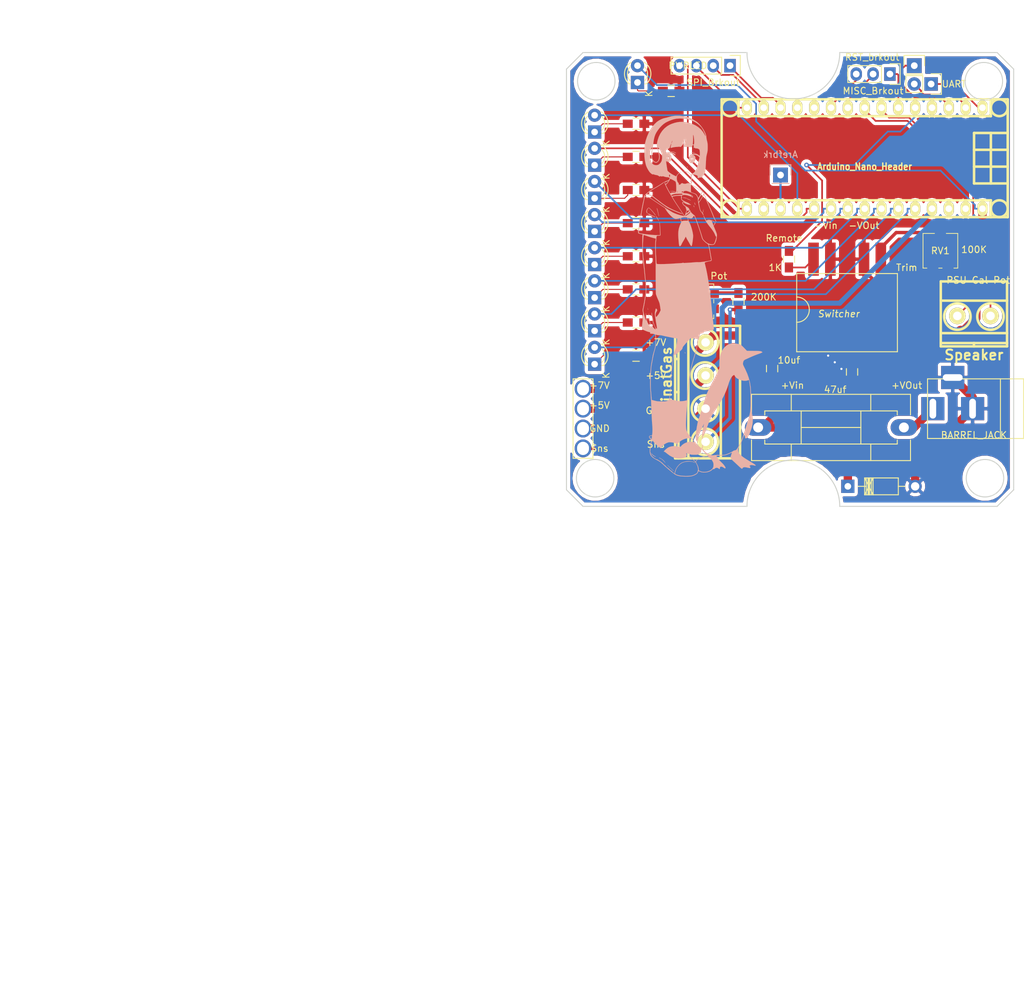
<source format=kicad_pcb>
(kicad_pcb (version 20171130) (host pcbnew 5.0.0-rc2)

  (general
    (thickness 1.6)
    (drawings 27)
    (tracks 250)
    (zones 0)
    (modules 43)
    (nets 46)
  )

  (page USLetter)
  (title_block
    (title "Project Title")
  )

  (layers
    (0 F.Cu signal)
    (31 B.Cu signal)
    (34 B.Paste user)
    (35 F.Paste user)
    (36 B.SilkS user)
    (37 F.SilkS user)
    (38 B.Mask user)
    (39 F.Mask user)
    (40 Dwgs.User user)
    (44 Edge.Cuts user)
    (46 B.CrtYd user)
    (47 F.CrtYd user)
    (48 B.Fab user)
    (49 F.Fab user)
  )

  (setup
    (last_trace_width 0.254)
    (user_trace_width 0.1524)
    (user_trace_width 0.254)
    (user_trace_width 0.3302)
    (user_trace_width 0.508)
    (user_trace_width 0.762)
    (user_trace_width 1.27)
    (trace_clearance 0.254)
    (zone_clearance 0.508)
    (zone_45_only no)
    (trace_min 0.1524)
    (segment_width 0.1524)
    (edge_width 0.1524)
    (via_size 0.6858)
    (via_drill 0.3302)
    (via_min_size 0.6858)
    (via_min_drill 0.3302)
    (user_via 0.6858 0.3302)
    (user_via 0.762 0.4064)
    (user_via 0.8636 0.508)
    (uvia_size 0.6858)
    (uvia_drill 0.3302)
    (uvias_allowed no)
    (uvia_min_size 0)
    (uvia_min_drill 0)
    (pcb_text_width 0.1524)
    (pcb_text_size 1.016 1.016)
    (mod_edge_width 0.1524)
    (mod_text_size 1.016 1.016)
    (mod_text_width 0.1524)
    (pad_size 1.6 5)
    (pad_drill 0)
    (pad_to_mask_clearance 0.0762)
    (solder_mask_min_width 0.1016)
    (pad_to_paste_clearance -0.0762)
    (aux_axis_origin 0 0)
    (visible_elements 7FFFFFFF)
    (pcbplotparams
      (layerselection 0x310fc_ffffffff)
      (usegerberextensions true)
      (usegerberattributes false)
      (usegerberadvancedattributes false)
      (creategerberjobfile false)
      (excludeedgelayer true)
      (linewidth 0.100000)
      (plotframeref false)
      (viasonmask false)
      (mode 1)
      (useauxorigin false)
      (hpglpennumber 1)
      (hpglpenspeed 20)
      (hpglpendiameter 15)
      (psnegative false)
      (psa4output false)
      (plotreference true)
      (plotvalue true)
      (plotinvisibletext false)
      (padsonsilk false)
      (subtractmaskfromsilk false)
      (outputformat 1)
      (mirror false)
      (drillshape 0)
      (scaleselection 1)
      (outputdirectory gerbers/rev1/))
  )

  (net 0 "")
  (net 1 VCC)
  (net 2 GND)
  (net 3 /VOUT+)
  (net 4 +12V)
  (net 5 "Net-(D2-Pad1)")
  (net 6 "Net-(D3-Pad1)")
  (net 7 /A0)
  (net 8 /A1)
  (net 9 "Net-(D4-Pad1)")
  (net 10 "Net-(D5-Pad1)")
  (net 11 /A2)
  (net 12 "Net-(D6-Pad1)")
  (net 13 /A3)
  (net 14 /A4)
  (net 15 "Net-(D7-Pad1)")
  (net 16 /A5)
  (net 17 "Net-(D8-Pad1)")
  (net 18 /A6)
  (net 19 "Net-(D9-Pad1)")
  (net 20 /A7)
  (net 21 "Net-(D10-Pad1)")
  (net 22 /D8)
  (net 23 /D9)
  (net 24 /TX)
  (net 25 /RX)
  (net 26 "Net-(J1-Pad3)")
  (net 27 "Net-(J1-Pad5)")
  (net 28 /D3)
  (net 29 "Net-(J1-Pad7)")
  (net 30 "Net-(J1-Pad8)")
  (net 31 /D6)
  (net 32 /D7)
  (net 33 /SS)
  (net 34 /MOSI)
  (net 35 /MISO)
  (net 36 /SCK)
  (net 37 "Net-(J1-Pad17)")
  (net 38 "Net-(J1-Pad18)")
  (net 39 +5V)
  (net 40 "Net-(J1-Pad28)")
  (net 41 /TRIM)
  (net 42 /VSenseOut)
  (net 43 /REMOTE)
  (net 44 "Net-(R13-Pad2)")
  (net 45 "Net-(RV2-Pad3)")

  (net_class Default "This is the default net class."
    (clearance 0.254)
    (trace_width 0.254)
    (via_dia 0.6858)
    (via_drill 0.3302)
    (uvia_dia 0.6858)
    (uvia_drill 0.3302)
    (add_net +12V)
    (add_net +5V)
    (add_net /A0)
    (add_net /A1)
    (add_net /A2)
    (add_net /A3)
    (add_net /A4)
    (add_net /A5)
    (add_net /A6)
    (add_net /A7)
    (add_net /D3)
    (add_net /D6)
    (add_net /D7)
    (add_net /D8)
    (add_net /D9)
    (add_net /MISO)
    (add_net /MOSI)
    (add_net /REMOTE)
    (add_net /RX)
    (add_net /SCK)
    (add_net /SS)
    (add_net /TRIM)
    (add_net /TX)
    (add_net /VOUT+)
    (add_net /VSenseOut)
    (add_net GND)
    (add_net "Net-(D10-Pad1)")
    (add_net "Net-(D2-Pad1)")
    (add_net "Net-(D3-Pad1)")
    (add_net "Net-(D4-Pad1)")
    (add_net "Net-(D5-Pad1)")
    (add_net "Net-(D6-Pad1)")
    (add_net "Net-(D7-Pad1)")
    (add_net "Net-(D8-Pad1)")
    (add_net "Net-(D9-Pad1)")
    (add_net "Net-(J1-Pad17)")
    (add_net "Net-(J1-Pad18)")
    (add_net "Net-(J1-Pad28)")
    (add_net "Net-(J1-Pad3)")
    (add_net "Net-(J1-Pad5)")
    (add_net "Net-(J1-Pad7)")
    (add_net "Net-(J1-Pad8)")
    (add_net "Net-(R13-Pad2)")
    (add_net "Net-(RV2-Pad3)")
    (add_net VCC)
  )

  (module Capacitors_SMD:C_0805_HandSoldering (layer F.Cu) (tedit 5CCA25B2) (tstamp 5CD9BD97)
    (at 129.54 107.95 90)
    (descr "Capacitor SMD 0805, hand soldering")
    (tags "capacitor 0805")
    (path /5CCA1F5B)
    (attr smd)
    (fp_text reference C1 (at 0 -2.1 90) (layer F.SilkS) hide
      (effects (font (size 1 1) (thickness 0.15)))
    )
    (fp_text value 10uf (at 1.27 2.54 180) (layer F.SilkS)
      (effects (font (size 1 1) (thickness 0.15)))
    )
    (fp_line (start -1 0.625) (end -1 -0.625) (layer F.Fab) (width 0.15))
    (fp_line (start 1 0.625) (end -1 0.625) (layer F.Fab) (width 0.15))
    (fp_line (start 1 -0.625) (end 1 0.625) (layer F.Fab) (width 0.15))
    (fp_line (start -1 -0.625) (end 1 -0.625) (layer F.Fab) (width 0.15))
    (fp_line (start -2.3 -1) (end 2.3 -1) (layer F.CrtYd) (width 0.05))
    (fp_line (start -2.3 1) (end 2.3 1) (layer F.CrtYd) (width 0.05))
    (fp_line (start -2.3 -1) (end -2.3 1) (layer F.CrtYd) (width 0.05))
    (fp_line (start 2.3 -1) (end 2.3 1) (layer F.CrtYd) (width 0.05))
    (fp_line (start 0.5 -0.85) (end -0.5 -0.85) (layer F.SilkS) (width 0.15))
    (fp_line (start -0.5 0.85) (end 0.5 0.85) (layer F.SilkS) (width 0.15))
    (pad 1 smd rect (at -1.25 0 90) (size 1.5 1.25) (layers F.Cu F.Paste F.Mask)
      (net 1 VCC))
    (pad 2 smd rect (at 1.25 0 90) (size 1.5 1.25) (layers F.Cu F.Paste F.Mask)
      (net 2 GND))
    (model Capacitors_SMD.3dshapes/C_0805_HandSoldering.wrl
      (at (xyz 0 0 0))
      (scale (xyz 1 1 1))
      (rotate (xyz 0 0 0))
    )
  )

  (module Capacitors_SMD:C_0805_HandSoldering (layer F.Cu) (tedit 5CCA3266) (tstamp 5CD9BDA7)
    (at 141.605 108.458 270)
    (descr "Capacitor SMD 0805, hand soldering")
    (tags "capacitor 0805")
    (path /5CCA237B)
    (attr smd)
    (fp_text reference C2 (at 0 -2.1) (layer F.SilkS) hide
      (effects (font (size 1 1) (thickness 0.15)))
    )
    (fp_text value 47uf (at 2.667 2.54) (layer F.SilkS)
      (effects (font (size 1 1) (thickness 0.15)))
    )
    (fp_line (start -0.5 0.85) (end 0.5 0.85) (layer F.SilkS) (width 0.15))
    (fp_line (start 0.5 -0.85) (end -0.5 -0.85) (layer F.SilkS) (width 0.15))
    (fp_line (start 2.3 -1) (end 2.3 1) (layer F.CrtYd) (width 0.05))
    (fp_line (start -2.3 -1) (end -2.3 1) (layer F.CrtYd) (width 0.05))
    (fp_line (start -2.3 1) (end 2.3 1) (layer F.CrtYd) (width 0.05))
    (fp_line (start -2.3 -1) (end 2.3 -1) (layer F.CrtYd) (width 0.05))
    (fp_line (start -1 -0.625) (end 1 -0.625) (layer F.Fab) (width 0.15))
    (fp_line (start 1 -0.625) (end 1 0.625) (layer F.Fab) (width 0.15))
    (fp_line (start 1 0.625) (end -1 0.625) (layer F.Fab) (width 0.15))
    (fp_line (start -1 0.625) (end -1 -0.625) (layer F.Fab) (width 0.15))
    (pad 2 smd rect (at 1.25 0 270) (size 1.5 1.25) (layers F.Cu F.Paste F.Mask)
      (net 2 GND))
    (pad 1 smd rect (at -1.25 0 270) (size 1.5 1.25) (layers F.Cu F.Paste F.Mask)
      (net 3 /VOUT+))
    (model Capacitors_SMD.3dshapes/C_0805_HandSoldering.wrl
      (at (xyz 0 0 0))
      (scale (xyz 1 1 1))
      (rotate (xyz 0 0 0))
    )
  )

  (module Connectors:BARREL_JACK (layer F.Cu) (tedit 5CCA257E) (tstamp 5CD9BDB3)
    (at 160 114 180)
    (descr "DC Barrel Jack")
    (tags "Power Jack")
    (path /5CC9FDCB)
    (fp_text reference CON1 (at 10.09904 0 270) (layer F.SilkS) hide
      (effects (font (size 1 1) (thickness 0.15)))
    )
    (fp_text value BARREL_JACK (at 0 -4 180) (layer F.SilkS)
      (effects (font (size 1 1) (thickness 0.15)))
    )
    (fp_line (start -4.0005 -4.50088) (end -4.0005 4.50088) (layer F.SilkS) (width 0.15))
    (fp_line (start -7.50062 -4.50088) (end -7.50062 4.50088) (layer F.SilkS) (width 0.15))
    (fp_line (start -7.50062 4.50088) (end 7.00024 4.50088) (layer F.SilkS) (width 0.15))
    (fp_line (start 7.00024 4.50088) (end 7.00024 -4.50088) (layer F.SilkS) (width 0.15))
    (fp_line (start 7.00024 -4.50088) (end -7.50062 -4.50088) (layer F.SilkS) (width 0.15))
    (pad 1 thru_hole rect (at 6.20014 0 180) (size 3.50012 3.50012) (drill oval 1.00076 2.99974) (layers *.Cu *.Mask)
      (net 4 +12V))
    (pad 2 thru_hole rect (at 0.20066 0 180) (size 3.50012 3.50012) (drill oval 1.00076 2.99974) (layers *.Cu *.Mask)
      (net 2 GND))
    (pad 3 thru_hole rect (at 3.2004 4.699 180) (size 3.50012 3.50012) (drill oval 2.99974 1.00076) (layers *.Cu *.Mask)
      (net 2 GND))
  )

  (module Diodes_THT:Diode_DO-41_SOD81_Horizontal_RM10 (layer F.Cu) (tedit 5CCA257C) (tstamp 5CD9BDC7)
    (at 140.97 125.73)
    (descr "Diode, DO-41, SOD81, Horizontal, RM 10mm,")
    (tags "Diode, DO-41, SOD81, Horizontal, RM 10mm, 1N4007, SB140,")
    (path /5CCA3E2A)
    (fp_text reference D1 (at 5.38734 2.53746) (layer F.SilkS) hide
      (effects (font (size 1 1) (thickness 0.15)))
    )
    (fp_text value ReverseVoltageDiode (at 4.37134 -3.55854) (layer F.Fab)
      (effects (font (size 1 1) (thickness 0.15)))
    )
    (fp_line (start 7.62 -0.00254) (end 8.636 -0.00254) (layer F.SilkS) (width 0.15))
    (fp_line (start 2.794 -0.00254) (end 1.524 -0.00254) (layer F.SilkS) (width 0.15))
    (fp_line (start 3.048 -1.27254) (end 3.048 1.26746) (layer F.SilkS) (width 0.15))
    (fp_line (start 3.302 -1.27254) (end 3.302 1.26746) (layer F.SilkS) (width 0.15))
    (fp_line (start 3.556 -1.27254) (end 3.556 1.26746) (layer F.SilkS) (width 0.15))
    (fp_line (start 2.794 -1.27254) (end 2.794 1.26746) (layer F.SilkS) (width 0.15))
    (fp_line (start 3.81 -1.27254) (end 2.54 1.26746) (layer F.SilkS) (width 0.15))
    (fp_line (start 2.54 -1.27254) (end 3.81 1.26746) (layer F.SilkS) (width 0.15))
    (fp_line (start 3.81 -1.27254) (end 3.81 1.26746) (layer F.SilkS) (width 0.15))
    (fp_line (start 3.175 -1.27254) (end 3.175 1.26746) (layer F.SilkS) (width 0.15))
    (fp_line (start 2.54 1.26746) (end 2.54 -1.27254) (layer F.SilkS) (width 0.15))
    (fp_line (start 2.54 -1.27254) (end 7.62 -1.27254) (layer F.SilkS) (width 0.15))
    (fp_line (start 7.62 -1.27254) (end 7.62 1.26746) (layer F.SilkS) (width 0.15))
    (fp_line (start 7.62 1.26746) (end 2.54 1.26746) (layer F.SilkS) (width 0.15))
    (pad 2 thru_hole circle (at 10.16 -0.00254 180) (size 1.99898 1.99898) (drill 1.27) (layers *.Cu *.Mask)
      (net 2 GND))
    (pad 1 thru_hole rect (at 0 -0.00254 180) (size 1.99898 1.99898) (drill 1.00076) (layers *.Cu *.Mask)
      (net 1 VCC))
  )

  (module LEDs:LED-3MM (layer F.Cu) (tedit 5CCA3674) (tstamp 5CD9BDD8)
    (at 109.22 64.77 90)
    (descr "LED 3mm round vertical")
    (tags "LED  3mm round vertical")
    (path /5CCA7FCB)
    (fp_text reference D2 (at 1.91 3.06 90) (layer F.SilkS) hide
      (effects (font (size 1 1) (thickness 0.15)))
    )
    (fp_text value PWRLED (at 2.54 7.62 180) (layer F.SilkS)
      (effects (font (size 1 1) (thickness 0.15)))
    )
    (fp_line (start -1.2 2.3) (end 3.8 2.3) (layer F.CrtYd) (width 0.05))
    (fp_line (start 3.8 2.3) (end 3.8 -2.2) (layer F.CrtYd) (width 0.05))
    (fp_line (start 3.8 -2.2) (end -1.2 -2.2) (layer F.CrtYd) (width 0.05))
    (fp_line (start -1.2 -2.2) (end -1.2 2.3) (layer F.CrtYd) (width 0.05))
    (fp_line (start -0.199 1.314) (end -0.199 1.114) (layer F.SilkS) (width 0.15))
    (fp_line (start -0.199 -1.28) (end -0.199 -1.1) (layer F.SilkS) (width 0.15))
    (fp_arc (start 1.301 0.034) (end -0.199 -1.286) (angle 108.5) (layer F.SilkS) (width 0.15))
    (fp_arc (start 1.301 0.034) (end 0.25 -1.1) (angle 85.7) (layer F.SilkS) (width 0.15))
    (fp_arc (start 1.311 0.034) (end 3.051 0.994) (angle 110) (layer F.SilkS) (width 0.15))
    (fp_arc (start 1.301 0.034) (end 2.335 1.094) (angle 87.5) (layer F.SilkS) (width 0.15))
    (fp_text user K (at -1.69 1.74 90) (layer F.SilkS)
      (effects (font (size 1 1) (thickness 0.15)))
    )
    (pad 1 thru_hole rect (at 0 0 180) (size 2 2) (drill 1.00076) (layers *.Cu *.Mask)
      (net 5 "Net-(D2-Pad1)"))
    (pad 2 thru_hole circle (at 2.54 0 90) (size 2 2) (drill 1.00076) (layers *.Cu *.Mask)
      (net 1 VCC))
    (model LEDs.3dshapes/LED-3MM.wrl
      (offset (xyz 1.269999980926514 0 0))
      (scale (xyz 1 1 1))
      (rotate (xyz 0 0 90))
    )
  )

  (module LEDs:LED-3MM (layer F.Cu) (tedit 5CCA3672) (tstamp 5CD9BDE9)
    (at 102.75 72.25 90)
    (descr "LED 3mm round vertical")
    (tags "LED  3mm round vertical")
    (path /5CCA4C40)
    (fp_text reference D3 (at 1.91 3.06 90) (layer F.SilkS) hide
      (effects (font (size 1 1) (thickness 0.15)))
    )
    (fp_text value LED (at 1.3 -2.9 90) (layer F.Fab)
      (effects (font (size 1 1) (thickness 0.15)))
    )
    (fp_line (start -1.2 2.3) (end 3.8 2.3) (layer F.CrtYd) (width 0.05))
    (fp_line (start 3.8 2.3) (end 3.8 -2.2) (layer F.CrtYd) (width 0.05))
    (fp_line (start 3.8 -2.2) (end -1.2 -2.2) (layer F.CrtYd) (width 0.05))
    (fp_line (start -1.2 -2.2) (end -1.2 2.3) (layer F.CrtYd) (width 0.05))
    (fp_line (start -0.199 1.314) (end -0.199 1.114) (layer F.SilkS) (width 0.15))
    (fp_line (start -0.199 -1.28) (end -0.199 -1.1) (layer F.SilkS) (width 0.15))
    (fp_arc (start 1.301 0.034) (end -0.199 -1.286) (angle 108.5) (layer F.SilkS) (width 0.15))
    (fp_arc (start 1.301 0.034) (end 0.25 -1.1) (angle 85.7) (layer F.SilkS) (width 0.15))
    (fp_arc (start 1.311 0.034) (end 3.051 0.994) (angle 110) (layer F.SilkS) (width 0.15))
    (fp_arc (start 1.301 0.034) (end 2.335 1.094) (angle 87.5) (layer F.SilkS) (width 0.15))
    (fp_text user K (at -1.69 1.74 90) (layer F.SilkS)
      (effects (font (size 1 1) (thickness 0.15)))
    )
    (pad 1 thru_hole rect (at 0 0 180) (size 2 2) (drill 1.00076) (layers *.Cu *.Mask)
      (net 6 "Net-(D3-Pad1)"))
    (pad 2 thru_hole circle (at 2.54 0 90) (size 2 2) (drill 1.00076) (layers *.Cu *.Mask)
      (net 7 /A0))
    (model LEDs.3dshapes/LED-3MM.wrl
      (offset (xyz 1.269999980926514 0 0))
      (scale (xyz 1 1 1))
      (rotate (xyz 0 0 90))
    )
  )

  (module LEDs:LED-3MM (layer F.Cu) (tedit 5CCA366F) (tstamp 5CD9BDFA)
    (at 102.75 77.25 90)
    (descr "LED 3mm round vertical")
    (tags "LED  3mm round vertical")
    (path /5CCA4E2B)
    (fp_text reference D4 (at 1.91 3.06 90) (layer F.SilkS) hide
      (effects (font (size 1 1) (thickness 0.15)))
    )
    (fp_text value D (at 1.3 -2.9 90) (layer F.Fab)
      (effects (font (size 1 1) (thickness 0.15)))
    )
    (fp_text user K (at -1.69 1.74 90) (layer F.SilkS)
      (effects (font (size 1 1) (thickness 0.15)))
    )
    (fp_arc (start 1.301 0.034) (end 2.335 1.094) (angle 87.5) (layer F.SilkS) (width 0.15))
    (fp_arc (start 1.311 0.034) (end 3.051 0.994) (angle 110) (layer F.SilkS) (width 0.15))
    (fp_arc (start 1.301 0.034) (end 0.25 -1.1) (angle 85.7) (layer F.SilkS) (width 0.15))
    (fp_arc (start 1.301 0.034) (end -0.199 -1.286) (angle 108.5) (layer F.SilkS) (width 0.15))
    (fp_line (start -0.199 -1.28) (end -0.199 -1.1) (layer F.SilkS) (width 0.15))
    (fp_line (start -0.199 1.314) (end -0.199 1.114) (layer F.SilkS) (width 0.15))
    (fp_line (start -1.2 -2.2) (end -1.2 2.3) (layer F.CrtYd) (width 0.05))
    (fp_line (start 3.8 -2.2) (end -1.2 -2.2) (layer F.CrtYd) (width 0.05))
    (fp_line (start 3.8 2.3) (end 3.8 -2.2) (layer F.CrtYd) (width 0.05))
    (fp_line (start -1.2 2.3) (end 3.8 2.3) (layer F.CrtYd) (width 0.05))
    (pad 2 thru_hole circle (at 2.54 0 90) (size 2 2) (drill 1.00076) (layers *.Cu *.Mask)
      (net 8 /A1))
    (pad 1 thru_hole rect (at 0 0 180) (size 2 2) (drill 1.00076) (layers *.Cu *.Mask)
      (net 9 "Net-(D4-Pad1)"))
    (model LEDs.3dshapes/LED-3MM.wrl
      (offset (xyz 1.269999980926514 0 0))
      (scale (xyz 1 1 1))
      (rotate (xyz 0 0 90))
    )
  )

  (module LEDs:LED-3MM (layer F.Cu) (tedit 5CCA3A7B) (tstamp 5CD9BE0B)
    (at 102.75 82.25 90)
    (descr "LED 3mm round vertical")
    (tags "LED  3mm round vertical")
    (path /5CCA572B)
    (fp_text reference D5 (at 1.91 3.06 90) (layer F.SilkS) hide
      (effects (font (size 1 1) (thickness 0.15)))
    )
    (fp_text value LED (at 1.3 -2.9 90) (layer F.Fab)
      (effects (font (size 1 1) (thickness 0.15)))
    )
    (fp_line (start -1.2 2.3) (end 3.8 2.3) (layer F.CrtYd) (width 0.05))
    (fp_line (start 3.8 2.3) (end 3.8 -2.2) (layer F.CrtYd) (width 0.05))
    (fp_line (start 3.8 -2.2) (end -1.2 -2.2) (layer F.CrtYd) (width 0.05))
    (fp_line (start -1.2 -2.2) (end -1.2 2.3) (layer F.CrtYd) (width 0.05))
    (fp_line (start -0.199 1.314) (end -0.199 1.114) (layer F.SilkS) (width 0.15))
    (fp_line (start -0.199 -1.28) (end -0.199 -1.1) (layer F.SilkS) (width 0.15))
    (fp_arc (start 1.301 0.034) (end -0.199 -1.286) (angle 108.5) (layer F.SilkS) (width 0.15))
    (fp_arc (start 1.301 0.034) (end 0.25 -1.1) (angle 85.7) (layer F.SilkS) (width 0.15))
    (fp_arc (start 1.311 0.034) (end 3.051 0.994) (angle 110) (layer F.SilkS) (width 0.15))
    (fp_arc (start 1.301 0.034) (end 2.335 1.094) (angle 87.5) (layer F.SilkS) (width 0.15))
    (fp_text user K (at -1.69 1.74 90) (layer F.SilkS)
      (effects (font (size 1 1) (thickness 0.15)))
    )
    (pad 1 thru_hole rect (at 0 0 180) (size 2 2) (drill 1.00076) (layers *.Cu *.Mask)
      (net 10 "Net-(D5-Pad1)"))
    (pad 2 thru_hole circle (at 2.54 0 90) (size 2 2) (drill 1.00076) (layers *.Cu *.Mask)
      (net 11 /A2))
    (model LEDs.3dshapes/LED-3MM.wrl
      (offset (xyz 1.269999980926514 0 0))
      (scale (xyz 1 1 1))
      (rotate (xyz 0 0 90))
    )
  )

  (module LEDs:LED-3MM (layer F.Cu) (tedit 5CCA3669) (tstamp 5CD9BE1C)
    (at 102.75 87.25 90)
    (descr "LED 3mm round vertical")
    (tags "LED  3mm round vertical")
    (path /5CCA5737)
    (fp_text reference D6 (at 1.91 3.06 90) (layer F.SilkS) hide
      (effects (font (size 1 1) (thickness 0.15)))
    )
    (fp_text value D (at 0.26 -2.87 90) (layer F.Fab)
      (effects (font (size 1 1) (thickness 0.15)))
    )
    (fp_line (start -1.2 2.3) (end 3.8 2.3) (layer F.CrtYd) (width 0.05))
    (fp_line (start 3.8 2.3) (end 3.8 -2.2) (layer F.CrtYd) (width 0.05))
    (fp_line (start 3.8 -2.2) (end -1.2 -2.2) (layer F.CrtYd) (width 0.05))
    (fp_line (start -1.2 -2.2) (end -1.2 2.3) (layer F.CrtYd) (width 0.05))
    (fp_line (start -0.199 1.314) (end -0.199 1.114) (layer F.SilkS) (width 0.15))
    (fp_line (start -0.199 -1.28) (end -0.199 -1.1) (layer F.SilkS) (width 0.15))
    (fp_arc (start 1.301 0.034) (end -0.199 -1.286) (angle 108.5) (layer F.SilkS) (width 0.15))
    (fp_arc (start 1.301 0.034) (end 0.25 -1.1) (angle 85.7) (layer F.SilkS) (width 0.15))
    (fp_arc (start 1.311 0.034) (end 3.051 0.994) (angle 110) (layer F.SilkS) (width 0.15))
    (fp_arc (start 1.301 0.034) (end 2.335 1.094) (angle 87.5) (layer F.SilkS) (width 0.15))
    (fp_text user K (at -1.69 1.74 90) (layer F.SilkS)
      (effects (font (size 1 1) (thickness 0.15)))
    )
    (pad 1 thru_hole rect (at 0 0 180) (size 2 2) (drill 1.00076) (layers *.Cu *.Mask)
      (net 12 "Net-(D6-Pad1)"))
    (pad 2 thru_hole circle (at 2.54 0 90) (size 2 2) (drill 1.00076) (layers *.Cu *.Mask)
      (net 13 /A3))
    (model LEDs.3dshapes/LED-3MM.wrl
      (offset (xyz 1.269999980926514 0 0))
      (scale (xyz 1 1 1))
      (rotate (xyz 0 0 90))
    )
  )

  (module LEDs:LED-3MM (layer F.Cu) (tedit 5CCA3666) (tstamp 5CD9BE2D)
    (at 102.75 92.25 90)
    (descr "LED 3mm round vertical")
    (tags "LED  3mm round vertical")
    (path /5CCA5BE1)
    (fp_text reference D7 (at 1.91 3.06 90) (layer F.SilkS) hide
      (effects (font (size 1 1) (thickness 0.15)))
    )
    (fp_text value LED (at 1.3 -2.9 90) (layer F.Fab)
      (effects (font (size 1 1) (thickness 0.15)))
    )
    (fp_text user K (at -1.69 1.74 90) (layer F.SilkS)
      (effects (font (size 1 1) (thickness 0.15)))
    )
    (fp_arc (start 1.301 0.034) (end 2.335 1.094) (angle 87.5) (layer F.SilkS) (width 0.15))
    (fp_arc (start 1.311 0.034) (end 3.051 0.994) (angle 110) (layer F.SilkS) (width 0.15))
    (fp_arc (start 1.301 0.034) (end 0.25 -1.1) (angle 85.7) (layer F.SilkS) (width 0.15))
    (fp_arc (start 1.301 0.034) (end -0.199 -1.286) (angle 108.5) (layer F.SilkS) (width 0.15))
    (fp_line (start -0.199 -1.28) (end -0.199 -1.1) (layer F.SilkS) (width 0.15))
    (fp_line (start -0.199 1.314) (end -0.199 1.114) (layer F.SilkS) (width 0.15))
    (fp_line (start -1.2 -2.2) (end -1.2 2.3) (layer F.CrtYd) (width 0.05))
    (fp_line (start 3.8 -2.2) (end -1.2 -2.2) (layer F.CrtYd) (width 0.05))
    (fp_line (start 3.8 2.3) (end 3.8 -2.2) (layer F.CrtYd) (width 0.05))
    (fp_line (start -1.2 2.3) (end 3.8 2.3) (layer F.CrtYd) (width 0.05))
    (pad 2 thru_hole circle (at 2.54 0 90) (size 2 2) (drill 1.00076) (layers *.Cu *.Mask)
      (net 14 /A4))
    (pad 1 thru_hole rect (at 0 0 180) (size 2 2) (drill 1.00076) (layers *.Cu *.Mask)
      (net 15 "Net-(D7-Pad1)"))
    (model LEDs.3dshapes/LED-3MM.wrl
      (offset (xyz 1.269999980926514 0 0))
      (scale (xyz 1 1 1))
      (rotate (xyz 0 0 90))
    )
  )

  (module LEDs:LED-3MM (layer F.Cu) (tedit 5CCA3663) (tstamp 5CD9BE3E)
    (at 102.75 97.25 90)
    (descr "LED 3mm round vertical")
    (tags "LED  3mm round vertical")
    (path /5CCA5BED)
    (fp_text reference D8 (at 1.91 3.06 90) (layer F.SilkS) hide
      (effects (font (size 1 1) (thickness 0.15)))
    )
    (fp_text value D (at 1.3 -2.9 90) (layer F.Fab)
      (effects (font (size 1 1) (thickness 0.15)))
    )
    (fp_text user K (at -1.69 1.74 90) (layer F.SilkS)
      (effects (font (size 1 1) (thickness 0.15)))
    )
    (fp_arc (start 1.301 0.034) (end 2.335 1.094) (angle 87.5) (layer F.SilkS) (width 0.15))
    (fp_arc (start 1.311 0.034) (end 3.051 0.994) (angle 110) (layer F.SilkS) (width 0.15))
    (fp_arc (start 1.301 0.034) (end 0.25 -1.1) (angle 85.7) (layer F.SilkS) (width 0.15))
    (fp_arc (start 1.301 0.034) (end -0.199 -1.286) (angle 108.5) (layer F.SilkS) (width 0.15))
    (fp_line (start -0.199 -1.28) (end -0.199 -1.1) (layer F.SilkS) (width 0.15))
    (fp_line (start -0.199 1.314) (end -0.199 1.114) (layer F.SilkS) (width 0.15))
    (fp_line (start -1.2 -2.2) (end -1.2 2.3) (layer F.CrtYd) (width 0.05))
    (fp_line (start 3.8 -2.2) (end -1.2 -2.2) (layer F.CrtYd) (width 0.05))
    (fp_line (start 3.8 2.3) (end 3.8 -2.2) (layer F.CrtYd) (width 0.05))
    (fp_line (start -1.2 2.3) (end 3.8 2.3) (layer F.CrtYd) (width 0.05))
    (pad 2 thru_hole circle (at 2.54 0 90) (size 2 2) (drill 1.00076) (layers *.Cu *.Mask)
      (net 16 /A5))
    (pad 1 thru_hole rect (at 0 0 180) (size 2 2) (drill 1.00076) (layers *.Cu *.Mask)
      (net 17 "Net-(D8-Pad1)"))
    (model LEDs.3dshapes/LED-3MM.wrl
      (offset (xyz 1.269999980926514 0 0))
      (scale (xyz 1 1 1))
      (rotate (xyz 0 0 90))
    )
  )

  (module LEDs:LED-3MM (layer F.Cu) (tedit 5CCA3661) (tstamp 5CD9BE4F)
    (at 102.75 102.25 90)
    (descr "LED 3mm round vertical")
    (tags "LED  3mm round vertical")
    (path /5CCA5BF9)
    (fp_text reference D9 (at 1.91 3.06 90) (layer F.SilkS) hide
      (effects (font (size 1 1) (thickness 0.15)))
    )
    (fp_text value LED (at 1.3 -2.9 90) (layer F.Fab)
      (effects (font (size 1 1) (thickness 0.15)))
    )
    (fp_text user K (at -1.69 1.74 90) (layer F.SilkS)
      (effects (font (size 1 1) (thickness 0.15)))
    )
    (fp_arc (start 1.301 0.034) (end 2.335 1.094) (angle 87.5) (layer F.SilkS) (width 0.15))
    (fp_arc (start 1.311 0.034) (end 3.051 0.994) (angle 110) (layer F.SilkS) (width 0.15))
    (fp_arc (start 1.301 0.034) (end 0.25 -1.1) (angle 85.7) (layer F.SilkS) (width 0.15))
    (fp_arc (start 1.301 0.034) (end -0.199 -1.286) (angle 108.5) (layer F.SilkS) (width 0.15))
    (fp_line (start -0.199 -1.28) (end -0.199 -1.1) (layer F.SilkS) (width 0.15))
    (fp_line (start -0.199 1.314) (end -0.199 1.114) (layer F.SilkS) (width 0.15))
    (fp_line (start -1.2 -2.2) (end -1.2 2.3) (layer F.CrtYd) (width 0.05))
    (fp_line (start 3.8 -2.2) (end -1.2 -2.2) (layer F.CrtYd) (width 0.05))
    (fp_line (start 3.8 2.3) (end 3.8 -2.2) (layer F.CrtYd) (width 0.05))
    (fp_line (start -1.2 2.3) (end 3.8 2.3) (layer F.CrtYd) (width 0.05))
    (pad 2 thru_hole circle (at 2.54 0 90) (size 2 2) (drill 1.00076) (layers *.Cu *.Mask)
      (net 18 /A6))
    (pad 1 thru_hole rect (at 0 0 180) (size 2 2) (drill 1.00076) (layers *.Cu *.Mask)
      (net 19 "Net-(D9-Pad1)"))
    (model LEDs.3dshapes/LED-3MM.wrl
      (offset (xyz 1.269999980926514 0 0))
      (scale (xyz 1 1 1))
      (rotate (xyz 0 0 90))
    )
  )

  (module LEDs:LED-3MM (layer F.Cu) (tedit 5CCA365E) (tstamp 5CD9BE60)
    (at 102.75 107.29 90)
    (descr "LED 3mm round vertical")
    (tags "LED  3mm round vertical")
    (path /5CCA5C05)
    (fp_text reference D10 (at 1.91 3.06 90) (layer F.SilkS) hide
      (effects (font (size 1 1) (thickness 0.15)))
    )
    (fp_text value D (at 1.3 -2.9 90) (layer F.Fab)
      (effects (font (size 1 1) (thickness 0.15)))
    )
    (fp_text user K (at -1.69 1.74 90) (layer F.SilkS)
      (effects (font (size 1 1) (thickness 0.15)))
    )
    (fp_arc (start 1.301 0.034) (end 2.335 1.094) (angle 87.5) (layer F.SilkS) (width 0.15))
    (fp_arc (start 1.311 0.034) (end 3.051 0.994) (angle 110) (layer F.SilkS) (width 0.15))
    (fp_arc (start 1.301 0.034) (end 0.25 -1.1) (angle 85.7) (layer F.SilkS) (width 0.15))
    (fp_arc (start 1.301 0.034) (end -0.199 -1.286) (angle 108.5) (layer F.SilkS) (width 0.15))
    (fp_line (start -0.199 -1.28) (end -0.199 -1.1) (layer F.SilkS) (width 0.15))
    (fp_line (start -0.199 1.314) (end -0.199 1.114) (layer F.SilkS) (width 0.15))
    (fp_line (start -1.2 -2.2) (end -1.2 2.3) (layer F.CrtYd) (width 0.05))
    (fp_line (start 3.8 -2.2) (end -1.2 -2.2) (layer F.CrtYd) (width 0.05))
    (fp_line (start 3.8 2.3) (end 3.8 -2.2) (layer F.CrtYd) (width 0.05))
    (fp_line (start -1.2 2.3) (end 3.8 2.3) (layer F.CrtYd) (width 0.05))
    (pad 2 thru_hole circle (at 2.54 0 90) (size 2 2) (drill 1.00076) (layers *.Cu *.Mask)
      (net 20 /A7))
    (pad 1 thru_hole rect (at 0 0 180) (size 2 2) (drill 1.00076) (layers *.Cu *.Mask)
      (net 21 "Net-(D10-Pad1)"))
    (model LEDs.3dshapes/LED-3MM.wrl
      (offset (xyz 1.269999980926514 0 0))
      (scale (xyz 1 1 1))
      (rotate (xyz 0 0 90))
    )
  )

  (module Fuse_Holders_and_Fuses:Fuseholder5x20_horiz_SemiClosed_Casing10x25mm (layer F.Cu) (tedit 5CCA2581) (tstamp 5CD9BE9B)
    (at 138.43 116.84)
    (descr "Fuseholder, 5x20, Semi closed, horizontal, Casing 10x25mm,")
    (tags "Fuseholder, 5x20, Semi closed, horizontal, Casing 10x25mm, Sicherungshalter, halbgeschlossen,")
    (path /5CCA2D4F)
    (fp_text reference F1 (at 0 -7.62) (layer F.SilkS) hide
      (effects (font (size 1 1) (thickness 0.15)))
    )
    (fp_text value Fuse (at 1.27 7.62) (layer F.Fab)
      (effects (font (size 1 1) (thickness 0.15)))
    )
    (fp_line (start -5.99948 -2.49936) (end -5.99948 -5.00126) (layer F.SilkS) (width 0.15))
    (fp_line (start -5.99948 5.00126) (end -5.99948 2.49936) (layer F.SilkS) (width 0.15))
    (fp_line (start 5.99948 5.00126) (end 5.99948 2.49936) (layer F.SilkS) (width 0.15))
    (fp_line (start 5.99948 -5.00126) (end 5.99948 -2.49936) (layer F.SilkS) (width 0.15))
    (fp_line (start -4.50088 0) (end 4.50088 0) (layer F.SilkS) (width 0.15))
    (fp_line (start -4.50088 -2.49936) (end -4.50088 2.49936) (layer F.SilkS) (width 0.15))
    (fp_line (start 4.50088 -2.49936) (end 4.50088 2.49936) (layer F.SilkS) (width 0.15))
    (fp_line (start 9.99998 -1.89992) (end 9.99998 -2.49936) (layer F.SilkS) (width 0.15))
    (fp_line (start -9.99998 1.89992) (end -9.99998 2.49936) (layer F.SilkS) (width 0.15))
    (fp_line (start -9.99998 2.49936) (end 9.99998 2.49936) (layer F.SilkS) (width 0.15))
    (fp_line (start 9.99998 2.49936) (end 9.99998 1.89992) (layer F.SilkS) (width 0.15))
    (fp_line (start 9.99998 -2.49936) (end -9.99998 -2.49936) (layer F.SilkS) (width 0.15))
    (fp_line (start -9.99998 -2.49936) (end -9.99998 -1.89992) (layer F.SilkS) (width 0.15))
    (fp_line (start 11.99896 -1.89992) (end 11.99896 -5.00126) (layer F.SilkS) (width 0.15))
    (fp_line (start -11.99896 1.89992) (end -11.99896 5.00126) (layer F.SilkS) (width 0.15))
    (fp_line (start -11.99896 5.00126) (end 11.99896 5.00126) (layer F.SilkS) (width 0.15))
    (fp_line (start 11.99896 5.00126) (end 11.99896 1.89992) (layer F.SilkS) (width 0.15))
    (fp_line (start 11.99896 -5.00126) (end -11.99896 -5.00126) (layer F.SilkS) (width 0.15))
    (fp_line (start -11.99896 -5.00126) (end -11.99896 -1.89992) (layer F.SilkS) (width 0.15))
    (pad 2 thru_hole oval (at 11.00074 0 270) (size 2.49936 4.0005) (drill 1.50114) (layers *.Cu *.Mask)
      (net 4 +12V))
    (pad 1 thru_hole oval (at -11.00074 0 270) (size 2.49936 4.0005) (drill 1.50114) (layers *.Cu *.Mask)
      (net 1 VCC))
  )

  (module w_conn_misc:arduino_nano_header (layer F.Cu) (tedit 5CCA2685) (tstamp 5CD9BED1)
    (at 143.51 76.2 180)
    (descr "Arduino Nano Header")
    (tags Arduino)
    (path /5CC9FA3E)
    (fp_text reference J1 (at 0 1.27 180) (layer F.SilkS) hide
      (effects (font (size 1.016 1.016) (thickness 0.2032)))
    )
    (fp_text value Arduino_Nano_Header (at 0 -1.27 180) (layer F.SilkS)
      (effects (font (size 1.016 0.889) (thickness 0.2032)))
    )
    (fp_line (start -16.51 -1.27) (end -21.59 -1.27) (layer F.SilkS) (width 0.381))
    (fp_line (start -16.51 1.27) (end -21.59 1.27) (layer F.SilkS) (width 0.381))
    (fp_line (start -19.05 -3.81) (end -19.05 3.81) (layer F.SilkS) (width 0.381))
    (fp_line (start -21.59 -3.81) (end -16.51 -3.81) (layer F.SilkS) (width 0.381))
    (fp_line (start -16.51 -3.81) (end -16.51 3.81) (layer F.SilkS) (width 0.381))
    (fp_line (start -16.51 3.81) (end -21.59 3.81) (layer F.SilkS) (width 0.381))
    (fp_line (start 21.59 -8.89) (end -21.59 -8.89) (layer F.SilkS) (width 0.381))
    (fp_line (start -21.59 8.89) (end 21.59 8.89) (layer F.SilkS) (width 0.381))
    (fp_line (start -21.59 8.89) (end -21.59 -8.89) (layer F.SilkS) (width 0.381))
    (fp_line (start 21.59 8.89) (end 21.59 -8.89) (layer F.SilkS) (width 0.381))
    (fp_circle (center -20.32 -7.62) (end -21.59 -7.62) (layer F.SilkS) (width 0.381))
    (fp_circle (center -20.32 7.62) (end -21.59 7.62) (layer F.SilkS) (width 0.381))
    (fp_circle (center 20.32 -7.62) (end 21.59 -7.62) (layer F.SilkS) (width 0.381))
    (fp_circle (center 20.32 7.62) (end 21.59 7.62) (layer F.SilkS) (width 0.381))
    (fp_line (start 19.05 -6.35) (end -19.05 -6.35) (layer F.SilkS) (width 0.381))
    (fp_line (start -19.05 6.35) (end 19.05 6.35) (layer F.SilkS) (width 0.381))
    (fp_line (start 19.05 8.89) (end 19.05 6.35) (layer F.SilkS) (width 0.381))
    (fp_line (start 19.05 -6.35) (end 19.05 -8.89) (layer F.SilkS) (width 0.381))
    (fp_line (start -19.05 -8.89) (end -19.05 -6.35) (layer F.SilkS) (width 0.381))
    (fp_line (start -19.05 8.89) (end -19.05 6.35) (layer F.SilkS) (width 0.381))
    (pad 1 thru_hole oval (at -17.78 7.62 180) (size 1.524 2.19964) (drill 1.00076) (layers *.Cu *.Mask F.SilkS)
      (net 24 /TX))
    (pad 2 thru_hole oval (at -15.24 7.62 180) (size 1.524 2.19964) (drill 1.00076) (layers *.Cu *.Mask F.SilkS)
      (net 25 /RX))
    (pad 3 thru_hole oval (at -12.7 7.62 180) (size 1.524 2.19964) (drill 1.00076) (layers *.Cu *.Mask F.SilkS)
      (net 26 "Net-(J1-Pad3)"))
    (pad 4 thru_hole oval (at -10.16 7.62 180) (size 1.524 2.19964) (drill 1.00076) (layers *.Cu *.Mask F.SilkS)
      (net 2 GND))
    (pad 5 thru_hole oval (at -7.62 7.62 180) (size 1.524 2.19964) (drill 1.00076) (layers *.Cu *.Mask F.SilkS)
      (net 27 "Net-(J1-Pad5)"))
    (pad 6 thru_hole oval (at -5.08 7.62 180) (size 1.524 2.19964) (drill 1.00076) (layers *.Cu *.Mask F.SilkS)
      (net 28 /D3))
    (pad 7 thru_hole oval (at -2.54 7.62 180) (size 1.524 2.19964) (drill 1.00076) (layers *.Cu *.Mask F.SilkS)
      (net 29 "Net-(J1-Pad7)"))
    (pad 8 thru_hole oval (at 0 7.62 180) (size 1.524 2.19964) (drill 1.00076) (layers *.Cu *.Mask F.SilkS)
      (net 30 "Net-(J1-Pad8)"))
    (pad 9 thru_hole oval (at 2.54 7.62 180) (size 1.524 2.19964) (drill 1.00076) (layers *.Cu *.Mask F.SilkS)
      (net 31 /D6))
    (pad 10 thru_hole oval (at 5.08 7.62 180) (size 1.524 2.19964) (drill 1.00076) (layers *.Cu *.Mask F.SilkS)
      (net 32 /D7))
    (pad 11 thru_hole oval (at 7.62 7.62 180) (size 1.524 2.19964) (drill 1.00076) (layers *.Cu *.Mask F.SilkS)
      (net 22 /D8))
    (pad 12 thru_hole oval (at 10.16 7.62 180) (size 1.524 2.19964) (drill 1.00076) (layers *.Cu *.Mask F.SilkS)
      (net 23 /D9))
    (pad 13 thru_hole oval (at 12.7 7.62 180) (size 1.524 2.19964) (drill 1.00076) (layers *.Cu *.Mask F.SilkS)
      (net 33 /SS))
    (pad 14 thru_hole oval (at 15.24 7.62 180) (size 1.524 2.19964) (drill 1.00076) (layers *.Cu *.Mask F.SilkS)
      (net 34 /MOSI))
    (pad 15 thru_hole oval (at 17.78 7.62 180) (size 1.524 2.19964) (drill 1.00076) (layers *.Cu *.Mask F.SilkS)
      (net 35 /MISO))
    (pad 16 thru_hole oval (at 17.78 -7.62 180) (size 1.524 2.19964) (drill 1.00076) (layers *.Cu *.Mask F.SilkS)
      (net 36 /SCK))
    (pad 17 thru_hole oval (at 15.24 -7.62 180) (size 1.524 2.19964) (drill 1.00076) (layers *.Cu *.Mask F.SilkS)
      (net 37 "Net-(J1-Pad17)"))
    (pad 18 thru_hole oval (at 12.7 -7.62 180) (size 1.524 2.19964) (drill 1.00076) (layers *.Cu *.Mask F.SilkS)
      (net 38 "Net-(J1-Pad18)"))
    (pad 19 thru_hole oval (at 10.16 -7.62 180) (size 1.524 2.19964) (drill 1.00076) (layers *.Cu *.Mask F.SilkS)
      (net 7 /A0))
    (pad 20 thru_hole oval (at 7.62 -7.62 180) (size 1.524 2.1971) (drill 1.00076) (layers *.Cu *.Mask F.SilkS)
      (net 8 /A1))
    (pad 21 thru_hole oval (at 5.08 -7.62 180) (size 1.524 2.1971) (drill 1.00076) (layers *.Cu *.Mask F.SilkS)
      (net 11 /A2))
    (pad 22 thru_hole oval (at 2.54 -7.62 180) (size 1.524 2.1971) (drill 1.00076) (layers *.Cu *.Mask F.SilkS)
      (net 13 /A3))
    (pad 23 thru_hole oval (at 0 -7.62 180) (size 1.524 2.1971) (drill 1.00076) (layers *.Cu *.Mask F.SilkS)
      (net 14 /A4))
    (pad 24 thru_hole oval (at -2.54 -7.62 180) (size 1.524 2.1971) (drill 0.99822) (layers *.Cu *.Mask F.SilkS)
      (net 16 /A5))
    (pad 25 thru_hole oval (at -5.08 -7.62 180) (size 1.524 2.1971) (drill 0.99822) (layers *.Cu *.Mask F.SilkS)
      (net 18 /A6))
    (pad 26 thru_hole oval (at -7.62 -7.62 180) (size 1.524 2.1971) (drill 0.99822) (layers *.Cu *.Mask F.SilkS)
      (net 20 /A7))
    (pad 27 thru_hole oval (at -10.16 -7.62 180) (size 1.524 2.1971) (drill 0.99822) (layers *.Cu *.Mask F.SilkS)
      (net 39 +5V))
    (pad 28 thru_hole oval (at -12.7 -7.62 180) (size 1.524 2.1971) (drill 0.99822) (layers *.Cu *.Mask F.SilkS)
      (net 40 "Net-(J1-Pad28)"))
    (pad 29 thru_hole oval (at -15.24 -7.62 180) (size 1.524 2.1971) (drill 0.99822) (layers *.Cu *.Mask F.SilkS)
      (net 2 GND))
    (pad 30 thru_hole oval (at -17.78 -7.62 180) (size 1.524 2.1971) (drill 0.99822) (layers *.Cu *.Mask F.SilkS)
      (net 1 VCC))
    (model walter/conn_misc/arduino_nano_header.wrl
      (at (xyz 0 0 0))
      (scale (xyz 1 1 1))
      (rotate (xyz 0 0 0))
    )
  )

  (module w_conn_mkds:mkds_1,5-2 (layer F.Cu) (tedit 5CCA2573) (tstamp 5CD9BEE1)
    (at 160 100)
    (descr "2-way 5mm pitch terminal block, Phoenix MKDS series")
    (path /5CC9FB90)
    (fp_text reference LS1 (at 0 -6.6) (layer F.SilkS) hide
      (effects (font (size 1.5 1.5) (thickness 0.3)))
    )
    (fp_text value Speaker (at 0 5.9) (layer F.SilkS)
      (effects (font (size 1.5 1.5) (thickness 0.3)))
    )
    (fp_line (start 0 4.1) (end 0 4.6) (layer F.SilkS) (width 0.381))
    (fp_circle (center 2.5 0.1) (end 0.5 0.1) (layer F.SilkS) (width 0.381))
    (fp_circle (center -2.5 0.1) (end -0.5 0.1) (layer F.SilkS) (width 0.381))
    (fp_line (start -5 2.6) (end 5 2.6) (layer F.SilkS) (width 0.381))
    (fp_line (start -5 -2.3) (end 5 -2.3) (layer F.SilkS) (width 0.381))
    (fp_line (start -5 4.1) (end 5 4.1) (layer F.SilkS) (width 0.381))
    (fp_line (start -5 4.6) (end 5 4.6) (layer F.SilkS) (width 0.381))
    (fp_line (start 5 4.6) (end 5 -5.2) (layer F.SilkS) (width 0.381))
    (fp_line (start 5 -5.2) (end -5 -5.2) (layer F.SilkS) (width 0.381))
    (fp_line (start -5 -5.2) (end -5 4.6) (layer F.SilkS) (width 0.381))
    (pad 1 thru_hole circle (at -2.5 0) (size 2.5 2.5) (drill 1.3) (layers *.Cu *.Mask F.SilkS)
      (net 30 "Net-(J1-Pad8)"))
    (pad 2 thru_hole circle (at 2.5 0) (size 2.5 2.5) (drill 1.3) (layers *.Cu *.Mask F.SilkS)
      (net 29 "Net-(J1-Pad7)"))
    (model walter/conn_mkds/mkds_1,5-2.wrl
      (at (xyz 0 0 0))
      (scale (xyz 1 1 1))
      (rotate (xyz 0 0 0))
    )
  )

  (module pot:SF_STS10 (layer F.Cu) (tedit 5CCA3EA3) (tstamp 5CD9BEF7)
    (at 133.25 105.41)
    (path /5CCA0146)
    (fp_text reference P1 (at -3.81 -6.985) (layer F.SilkS) hide
      (effects (font (size 1 1) (thickness 0.15)))
    )
    (fp_text value Switcher (at 6.35 -5.715) (layer F.SilkS)
      (effects (font (size 1 1) (thickness 0.15) italic))
    )
    (fp_line (start 0 0) (end 15.2 0) (layer F.SilkS) (width 0.15))
    (fp_line (start 15.2 0) (end 15.2 -11.8) (layer F.SilkS) (width 0.15))
    (fp_line (start 0 0) (end 0 -11.8) (layer F.SilkS) (width 0.15))
    (fp_line (start 0 -11.8) (end 15.2 -11.8) (layer F.SilkS) (width 0.15))
    (fp_text user +Vin (at -0.635 5.08) (layer F.SilkS)
      (effects (font (size 1 1) (thickness 0.15)))
    )
    (fp_text user +VOut (at 16.61 5.08) (layer F.SilkS)
      (effects (font (size 1 1) (thickness 0.15)))
    )
    (fp_text user Trim (at 16.61 -12.7) (layer F.SilkS)
      (effects (font (size 1 1) (thickness 0.15)))
    )
    (fp_text user Remote (at -1.905 -17.145) (layer F.SilkS)
      (effects (font (size 1 1) (thickness 0.15)))
    )
    (fp_text user -VOut (at 10.16 -19.05) (layer F.SilkS)
      (effects (font (size 1 1) (thickness 0.15)))
    )
    (fp_text user -Vin (at 4.445 -19.05) (layer F.SilkS)
      (effects (font (size 1 1) (thickness 0.15)))
    )
    (fp_arc (start 0 -6.35) (end 1.905 -6.35) (angle -90) (layer F.SilkS) (width 0.15))
    (fp_arc (start 0 -6.35) (end 0 -4.445) (angle -90) (layer F.SilkS) (width 0.15))
    (pad 5 smd rect (at 12.7 1.905) (size 1.6 5) (layers F.Cu F.Paste F.Mask)
      (net 3 /VOUT+) (solder_mask_margin 0.2))
    (pad 1 smd rect (at 2.54 1.905) (size 1.6 5) (layers F.Cu F.Paste F.Mask)
      (net 1 VCC) (solder_mask_margin 0.2))
    (pad 10 smd rect (at 2.54 -13.97) (size 1.6 5) (layers F.Cu F.Paste F.Mask)
      (net 43 /REMOTE) (solder_mask_margin 0.2))
    (pad 9 smd rect (at 5.08 -13.97) (size 1.6 5) (layers F.Cu F.Paste F.Mask)
      (net 2 GND) (solder_mask_margin 0.2))
    (pad 7 smd rect (at 10.16 -13.97) (size 1.6 5) (layers F.Cu F.Paste F.Mask)
      (net 2 GND) (solder_mask_margin 0.2))
    (pad 6 smd rect (at 12.7 -13.97) (size 1.6 5) (layers F.Cu F.Paste F.Mask)
      (net 41 /TRIM) (solder_mask_margin 0.2))
  )

  (module Pin_Headers:Pin_Header_Straight_1x01 (layer F.Cu) (tedit 5CCA2566) (tstamp 5CD9BF1A)
    (at 151 62.23)
    (descr "Through hole pin header")
    (tags "pin header")
    (path /5CCAED2A)
    (fp_text reference P3 (at 0 -5.1) (layer F.SilkS) hide
      (effects (font (size 1 1) (thickness 0.15)))
    )
    (fp_text value RST_brkout (at -6.35 -1.27) (layer F.SilkS)
      (effects (font (size 1 1) (thickness 0.15)))
    )
    (fp_line (start 1.55 -1.55) (end 1.55 0) (layer F.SilkS) (width 0.15))
    (fp_line (start -1.75 -1.75) (end -1.75 1.75) (layer F.CrtYd) (width 0.05))
    (fp_line (start 1.75 -1.75) (end 1.75 1.75) (layer F.CrtYd) (width 0.05))
    (fp_line (start -1.75 -1.75) (end 1.75 -1.75) (layer F.CrtYd) (width 0.05))
    (fp_line (start -1.75 1.75) (end 1.75 1.75) (layer F.CrtYd) (width 0.05))
    (fp_line (start -1.55 0) (end -1.55 -1.55) (layer F.SilkS) (width 0.15))
    (fp_line (start -1.55 -1.55) (end 1.55 -1.55) (layer F.SilkS) (width 0.15))
    (fp_line (start -1.27 1.27) (end 1.27 1.27) (layer F.SilkS) (width 0.15))
    (pad 1 thru_hole rect (at 0 0) (size 2.2352 2.2352) (drill 1.016) (layers *.Cu *.Mask)
      (net 26 "Net-(J1-Pad3)"))
    (model Pin_Headers.3dshapes/Pin_Header_Straight_1x01.wrl
      (at (xyz 0 0 0))
      (scale (xyz 1 1 1))
      (rotate (xyz 0 0 90))
    )
  )

  (module Pin_Headers:Pin_Header_Straight_1x01 (layer B.Cu) (tedit 5CCA269D) (tstamp 5CD9BF27)
    (at 130.81 78.74 180)
    (descr "Through hole pin header")
    (tags "pin header")
    (path /5CCAE976)
    (fp_text reference P4 (at 0 5.1 180) (layer B.SilkS) hide
      (effects (font (size 1 1) (thickness 0.15)) (justify mirror))
    )
    (fp_text value Arefbrk (at 0 3.1 180) (layer B.SilkS)
      (effects (font (size 1 1) (thickness 0.15)) (justify mirror))
    )
    (fp_line (start -1.27 -1.27) (end 1.27 -1.27) (layer B.SilkS) (width 0.15))
    (fp_line (start -1.55 1.55) (end 1.55 1.55) (layer B.SilkS) (width 0.15))
    (fp_line (start -1.55 0) (end -1.55 1.55) (layer B.SilkS) (width 0.15))
    (fp_line (start -1.75 -1.75) (end 1.75 -1.75) (layer B.CrtYd) (width 0.05))
    (fp_line (start -1.75 1.75) (end 1.75 1.75) (layer B.CrtYd) (width 0.05))
    (fp_line (start 1.75 1.75) (end 1.75 -1.75) (layer B.CrtYd) (width 0.05))
    (fp_line (start -1.75 1.75) (end -1.75 -1.75) (layer B.CrtYd) (width 0.05))
    (fp_line (start 1.55 1.55) (end 1.55 0) (layer B.SilkS) (width 0.15))
    (pad 1 thru_hole rect (at 0 0 180) (size 2.2352 2.2352) (drill 1.016) (layers *.Cu *.Mask)
      (net 38 "Net-(J1-Pad18)"))
    (model Pin_Headers.3dshapes/Pin_Header_Straight_1x01.wrl
      (at (xyz 0 0 0))
      (scale (xyz 1 1 1))
      (rotate (xyz 0 0 90))
    )
  )

  (module Pin_Headers:Pin_Header_Straight_1x03 (layer F.Cu) (tedit 5CCA2621) (tstamp 5CD9BF4F)
    (at 147.32 63.5 270)
    (descr "Through hole pin header")
    (tags "pin header")
    (path /5CCB798F)
    (fp_text reference P6 (at 0 -5.1 270) (layer F.SilkS) hide
      (effects (font (size 1 1) (thickness 0.15)))
    )
    (fp_text value MISC_Brkout (at 2.54 2.54) (layer F.SilkS)
      (effects (font (size 1 1) (thickness 0.15)))
    )
    (fp_line (start -1.75 -1.75) (end -1.75 6.85) (layer F.CrtYd) (width 0.05))
    (fp_line (start 1.75 -1.75) (end 1.75 6.85) (layer F.CrtYd) (width 0.05))
    (fp_line (start -1.75 -1.75) (end 1.75 -1.75) (layer F.CrtYd) (width 0.05))
    (fp_line (start -1.75 6.85) (end 1.75 6.85) (layer F.CrtYd) (width 0.05))
    (fp_line (start -1.27 1.27) (end -1.27 6.35) (layer F.SilkS) (width 0.15))
    (fp_line (start -1.27 6.35) (end 1.27 6.35) (layer F.SilkS) (width 0.15))
    (fp_line (start 1.27 6.35) (end 1.27 1.27) (layer F.SilkS) (width 0.15))
    (fp_line (start 1.55 -1.55) (end 1.55 0) (layer F.SilkS) (width 0.15))
    (fp_line (start 1.27 1.27) (end -1.27 1.27) (layer F.SilkS) (width 0.15))
    (fp_line (start -1.55 0) (end -1.55 -1.55) (layer F.SilkS) (width 0.15))
    (fp_line (start -1.55 -1.55) (end 1.55 -1.55) (layer F.SilkS) (width 0.15))
    (pad 1 thru_hole rect (at 0 0 270) (size 2.032 1.7272) (drill 1.016) (layers *.Cu *.Mask)
      (net 28 /D3))
    (pad 2 thru_hole oval (at 0 2.54 270) (size 2.032 1.7272) (drill 1.016) (layers *.Cu *.Mask)
      (net 31 /D6))
    (pad 3 thru_hole oval (at 0 5.08 270) (size 2.032 1.7272) (drill 1.016) (layers *.Cu *.Mask)
      (net 32 /D7))
    (model Pin_Headers.3dshapes/Pin_Header_Straight_1x03.wrl
      (offset (xyz 0 -2.539999961853027 0))
      (scale (xyz 1 1 1))
      (rotate (xyz 0 0 90))
    )
  )

  (module Pin_Headers:Pin_Header_Straight_1x02 (layer F.Cu) (tedit 5CCA2568) (tstamp 5CD9BF60)
    (at 153.54 65 270)
    (descr "Through hole pin header")
    (tags "pin header")
    (path /5CCB6AC0)
    (fp_text reference P7 (at 0 -5.1 270) (layer F.SilkS) hide
      (effects (font (size 1 1) (thickness 0.15)))
    )
    (fp_text value UART (at 0 -3.46) (layer F.SilkS)
      (effects (font (size 1 1) (thickness 0.15)))
    )
    (fp_line (start 1.27 1.27) (end 1.27 3.81) (layer F.SilkS) (width 0.15))
    (fp_line (start 1.55 -1.55) (end 1.55 0) (layer F.SilkS) (width 0.15))
    (fp_line (start -1.75 -1.75) (end -1.75 4.3) (layer F.CrtYd) (width 0.05))
    (fp_line (start 1.75 -1.75) (end 1.75 4.3) (layer F.CrtYd) (width 0.05))
    (fp_line (start -1.75 -1.75) (end 1.75 -1.75) (layer F.CrtYd) (width 0.05))
    (fp_line (start -1.75 4.3) (end 1.75 4.3) (layer F.CrtYd) (width 0.05))
    (fp_line (start 1.27 1.27) (end -1.27 1.27) (layer F.SilkS) (width 0.15))
    (fp_line (start -1.55 0) (end -1.55 -1.55) (layer F.SilkS) (width 0.15))
    (fp_line (start -1.55 -1.55) (end 1.55 -1.55) (layer F.SilkS) (width 0.15))
    (fp_line (start -1.27 1.27) (end -1.27 3.81) (layer F.SilkS) (width 0.15))
    (fp_line (start -1.27 3.81) (end 1.27 3.81) (layer F.SilkS) (width 0.15))
    (pad 1 thru_hole rect (at 0 0 270) (size 2.032 2.032) (drill 1.016) (layers *.Cu *.Mask)
      (net 24 /TX))
    (pad 2 thru_hole oval (at 0 2.54 270) (size 2.032 2.032) (drill 1.016) (layers *.Cu *.Mask)
      (net 25 /RX))
    (model Pin_Headers.3dshapes/Pin_Header_Straight_1x02.wrl
      (offset (xyz 0 -1.269999980926514 0))
      (scale (xyz 1 1 1))
      (rotate (xyz 0 0 90))
    )
  )

  (module Pin_Headers:Pin_Header_Straight_1x04 (layer F.Cu) (tedit 5CCA267D) (tstamp 5CD9BF73)
    (at 123.19 62.23 270)
    (descr "Through hole pin header")
    (tags "pin header")
    (path /5CCB5B84)
    (fp_text reference P8 (at 0 -5.1 270) (layer F.SilkS) hide
      (effects (font (size 1 1) (thickness 0.15)))
    )
    (fp_text value SPI_Brkout (at 2.54 2.54) (layer F.SilkS)
      (effects (font (size 1 1) (thickness 0.15)))
    )
    (fp_line (start -1.75 -1.75) (end -1.75 9.4) (layer F.CrtYd) (width 0.05))
    (fp_line (start 1.75 -1.75) (end 1.75 9.4) (layer F.CrtYd) (width 0.05))
    (fp_line (start -1.75 -1.75) (end 1.75 -1.75) (layer F.CrtYd) (width 0.05))
    (fp_line (start -1.75 9.4) (end 1.75 9.4) (layer F.CrtYd) (width 0.05))
    (fp_line (start -1.27 1.27) (end -1.27 8.89) (layer F.SilkS) (width 0.15))
    (fp_line (start 1.27 1.27) (end 1.27 8.89) (layer F.SilkS) (width 0.15))
    (fp_line (start 1.55 -1.55) (end 1.55 0) (layer F.SilkS) (width 0.15))
    (fp_line (start -1.27 8.89) (end 1.27 8.89) (layer F.SilkS) (width 0.15))
    (fp_line (start 1.27 1.27) (end -1.27 1.27) (layer F.SilkS) (width 0.15))
    (fp_line (start -1.55 0) (end -1.55 -1.55) (layer F.SilkS) (width 0.15))
    (fp_line (start -1.55 -1.55) (end 1.55 -1.55) (layer F.SilkS) (width 0.15))
    (pad 1 thru_hole rect (at 0 0 270) (size 2.032 1.7272) (drill 1.016) (layers *.Cu *.Mask)
      (net 33 /SS))
    (pad 2 thru_hole oval (at 0 2.54 270) (size 2.032 1.7272) (drill 1.016) (layers *.Cu *.Mask)
      (net 34 /MOSI))
    (pad 3 thru_hole oval (at 0 5.08 270) (size 2.032 1.7272) (drill 1.016) (layers *.Cu *.Mask)
      (net 35 /MISO))
    (pad 4 thru_hole oval (at 0 7.62 270) (size 2.032 1.7272) (drill 1.016) (layers *.Cu *.Mask)
      (net 36 /SCK))
    (model Pin_Headers.3dshapes/Pin_Header_Straight_1x04.wrl
      (offset (xyz 0 -3.809999942779541 0))
      (scale (xyz 1 1 1))
      (rotate (xyz 0 0 90))
    )
  )

  (module Capacitors_SMD:C_0805_HandSoldering (layer F.Cu) (tedit 5CCA35A7) (tstamp 5CD9BF83)
    (at 132.08 91.44 90)
    (descr "Capacitor SMD 0805, hand soldering")
    (tags "capacitor 0805")
    (path /5CCA0A96)
    (attr smd)
    (fp_text reference R1 (at 0 -2.1 90) (layer F.SilkS) hide
      (effects (font (size 1 1) (thickness 0.15)))
    )
    (fp_text value 1K (at -1.27 -2.08 -180) (layer F.SilkS)
      (effects (font (size 1 1) (thickness 0.15)))
    )
    (fp_line (start -0.5 0.85) (end 0.5 0.85) (layer F.SilkS) (width 0.15))
    (fp_line (start 0.5 -0.85) (end -0.5 -0.85) (layer F.SilkS) (width 0.15))
    (fp_line (start 2.3 -1) (end 2.3 1) (layer F.CrtYd) (width 0.05))
    (fp_line (start -2.3 -1) (end -2.3 1) (layer F.CrtYd) (width 0.05))
    (fp_line (start -2.3 1) (end 2.3 1) (layer F.CrtYd) (width 0.05))
    (fp_line (start -2.3 -1) (end 2.3 -1) (layer F.CrtYd) (width 0.05))
    (fp_line (start -1 -0.625) (end 1 -0.625) (layer F.Fab) (width 0.15))
    (fp_line (start 1 -0.625) (end 1 0.625) (layer F.Fab) (width 0.15))
    (fp_line (start 1 0.625) (end -1 0.625) (layer F.Fab) (width 0.15))
    (fp_line (start -1 0.625) (end -1 -0.625) (layer F.Fab) (width 0.15))
    (pad 2 smd rect (at 1.25 0 90) (size 1.5 1.25) (layers F.Cu F.Paste F.Mask)
      (net 27 "Net-(J1-Pad5)"))
    (pad 1 smd rect (at -1.25 0 90) (size 1.5 1.25) (layers F.Cu F.Paste F.Mask)
      (net 43 /REMOTE))
    (model Capacitors_SMD.3dshapes/C_0805_HandSoldering.wrl
      (at (xyz 0 0 0))
      (scale (xyz 1 1 1))
      (rotate (xyz 0 0 0))
    )
  )

  (module Capacitors_SMD:C_0805_HandSoldering (layer F.Cu) (tedit 5CCA2728) (tstamp 5CD9BF93)
    (at 114.3 66.04 180)
    (descr "Capacitor SMD 0805, hand soldering")
    (tags "capacitor 0805")
    (path /5CCA7FD1)
    (attr smd)
    (fp_text reference R2 (at 0 -2.1 180) (layer F.SilkS) hide
      (effects (font (size 1 1) (thickness 0.15)))
    )
    (fp_text value 1K (at 0 2.1 180) (layer F.Fab)
      (effects (font (size 1 1) (thickness 0.15)))
    )
    (fp_line (start -1 0.625) (end -1 -0.625) (layer F.Fab) (width 0.15))
    (fp_line (start 1 0.625) (end -1 0.625) (layer F.Fab) (width 0.15))
    (fp_line (start 1 -0.625) (end 1 0.625) (layer F.Fab) (width 0.15))
    (fp_line (start -1 -0.625) (end 1 -0.625) (layer F.Fab) (width 0.15))
    (fp_line (start -2.3 -1) (end 2.3 -1) (layer F.CrtYd) (width 0.05))
    (fp_line (start -2.3 1) (end 2.3 1) (layer F.CrtYd) (width 0.05))
    (fp_line (start -2.3 -1) (end -2.3 1) (layer F.CrtYd) (width 0.05))
    (fp_line (start 2.3 -1) (end 2.3 1) (layer F.CrtYd) (width 0.05))
    (fp_line (start 0.5 -0.85) (end -0.5 -0.85) (layer F.SilkS) (width 0.15))
    (fp_line (start -0.5 0.85) (end 0.5 0.85) (layer F.SilkS) (width 0.15))
    (pad 1 smd rect (at -1.25 0 180) (size 1.5 1.25) (layers F.Cu F.Paste F.Mask)
      (net 2 GND))
    (pad 2 smd rect (at 1.25 0 180) (size 1.5 1.25) (layers F.Cu F.Paste F.Mask)
      (net 5 "Net-(D2-Pad1)"))
    (model Capacitors_SMD.3dshapes/C_0805_HandSoldering.wrl
      (at (xyz 0 0 0))
      (scale (xyz 1 1 1))
      (rotate (xyz 0 0 0))
    )
  )

  (module Capacitors_SMD:C_0805_HandSoldering (layer F.Cu) (tedit 5CCA2734) (tstamp 5CD9BFA3)
    (at 109 71 180)
    (descr "Capacitor SMD 0805, hand soldering")
    (tags "capacitor 0805")
    (path /5CCA4CD4)
    (attr smd)
    (fp_text reference R3 (at 0.22 -4.69 180) (layer F.SilkS) hide
      (effects (font (size 1 1) (thickness 0.15)))
    )
    (fp_text value 1K (at 0 2.1 180) (layer F.Fab)
      (effects (font (size 1 1) (thickness 0.15)))
    )
    (fp_line (start -0.5 0.85) (end 0.5 0.85) (layer F.SilkS) (width 0.15))
    (fp_line (start 0.5 -0.85) (end -0.5 -0.85) (layer F.SilkS) (width 0.15))
    (fp_line (start 2.3 -1) (end 2.3 1) (layer F.CrtYd) (width 0.05))
    (fp_line (start -2.3 -1) (end -2.3 1) (layer F.CrtYd) (width 0.05))
    (fp_line (start -2.3 1) (end 2.3 1) (layer F.CrtYd) (width 0.05))
    (fp_line (start -2.3 -1) (end 2.3 -1) (layer F.CrtYd) (width 0.05))
    (fp_line (start -1 -0.625) (end 1 -0.625) (layer F.Fab) (width 0.15))
    (fp_line (start 1 -0.625) (end 1 0.625) (layer F.Fab) (width 0.15))
    (fp_line (start 1 0.625) (end -1 0.625) (layer F.Fab) (width 0.15))
    (fp_line (start -1 0.625) (end -1 -0.625) (layer F.Fab) (width 0.15))
    (pad 2 smd rect (at 1.25 0 180) (size 1.5 1.25) (layers F.Cu F.Paste F.Mask)
      (net 6 "Net-(D3-Pad1)"))
    (pad 1 smd rect (at -1.25 0 180) (size 1.5 1.25) (layers F.Cu F.Paste F.Mask)
      (net 2 GND))
    (model Capacitors_SMD.3dshapes/C_0805_HandSoldering.wrl
      (at (xyz 0 0 0))
      (scale (xyz 1 1 1))
      (rotate (xyz 0 0 0))
    )
  )

  (module Capacitors_SMD:C_0805_HandSoldering (layer F.Cu) (tedit 5CCA2749) (tstamp 5CD9BFB3)
    (at 109 76 180)
    (descr "Capacitor SMD 0805, hand soldering")
    (tags "capacitor 0805")
    (path /5CCA4EC1)
    (attr smd)
    (fp_text reference R4 (at 0 -2.1 180) (layer F.SilkS) hide
      (effects (font (size 1 1) (thickness 0.15)))
    )
    (fp_text value 1K (at 0 2.1 180) (layer F.Fab)
      (effects (font (size 1 1) (thickness 0.15)))
    )
    (fp_line (start -1 0.625) (end -1 -0.625) (layer F.Fab) (width 0.15))
    (fp_line (start 1 0.625) (end -1 0.625) (layer F.Fab) (width 0.15))
    (fp_line (start 1 -0.625) (end 1 0.625) (layer F.Fab) (width 0.15))
    (fp_line (start -1 -0.625) (end 1 -0.625) (layer F.Fab) (width 0.15))
    (fp_line (start -2.3 -1) (end 2.3 -1) (layer F.CrtYd) (width 0.05))
    (fp_line (start -2.3 1) (end 2.3 1) (layer F.CrtYd) (width 0.05))
    (fp_line (start -2.3 -1) (end -2.3 1) (layer F.CrtYd) (width 0.05))
    (fp_line (start 2.3 -1) (end 2.3 1) (layer F.CrtYd) (width 0.05))
    (fp_line (start 0.5 -0.85) (end -0.5 -0.85) (layer F.SilkS) (width 0.15))
    (fp_line (start -0.5 0.85) (end 0.5 0.85) (layer F.SilkS) (width 0.15))
    (pad 1 smd rect (at -1.25 0 180) (size 1.5 1.25) (layers F.Cu F.Paste F.Mask)
      (net 2 GND))
    (pad 2 smd rect (at 1.25 0 180) (size 1.5 1.25) (layers F.Cu F.Paste F.Mask)
      (net 9 "Net-(D4-Pad1)"))
    (model Capacitors_SMD.3dshapes/C_0805_HandSoldering.wrl
      (at (xyz 0 0 0))
      (scale (xyz 1 1 1))
      (rotate (xyz 0 0 0))
    )
  )

  (module Capacitors_SMD:C_0805_HandSoldering (layer F.Cu) (tedit 5CCA274E) (tstamp 5CD9BFC3)
    (at 109 81 180)
    (descr "Capacitor SMD 0805, hand soldering")
    (tags "capacitor 0805")
    (path /5CCA5731)
    (attr smd)
    (fp_text reference R5 (at 0 -2.1 180) (layer F.SilkS) hide
      (effects (font (size 1 1) (thickness 0.15)))
    )
    (fp_text value 1K (at 0 2.1 180) (layer F.Fab)
      (effects (font (size 1 1) (thickness 0.15)))
    )
    (fp_line (start -0.5 0.85) (end 0.5 0.85) (layer F.SilkS) (width 0.15))
    (fp_line (start 0.5 -0.85) (end -0.5 -0.85) (layer F.SilkS) (width 0.15))
    (fp_line (start 2.3 -1) (end 2.3 1) (layer F.CrtYd) (width 0.05))
    (fp_line (start -2.3 -1) (end -2.3 1) (layer F.CrtYd) (width 0.05))
    (fp_line (start -2.3 1) (end 2.3 1) (layer F.CrtYd) (width 0.05))
    (fp_line (start -2.3 -1) (end 2.3 -1) (layer F.CrtYd) (width 0.05))
    (fp_line (start -1 -0.625) (end 1 -0.625) (layer F.Fab) (width 0.15))
    (fp_line (start 1 -0.625) (end 1 0.625) (layer F.Fab) (width 0.15))
    (fp_line (start 1 0.625) (end -1 0.625) (layer F.Fab) (width 0.15))
    (fp_line (start -1 0.625) (end -1 -0.625) (layer F.Fab) (width 0.15))
    (pad 2 smd rect (at 1.25 0 180) (size 1.5 1.25) (layers F.Cu F.Paste F.Mask)
      (net 10 "Net-(D5-Pad1)"))
    (pad 1 smd rect (at -1.25 0 180) (size 1.5 1.25) (layers F.Cu F.Paste F.Mask)
      (net 2 GND))
    (model Capacitors_SMD.3dshapes/C_0805_HandSoldering.wrl
      (at (xyz 0 0 0))
      (scale (xyz 1 1 1))
      (rotate (xyz 0 0 0))
    )
  )

  (module Capacitors_SMD:C_0805_HandSoldering (layer F.Cu) (tedit 5CCA2740) (tstamp 5CD9BFD3)
    (at 109 86 180)
    (descr "Capacitor SMD 0805, hand soldering")
    (tags "capacitor 0805")
    (path /5CCA573D)
    (attr smd)
    (fp_text reference R6 (at 0 -2.1 180) (layer F.SilkS) hide
      (effects (font (size 1 1) (thickness 0.15)))
    )
    (fp_text value 1K (at 0 2.1 180) (layer F.Fab)
      (effects (font (size 1 1) (thickness 0.15)))
    )
    (fp_line (start -1 0.625) (end -1 -0.625) (layer F.Fab) (width 0.15))
    (fp_line (start 1 0.625) (end -1 0.625) (layer F.Fab) (width 0.15))
    (fp_line (start 1 -0.625) (end 1 0.625) (layer F.Fab) (width 0.15))
    (fp_line (start -1 -0.625) (end 1 -0.625) (layer F.Fab) (width 0.15))
    (fp_line (start -2.3 -1) (end 2.3 -1) (layer F.CrtYd) (width 0.05))
    (fp_line (start -2.3 1) (end 2.3 1) (layer F.CrtYd) (width 0.05))
    (fp_line (start -2.3 -1) (end -2.3 1) (layer F.CrtYd) (width 0.05))
    (fp_line (start 2.3 -1) (end 2.3 1) (layer F.CrtYd) (width 0.05))
    (fp_line (start 0.5 -0.85) (end -0.5 -0.85) (layer F.SilkS) (width 0.15))
    (fp_line (start -0.5 0.85) (end 0.5 0.85) (layer F.SilkS) (width 0.15))
    (pad 1 smd rect (at -1.25 0 180) (size 1.5 1.25) (layers F.Cu F.Paste F.Mask)
      (net 2 GND))
    (pad 2 smd rect (at 1.25 0 180) (size 1.5 1.25) (layers F.Cu F.Paste F.Mask)
      (net 12 "Net-(D6-Pad1)"))
    (model Capacitors_SMD.3dshapes/C_0805_HandSoldering.wrl
      (at (xyz 0 0 0))
      (scale (xyz 1 1 1))
      (rotate (xyz 0 0 0))
    )
  )

  (module Capacitors_SMD:C_0805_HandSoldering (layer F.Cu) (tedit 5CCA273B) (tstamp 5CD9BFE3)
    (at 109 91 180)
    (descr "Capacitor SMD 0805, hand soldering")
    (tags "capacitor 0805")
    (path /5CCA5BE7)
    (attr smd)
    (fp_text reference R7 (at 0 -2.1 180) (layer F.SilkS) hide
      (effects (font (size 1 1) (thickness 0.15)))
    )
    (fp_text value 1K (at 0 2.1 180) (layer F.Fab)
      (effects (font (size 1 1) (thickness 0.15)))
    )
    (fp_line (start -0.5 0.85) (end 0.5 0.85) (layer F.SilkS) (width 0.15))
    (fp_line (start 0.5 -0.85) (end -0.5 -0.85) (layer F.SilkS) (width 0.15))
    (fp_line (start 2.3 -1) (end 2.3 1) (layer F.CrtYd) (width 0.05))
    (fp_line (start -2.3 -1) (end -2.3 1) (layer F.CrtYd) (width 0.05))
    (fp_line (start -2.3 1) (end 2.3 1) (layer F.CrtYd) (width 0.05))
    (fp_line (start -2.3 -1) (end 2.3 -1) (layer F.CrtYd) (width 0.05))
    (fp_line (start -1 -0.625) (end 1 -0.625) (layer F.Fab) (width 0.15))
    (fp_line (start 1 -0.625) (end 1 0.625) (layer F.Fab) (width 0.15))
    (fp_line (start 1 0.625) (end -1 0.625) (layer F.Fab) (width 0.15))
    (fp_line (start -1 0.625) (end -1 -0.625) (layer F.Fab) (width 0.15))
    (pad 2 smd rect (at 1.25 0 180) (size 1.5 1.25) (layers F.Cu F.Paste F.Mask)
      (net 15 "Net-(D7-Pad1)"))
    (pad 1 smd rect (at -1.25 0 180) (size 1.5 1.25) (layers F.Cu F.Paste F.Mask)
      (net 2 GND))
    (model Capacitors_SMD.3dshapes/C_0805_HandSoldering.wrl
      (at (xyz 0 0 0))
      (scale (xyz 1 1 1))
      (rotate (xyz 0 0 0))
    )
  )

  (module Capacitors_SMD:C_0805_HandSoldering (layer F.Cu) (tedit 5CCA2747) (tstamp 5CD9BFF3)
    (at 109 96 180)
    (descr "Capacitor SMD 0805, hand soldering")
    (tags "capacitor 0805")
    (path /5CCA5BF3)
    (attr smd)
    (fp_text reference R8 (at 0 -2.1 180) (layer F.SilkS) hide
      (effects (font (size 1 1) (thickness 0.15)))
    )
    (fp_text value 1K (at 0 2.1 180) (layer F.Fab)
      (effects (font (size 1 1) (thickness 0.15)))
    )
    (fp_line (start -0.5 0.85) (end 0.5 0.85) (layer F.SilkS) (width 0.15))
    (fp_line (start 0.5 -0.85) (end -0.5 -0.85) (layer F.SilkS) (width 0.15))
    (fp_line (start 2.3 -1) (end 2.3 1) (layer F.CrtYd) (width 0.05))
    (fp_line (start -2.3 -1) (end -2.3 1) (layer F.CrtYd) (width 0.05))
    (fp_line (start -2.3 1) (end 2.3 1) (layer F.CrtYd) (width 0.05))
    (fp_line (start -2.3 -1) (end 2.3 -1) (layer F.CrtYd) (width 0.05))
    (fp_line (start -1 -0.625) (end 1 -0.625) (layer F.Fab) (width 0.15))
    (fp_line (start 1 -0.625) (end 1 0.625) (layer F.Fab) (width 0.15))
    (fp_line (start 1 0.625) (end -1 0.625) (layer F.Fab) (width 0.15))
    (fp_line (start -1 0.625) (end -1 -0.625) (layer F.Fab) (width 0.15))
    (pad 2 smd rect (at 1.25 0 180) (size 1.5 1.25) (layers F.Cu F.Paste F.Mask)
      (net 17 "Net-(D8-Pad1)"))
    (pad 1 smd rect (at -1.25 0 180) (size 1.5 1.25) (layers F.Cu F.Paste F.Mask)
      (net 2 GND))
    (model Capacitors_SMD.3dshapes/C_0805_HandSoldering.wrl
      (at (xyz 0 0 0))
      (scale (xyz 1 1 1))
      (rotate (xyz 0 0 0))
    )
  )

  (module Capacitors_SMD:C_0805_HandSoldering (layer F.Cu) (tedit 5CCA274B) (tstamp 5CD9C003)
    (at 109 101 180)
    (descr "Capacitor SMD 0805, hand soldering")
    (tags "capacitor 0805")
    (path /5CCA5BFF)
    (attr smd)
    (fp_text reference R9 (at 0 -2.1 180) (layer F.SilkS) hide
      (effects (font (size 1 1) (thickness 0.15)))
    )
    (fp_text value 1K (at 0 2.1 180) (layer F.Fab)
      (effects (font (size 1 1) (thickness 0.15)))
    )
    (fp_line (start -0.5 0.85) (end 0.5 0.85) (layer F.SilkS) (width 0.15))
    (fp_line (start 0.5 -0.85) (end -0.5 -0.85) (layer F.SilkS) (width 0.15))
    (fp_line (start 2.3 -1) (end 2.3 1) (layer F.CrtYd) (width 0.05))
    (fp_line (start -2.3 -1) (end -2.3 1) (layer F.CrtYd) (width 0.05))
    (fp_line (start -2.3 1) (end 2.3 1) (layer F.CrtYd) (width 0.05))
    (fp_line (start -2.3 -1) (end 2.3 -1) (layer F.CrtYd) (width 0.05))
    (fp_line (start -1 -0.625) (end 1 -0.625) (layer F.Fab) (width 0.15))
    (fp_line (start 1 -0.625) (end 1 0.625) (layer F.Fab) (width 0.15))
    (fp_line (start 1 0.625) (end -1 0.625) (layer F.Fab) (width 0.15))
    (fp_line (start -1 0.625) (end -1 -0.625) (layer F.Fab) (width 0.15))
    (pad 2 smd rect (at 1.25 0 180) (size 1.5 1.25) (layers F.Cu F.Paste F.Mask)
      (net 19 "Net-(D9-Pad1)"))
    (pad 1 smd rect (at -1.25 0 180) (size 1.5 1.25) (layers F.Cu F.Paste F.Mask)
      (net 2 GND))
    (model Capacitors_SMD.3dshapes/C_0805_HandSoldering.wrl
      (at (xyz 0 0 0))
      (scale (xyz 1 1 1))
      (rotate (xyz 0 0 0))
    )
  )

  (module Capacitors_SMD:C_0805_HandSoldering (layer F.Cu) (tedit 5CCA2742) (tstamp 5CD9C013)
    (at 109 106 180)
    (descr "Capacitor SMD 0805, hand soldering")
    (tags "capacitor 0805")
    (path /5CCA5C0B)
    (attr smd)
    (fp_text reference R10 (at 0 -2.1 180) (layer F.SilkS) hide
      (effects (font (size 1 1) (thickness 0.15)))
    )
    (fp_text value 1K (at 0 2.1 180) (layer F.Fab)
      (effects (font (size 1 1) (thickness 0.15)))
    )
    (fp_line (start -1 0.625) (end -1 -0.625) (layer F.Fab) (width 0.15))
    (fp_line (start 1 0.625) (end -1 0.625) (layer F.Fab) (width 0.15))
    (fp_line (start 1 -0.625) (end 1 0.625) (layer F.Fab) (width 0.15))
    (fp_line (start -1 -0.625) (end 1 -0.625) (layer F.Fab) (width 0.15))
    (fp_line (start -2.3 -1) (end 2.3 -1) (layer F.CrtYd) (width 0.05))
    (fp_line (start -2.3 1) (end 2.3 1) (layer F.CrtYd) (width 0.05))
    (fp_line (start -2.3 -1) (end -2.3 1) (layer F.CrtYd) (width 0.05))
    (fp_line (start 2.3 -1) (end 2.3 1) (layer F.CrtYd) (width 0.05))
    (fp_line (start 0.5 -0.85) (end -0.5 -0.85) (layer F.SilkS) (width 0.15))
    (fp_line (start -0.5 0.85) (end 0.5 0.85) (layer F.SilkS) (width 0.15))
    (pad 1 smd rect (at -1.25 0 180) (size 1.5 1.25) (layers F.Cu F.Paste F.Mask)
      (net 2 GND))
    (pad 2 smd rect (at 1.25 0 180) (size 1.5 1.25) (layers F.Cu F.Paste F.Mask)
      (net 21 "Net-(D10-Pad1)"))
    (model Capacitors_SMD.3dshapes/C_0805_HandSoldering.wrl
      (at (xyz 0 0 0))
      (scale (xyz 1 1 1))
      (rotate (xyz 0 0 0))
    )
  )

  (module pot:Potentiometer_Vishay_TS53YL_Vertical (layer F.Cu) (tedit 5CCA325F) (tstamp 5CD9C057)
    (at 154.94 90.17 270)
    (descr "Potentiometer, vertical, Vishay TS53YL, https://www.vishay.com/docs/51008/ts53.pdf")
    (tags "Potentiometer vertical Vishay TS53YL")
    (path /5CCA14B5)
    (attr smd)
    (fp_text reference RV1 (at 0 0) (layer F.SilkS)
      (effects (font (size 1 1) (thickness 0.15)))
    )
    (fp_text value 100K (at -0.175 -5.08) (layer F.SilkS)
      (effects (font (size 1 1) (thickness 0.15)))
    )
    (fp_circle (center 0 0) (end 1.15 0) (layer F.Fab) (width 0.1))
    (fp_line (start -2.5 -2.5) (end -2.5 2.5) (layer F.Fab) (width 0.1))
    (fp_line (start -2.5 2.5) (end 2.5 2.5) (layer F.Fab) (width 0.1))
    (fp_line (start 2.5 2.5) (end 2.5 -2.5) (layer F.Fab) (width 0.1))
    (fp_line (start 2.5 -2.5) (end -2.5 -2.5) (layer F.Fab) (width 0.1))
    (fp_line (start -0.92 -0.058) (end -0.058 -0.058) (layer F.Fab) (width 0.1))
    (fp_line (start -0.058 -0.058) (end -0.058 -0.92) (layer F.Fab) (width 0.1))
    (fp_line (start -0.058 -0.92) (end 0.058 -0.92) (layer F.Fab) (width 0.1))
    (fp_line (start 0.058 -0.92) (end 0.058 -0.058) (layer F.Fab) (width 0.1))
    (fp_line (start 0.058 -0.058) (end 0.92 -0.058) (layer F.Fab) (width 0.1))
    (fp_line (start 0.92 -0.058) (end 0.92 0.058) (layer F.Fab) (width 0.1))
    (fp_line (start 0.92 0.058) (end 0.058 0.058) (layer F.Fab) (width 0.1))
    (fp_line (start 0.058 0.058) (end 0.058 0.92) (layer F.Fab) (width 0.1))
    (fp_line (start 0.058 0.92) (end -0.058 0.92) (layer F.Fab) (width 0.1))
    (fp_line (start -0.058 0.92) (end -0.058 0.058) (layer F.Fab) (width 0.1))
    (fp_line (start -0.058 0.058) (end -0.92 0.058) (layer F.Fab) (width 0.1))
    (fp_line (start -0.92 0.058) (end -0.92 -0.058) (layer F.Fab) (width 0.1))
    (fp_line (start -2.62 -2.62) (end 2.62 -2.62) (layer F.SilkS) (width 0.12))
    (fp_line (start -2.62 2.62) (end 2.62 2.62) (layer F.SilkS) (width 0.12))
    (fp_line (start -2.62 -2.62) (end -2.62 -0.89) (layer F.SilkS) (width 0.12))
    (fp_line (start -2.62 0.89) (end -2.62 2.62) (layer F.SilkS) (width 0.12))
    (fp_line (start 2.62 -2.62) (end 2.62 -2.039) (layer F.SilkS) (width 0.12))
    (fp_line (start 2.62 -0.26) (end 2.62 0.26) (layer F.SilkS) (width 0.12))
    (fp_line (start 2.62 2.04) (end 2.62 2.62) (layer F.SilkS) (width 0.12))
    (fp_line (start -4 -2.75) (end -4 2.75) (layer F.CrtYd) (width 0.05))
    (fp_line (start -4 2.75) (end 3.65 2.75) (layer F.CrtYd) (width 0.05))
    (fp_line (start 3.65 2.75) (end 3.65 -2.75) (layer F.CrtYd) (width 0.05))
    (fp_line (start 3.65 -2.75) (end -4 -2.75) (layer F.CrtYd) (width 0.05))
    (fp_text user %R (at 0 -2 270) (layer F.Fab)
      (effects (font (size 0.68 0.68) (thickness 0.15)))
    )
    (pad 1 smd rect (at 2.75 -1.15 270) (size 1.3 1.3) (layers F.Cu F.Paste F.Mask)
      (net 3 /VOUT+))
    (pad 2 smd rect (at -2.75 0 270) (size 2 1.3) (layers F.Cu F.Paste F.Mask)
      (net 41 /TRIM))
    (pad 3 smd rect (at 2.75 1.15 270) (size 1.3 1.3) (layers F.Cu F.Paste F.Mask)
      (net 2 GND))
    (model ${KISYS3DMOD}/Potentiometer_SMD.3dshapes/Potentiometer_Vishay_TS53YL_Vertical.wrl
      (at (xyz 0 0 0))
      (scale (xyz 1 1 1))
      (rotate (xyz 0 0 0))
    )
  )

  (module Capacitors_SMD:C_0805_HandSoldering (layer F.Cu) (tedit 5CCA2592) (tstamp 5CD9D15E)
    (at 124.46 97.79 90)
    (descr "Capacitor SMD 0805, hand soldering")
    (tags "capacitor 0805")
    (path /5CCBB5E7)
    (attr smd)
    (fp_text reference R13 (at 0 -2.1 90) (layer F.SilkS) hide
      (effects (font (size 1 1) (thickness 0.15)))
    )
    (fp_text value 200K (at 0.635 3.81 180) (layer F.SilkS)
      (effects (font (size 1 1) (thickness 0.15)))
    )
    (fp_line (start -1 0.625) (end -1 -0.625) (layer F.Fab) (width 0.15))
    (fp_line (start 1 0.625) (end -1 0.625) (layer F.Fab) (width 0.15))
    (fp_line (start 1 -0.625) (end 1 0.625) (layer F.Fab) (width 0.15))
    (fp_line (start -1 -0.625) (end 1 -0.625) (layer F.Fab) (width 0.15))
    (fp_line (start -2.3 -1) (end 2.3 -1) (layer F.CrtYd) (width 0.05))
    (fp_line (start -2.3 1) (end 2.3 1) (layer F.CrtYd) (width 0.05))
    (fp_line (start -2.3 -1) (end -2.3 1) (layer F.CrtYd) (width 0.05))
    (fp_line (start 2.3 -1) (end 2.3 1) (layer F.CrtYd) (width 0.05))
    (fp_line (start 0.5 -0.85) (end -0.5 -0.85) (layer F.SilkS) (width 0.15))
    (fp_line (start -0.5 0.85) (end 0.5 0.85) (layer F.SilkS) (width 0.15))
    (pad 1 smd rect (at -1.25 0 90) (size 1.5 1.25) (layers F.Cu F.Paste F.Mask)
      (net 42 /VSenseOut))
    (pad 2 smd rect (at 1.25 0 90) (size 1.5 1.25) (layers F.Cu F.Paste F.Mask)
      (net 44 "Net-(R13-Pad2)"))
    (model Capacitors_SMD.3dshapes/C_0805_HandSoldering.wrl
      (at (xyz 0 0 0))
      (scale (xyz 1 1 1))
      (rotate (xyz 0 0 0))
    )
  )

  (module pot:Potentiometer_Vishay_TS53YL_Vertical (layer F.Cu) (tedit 5CCA34F3) (tstamp 5CD9D182)
    (at 118.11 97.79)
    (descr "Potentiometer, vertical, Vishay TS53YL, https://www.vishay.com/docs/51008/ts53.pdf")
    (tags "Potentiometer vertical Vishay TS53YL")
    (path /5CCBB715)
    (attr smd)
    (fp_text reference RV2 (at 0 1.27) (layer F.SilkS)
      (effects (font (size 1 1) (thickness 0.15)))
    )
    (fp_text value 1M (at -0.175 3.75) (layer F.SilkS)
      (effects (font (size 1 1) (thickness 0.15)))
    )
    (fp_circle (center 0 0) (end 1.15 0) (layer F.Fab) (width 0.1))
    (fp_line (start -2.5 -2.5) (end -2.5 2.5) (layer F.Fab) (width 0.1))
    (fp_line (start -2.5 2.5) (end 2.5 2.5) (layer F.Fab) (width 0.1))
    (fp_line (start 2.5 2.5) (end 2.5 -2.5) (layer F.Fab) (width 0.1))
    (fp_line (start 2.5 -2.5) (end -2.5 -2.5) (layer F.Fab) (width 0.1))
    (fp_line (start -0.92 -0.058) (end -0.058 -0.058) (layer F.Fab) (width 0.1))
    (fp_line (start -0.058 -0.058) (end -0.058 -0.92) (layer F.Fab) (width 0.1))
    (fp_line (start -0.058 -0.92) (end 0.058 -0.92) (layer F.Fab) (width 0.1))
    (fp_line (start 0.058 -0.92) (end 0.058 -0.058) (layer F.Fab) (width 0.1))
    (fp_line (start 0.058 -0.058) (end 0.92 -0.058) (layer F.Fab) (width 0.1))
    (fp_line (start 0.92 -0.058) (end 0.92 0.058) (layer F.Fab) (width 0.1))
    (fp_line (start 0.92 0.058) (end 0.058 0.058) (layer F.Fab) (width 0.1))
    (fp_line (start 0.058 0.058) (end 0.058 0.92) (layer F.Fab) (width 0.1))
    (fp_line (start 0.058 0.92) (end -0.058 0.92) (layer F.Fab) (width 0.1))
    (fp_line (start -0.058 0.92) (end -0.058 0.058) (layer F.Fab) (width 0.1))
    (fp_line (start -0.058 0.058) (end -0.92 0.058) (layer F.Fab) (width 0.1))
    (fp_line (start -0.92 0.058) (end -0.92 -0.058) (layer F.Fab) (width 0.1))
    (fp_line (start -2.62 -2.62) (end 2.62 -2.62) (layer F.SilkS) (width 0.12))
    (fp_line (start -2.62 2.62) (end 2.62 2.62) (layer F.SilkS) (width 0.12))
    (fp_line (start -2.62 -2.62) (end -2.62 -0.89) (layer F.SilkS) (width 0.12))
    (fp_line (start -2.62 0.89) (end -2.62 2.62) (layer F.SilkS) (width 0.12))
    (fp_line (start 2.62 -2.62) (end 2.62 -2.039) (layer F.SilkS) (width 0.12))
    (fp_line (start 2.62 -0.26) (end 2.62 0.26) (layer F.SilkS) (width 0.12))
    (fp_line (start 2.62 2.04) (end 2.62 2.62) (layer F.SilkS) (width 0.12))
    (fp_line (start -4 -2.75) (end -4 2.75) (layer F.CrtYd) (width 0.05))
    (fp_line (start -4 2.75) (end 3.65 2.75) (layer F.CrtYd) (width 0.05))
    (fp_line (start 3.65 2.75) (end 3.65 -2.75) (layer F.CrtYd) (width 0.05))
    (fp_line (start 3.65 -2.75) (end -4 -2.75) (layer F.CrtYd) (width 0.05))
    (fp_text user %R (at 0 -2) (layer F.Fab)
      (effects (font (size 0.68 0.68) (thickness 0.15)))
    )
    (pad 1 smd rect (at 2.75 -1.15) (size 1.3 1.3) (layers F.Cu F.Paste F.Mask)
      (net 44 "Net-(R13-Pad2)"))
    (pad 2 smd rect (at -2.75 0) (size 2 1.3) (layers F.Cu F.Paste F.Mask)
      (net 2 GND))
    (pad 3 smd rect (at 2.75 1.15) (size 1.3 1.3) (layers F.Cu F.Paste F.Mask)
      (net 45 "Net-(RV2-Pad3)"))
    (model ${KISYS3DMOD}/Potentiometer_SMD.3dshapes/Potentiometer_Vishay_TS53YL_Vertical.wrl
      (at (xyz 0 0 0))
      (scale (xyz 1 1 1))
      (rotate (xyz 0 0 0))
    )
  )

  (module pot:EdgeConnectorGasSensorPCB (layer F.Cu) (tedit 5CCA3FCE) (tstamp 5CDD0B93)
    (at 99.5 109.5 270)
    (path /5CCBE214)
    (fp_text reference P9 (at 3.937 5.207 270) (layer F.SilkS) hide
      (effects (font (size 1 1) (thickness 0.15)))
    )
    (fp_text value EdgeConnector (at 1.27 3.81 90) (layer F.SilkS) hide
      (effects (font (size 1 1) (thickness 0.15)))
    )
    (fp_line (start 0 0) (end 10 0) (layer F.SilkS) (width 0.15))
    (fp_line (start 12 0) (end 12 -3) (layer F.SilkS) (width 0.15))
    (fp_line (start 10 -3) (end 0 -3) (layer F.SilkS) (width 0.15))
    (fp_line (start 0 -3) (end 0 0) (layer F.SilkS) (width 0.15))
    (fp_line (start 12 -3) (end 10 -3) (layer F.SilkS) (width 0.15))
    (fp_line (start 10 0) (end 12 0) (layer F.SilkS) (width 0.15))
    (fp_text user +7V (at 1 -4) (layer F.SilkS)
      (effects (font (size 1 1) (thickness 0.15)))
    )
    (fp_text user +5V (at 4 -4) (layer F.SilkS)
      (effects (font (size 1 1) (thickness 0.15)))
    )
    (fp_text user GND (at 7.5 -4) (layer F.SilkS)
      (effects (font (size 1 1) (thickness 0.15)))
    )
    (fp_text user Sns (at 10.5 -4) (layer F.SilkS)
      (effects (font (size 1 1) (thickness 0.15)))
    )
    (pad 1 thru_hole oval (at 1.5 -1.5) (size 2.5 2.7) (drill oval 1.8 2) (layers *.Cu *.Mask)
      (net 3 /VOUT+))
    (pad 2 thru_hole oval (at 4.5 -1.5) (size 2.5 2.7) (drill oval 1.8 2) (layers *.Cu *.Mask)
      (net 39 +5V))
    (pad 3 thru_hole oval (at 7.5 -1.5) (size 2.5 2.7) (drill oval 1.8 2) (layers *.Cu *.Mask)
      (net 2 GND))
    (pad 4 thru_hole oval (at 10.5 -1.5) (size 2.5 2.7) (drill oval 1.8 2) (layers *.Cu *.Mask)
      (net 42 /VSenseOut))
  )

  (module pot:penguin_and_icecream (layer B.Cu) (tedit 5CCA4004) (tstamp 5CDD13F4)
    (at 119.507 96.52 180)
    (fp_text reference G1 (at 0 0 180) (layer B.SilkS) hide
      (effects (font (size 1.524 1.524) (thickness 0.3)) (justify mirror))
    )
    (fp_text value LOGO (at 0.75 0 180) (layer B.SilkS) hide
      (effects (font (size 1.524 1.524) (thickness 0.3)) (justify mirror))
    )
    (fp_poly (pts (xy 1.97919 21.188999) (xy 2.057102 21.167682) (xy 2.150122 21.134127) (xy 2.173439 21.114367)
      (xy 2.134584 21.110231) (xy 2.041086 21.123547) (xy 1.953846 21.142604) (xy 1.819173 21.160738)
      (xy 1.67379 21.160722) (xy 1.660769 21.159531) (xy 1.572449 21.150998) (xy 1.55331 21.152354)
      (xy 1.605992 21.166229) (xy 1.685872 21.18454) (xy 1.836896 21.205604) (xy 1.97919 21.188999)) (layer B.SilkS) (width 0.01))
    (fp_poly (pts (xy 5.278186 21.325164) (xy 5.298877 21.316805) (xy 5.275385 21.311093) (xy 5.009818 21.263831)
      (xy 4.791908 21.207678) (xy 4.635837 21.146394) (xy 4.618612 21.136977) (xy 4.514403 21.081899)
      (xy 4.46476 21.066358) (xy 4.474323 21.090116) (xy 4.532923 21.141389) (xy 4.675142 21.222106)
      (xy 4.862626 21.286213) (xy 5.062826 21.324399) (xy 5.194554 21.330679) (xy 5.278186 21.325164)) (layer B.SilkS) (width 0.01))
    (fp_poly (pts (xy 2.364154 21.037516) (xy 2.415864 20.999159) (xy 2.422769 20.980127) (xy 2.396579 20.94718)
      (xy 2.343466 20.96117) (xy 2.33159 20.971282) (xy 2.30554 21.023227) (xy 2.337474 21.043861)
      (xy 2.364154 21.037516)) (layer B.SilkS) (width 0.01))
    (fp_poly (pts (xy 5.900615 19.753385) (xy 5.881077 19.733846) (xy 5.861538 19.753385) (xy 5.881077 19.772923)
      (xy 5.900615 19.753385)) (layer B.SilkS) (width 0.01))
    (fp_poly (pts (xy 5.731282 19.720821) (xy 5.735959 19.674446) (xy 5.731282 19.668718) (xy 5.708051 19.674082)
      (xy 5.705231 19.694769) (xy 5.719528 19.726934) (xy 5.731282 19.720821)) (layer B.SilkS) (width 0.01))
    (fp_poly (pts (xy 1.444794 19.664964) (xy 1.445846 19.655692) (xy 1.414039 19.621398) (xy 1.384924 19.616616)
      (xy 1.344478 19.63556) (xy 1.348154 19.655692) (xy 1.398112 19.693279) (xy 1.409075 19.694769)
      (xy 1.444794 19.664964)) (layer B.SilkS) (width 0.01))
    (fp_poly (pts (xy 1.561941 19.586879) (xy 1.563077 19.577539) (xy 1.53334 19.539597) (xy 1.524 19.538462)
      (xy 1.486058 19.568198) (xy 1.484923 19.577539) (xy 1.51466 19.61548) (xy 1.524 19.616616)
      (xy 1.561941 19.586879)) (layer B.SilkS) (width 0.01))
    (fp_poly (pts (xy 1.706359 19.564513) (xy 1.711036 19.518138) (xy 1.706359 19.51241) (xy 1.683128 19.517775)
      (xy 1.680308 19.538462) (xy 1.694605 19.570626) (xy 1.706359 19.564513)) (layer B.SilkS) (width 0.01))
    (fp_poly (pts (xy 2.787794 19.04682) (xy 2.779239 19.022705) (xy 2.734946 18.948327) (xy 2.698462 18.920462)
      (xy 2.679246 18.933353) (xy 2.712014 18.999512) (xy 2.716458 19.006373) (xy 2.775171 19.087834)
      (xy 2.79938 19.101428) (xy 2.787794 19.04682)) (layer B.SilkS) (width 0.01))
    (fp_poly (pts (xy 3.584564 18.276003) (xy 3.600499 18.263564) (xy 3.548596 18.256799) (xy 3.536461 18.256541)
      (xy 3.469725 18.260765) (xy 3.463849 18.272998) (xy 3.467333 18.274555) (xy 3.544908 18.282286)
      (xy 3.584564 18.276003)) (layer B.SilkS) (width 0.01))
    (fp_poly (pts (xy 8.792308 -2.286) (xy 8.772769 -2.305538) (xy 8.753231 -2.286) (xy 8.772769 -2.266461)
      (xy 8.792308 -2.286)) (layer B.SilkS) (width 0.01))
    (fp_poly (pts (xy 8.752034 -2.403231) (xy 8.732577 -2.467449) (xy 8.714154 -2.500923) (xy 8.68319 -2.532201)
      (xy 8.676274 -2.520461) (xy 8.69573 -2.456243) (xy 8.714154 -2.422769) (xy 8.745117 -2.391491)
      (xy 8.752034 -2.403231)) (layer B.SilkS) (width 0.01))
    (fp_poly (pts (xy 6.170241 -8.656133) (xy 6.154741 -8.703245) (xy 6.103468 -8.782611) (xy 6.096 -8.792308)
      (xy 6.04448 -8.846291) (xy 6.019206 -8.849533) (xy 6.018715 -8.845483) (xy 6.041226 -8.785958)
      (xy 6.0947 -8.708714) (xy 6.150162 -8.653786) (xy 6.170241 -8.656133)) (layer B.SilkS) (width 0.01))
    (fp_poly (pts (xy 3.150263 -8.970192) (xy 3.139032 -9.017609) (xy 3.110667 -9.087761) (xy 3.075695 -9.132248)
      (xy 3.051129 -9.132924) (xy 3.048 -9.114698) (xy 3.069255 -9.059821) (xy 3.104672 -9.00493)
      (xy 3.145435 -8.954099) (xy 3.150263 -8.970192)) (layer B.SilkS) (width 0.01))
    (fp_poly (pts (xy 8.187399 -24.21885) (xy 8.144116 -24.307178) (xy 8.122219 -24.346854) (xy 8.039815 -24.462453)
      (xy 7.942703 -24.557826) (xy 7.914565 -24.577515) (xy 7.818896 -24.630345) (xy 7.708355 -24.683737)
      (xy 7.604498 -24.728372) (xy 7.528876 -24.754935) (xy 7.502769 -24.755528) (xy 7.534468 -24.73096)
      (xy 7.617592 -24.681178) (xy 7.734181 -24.616934) (xy 7.734786 -24.616611) (xy 7.91297 -24.501065)
      (xy 8.048339 -24.372343) (xy 8.072255 -24.340781) (xy 8.149425 -24.235403) (xy 8.188488 -24.194842)
      (xy 8.187399 -24.21885)) (layer B.SilkS) (width 0.01))
    (fp_poly (pts (xy 7.029815 -24.906139) (xy 6.969292 -24.939945) (xy 6.861763 -24.987116) (xy 6.858 -24.988641)
      (xy 6.725785 -25.051359) (xy 6.603184 -25.133462) (xy 6.470385 -25.250057) (xy 6.334043 -25.388251)
      (xy 6.221039 -25.505187) (xy 6.134697 -25.59053) (xy 6.084291 -25.635401) (xy 6.076965 -25.634461)
      (xy 6.117332 -25.577193) (xy 6.193499 -25.480902) (xy 6.289779 -25.365357) (xy 6.300234 -25.353125)
      (xy 6.42807 -25.226013) (xy 6.583253 -25.104109) (xy 6.746161 -24.999782) (xy 6.897173 -24.925399)
      (xy 7.016665 -24.893329) (xy 7.030318 -24.892927) (xy 7.029815 -24.906139)) (layer B.SilkS) (width 0.01))
    (fp_poly (pts (xy 5.741432 -26.027906) (xy 5.670121 -26.10171) (xy 5.551091 -26.221464) (xy 5.512545 -26.259876)
      (xy 5.338984 -26.430056) (xy 5.170665 -26.590618) (xy 5.02092 -26.729167) (xy 4.903078 -26.833312)
      (xy 4.845538 -26.879983) (xy 4.802089 -26.908363) (xy 4.812426 -26.889453) (xy 4.872199 -26.828192)
      (xy 4.977055 -26.729522) (xy 4.982308 -26.7247) (xy 5.146126 -26.57367) (xy 5.338634 -26.395021)
      (xy 5.531754 -26.214855) (xy 5.649314 -26.104593) (xy 5.733002 -26.027107) (xy 5.76305 -26.002291)
      (xy 5.741432 -26.027906)) (layer B.SilkS) (width 0.01))
    (fp_poly (pts (xy 4.598051 -27.171487) (xy 4.602728 -27.217862) (xy 4.598051 -27.22359) (xy 4.57482 -27.218225)
      (xy 4.572 -27.197538) (xy 4.586298 -27.165374) (xy 4.598051 -27.171487)) (layer B.SilkS) (width 0.01))
    (fp_poly (pts (xy 3.432179 14.399924) (xy 3.409825 14.381103) (xy 3.330599 14.353732) (xy 3.214537 14.323169)
      (xy 3.081673 14.294775) (xy 2.969846 14.276259) (xy 2.871324 14.267033) (xy 2.819529 14.270907)
      (xy 2.817677 14.277993) (xy 2.863936 14.296753) (xy 2.962177 14.322386) (xy 3.089421 14.35033)
      (xy 3.222687 14.376026) (xy 3.338995 14.394914) (xy 3.415363 14.402435) (xy 3.432179 14.399924)) (layer B.SilkS) (width 0.01))
    (fp_poly (pts (xy 2.792046 14.18835) (xy 2.741265 14.158363) (xy 2.642908 14.111921) (xy 2.519984 14.058633)
      (xy 2.395501 14.008105) (xy 2.292467 13.969947) (xy 2.23389 13.953766) (xy 2.230417 13.95382)
      (xy 2.25182 13.9708) (xy 2.328739 14.012883) (xy 2.445982 14.071882) (xy 2.481385 14.089074)
      (xy 2.658638 14.171254) (xy 2.7691 14.214687) (xy 2.812459 14.219271) (xy 2.792046 14.18835)) (layer B.SilkS) (width 0.01))
    (fp_poly (pts (xy 1.694111 13.605146) (xy 1.671668 13.523517) (xy 1.661239 13.491308) (xy 1.614585 13.353691)
      (xy 1.586914 13.280712) (xy 1.572948 13.262718) (xy 1.56741 13.290055) (xy 1.566162 13.317402)
      (xy 1.578108 13.392975) (xy 1.609919 13.49003) (xy 1.649868 13.579687) (xy 1.686231 13.63307)
      (xy 1.696279 13.637846) (xy 1.694111 13.605146)) (layer B.SilkS) (width 0.01))
    (fp_poly (pts (xy 1.823815 13.149154) (xy 1.79797 13.069408) (xy 1.760467 12.98812) (xy 1.72505 12.938341)
      (xy 1.716194 12.934462) (xy 1.70899 12.965072) (xy 1.73339 13.041422) (xy 1.746559 13.07074)
      (xy 1.7906 13.154141) (xy 1.820243 13.194) (xy 1.824257 13.194308) (xy 1.823815 13.149154)) (layer B.SilkS) (width 0.01))
    (fp_poly (pts (xy 0.312615 12.602308) (xy 0.293077 12.582769) (xy 0.273538 12.602308) (xy 0.293077 12.621846)
      (xy 0.312615 12.602308)) (layer B.SilkS) (width 0.01))
    (fp_poly (pts (xy 8.658846 12.823931) (xy 8.752262 12.740052) (xy 8.839863 12.624546) (xy 8.89215 12.525035)
      (xy 8.943336 12.333648) (xy 8.929173 12.168159) (xy 8.887784 12.083464) (xy 8.826467 12.014703)
      (xy 8.787242 11.999533) (xy 8.784745 12.03559) (xy 8.815941 12.095073) (xy 8.861954 12.229615)
      (xy 8.857261 12.3946) (xy 8.805369 12.564178) (xy 8.736532 12.680212) (xy 8.664849 12.763692)
      (xy 8.607666 12.812235) (xy 8.593587 12.817231) (xy 8.542664 12.788882) (xy 8.453021 12.711413)
      (xy 8.335429 12.596189) (xy 8.20066 12.454575) (xy 8.059487 12.297937) (xy 7.922681 12.137639)
      (xy 7.801014 11.985049) (xy 7.785768 11.964903) (xy 7.685949 11.835433) (xy 7.605882 11.738133)
      (xy 7.555066 11.684131) (xy 7.541846 11.67919) (xy 7.567519 11.74613) (xy 7.637736 11.855259)
      (xy 7.742289 11.994986) (xy 7.870972 12.153723) (xy 8.01358 12.319879) (xy 8.159906 12.481864)
      (xy 8.299744 12.628089) (xy 8.422889 12.746965) (xy 8.519133 12.826901) (xy 8.578271 12.856307)
      (xy 8.578437 12.856308) (xy 8.658846 12.823931)) (layer B.SilkS) (width 0.01))
    (fp_poly (pts (xy 8.706645 11.978073) (xy 8.717668 11.961436) (xy 8.705627 11.941138) (xy 8.6576 11.906856)
      (xy 8.560667 11.848266) (xy 8.49826 11.811579) (xy 8.357114 11.735354) (xy 8.197703 11.659615)
      (xy 8.033374 11.589291) (xy 7.877472 11.529311) (xy 7.743343 11.484604) (xy 7.644334 11.460098)
      (xy 7.593792 11.460723) (xy 7.593576 11.477474) (xy 7.639833 11.508422) (xy 7.740488 11.554972)
      (xy 7.875743 11.60816) (xy 7.908039 11.619814) (xy 8.092911 11.692845) (xy 8.289566 11.781974)
      (xy 8.442151 11.860714) (xy 8.564081 11.925501) (xy 8.657958 11.967676) (xy 8.70518 11.978983)
      (xy 8.706645 11.978073)) (layer B.SilkS) (width 0.01))
    (fp_poly (pts (xy 7.361591 12.735804) (xy 7.343202 12.643323) (xy 7.306208 12.508724) (xy 7.304569 12.503332)
      (xy 7.262738 12.355308) (xy 7.212277 12.16073) (xy 7.160784 11.949496) (xy 7.131109 11.820769)
      (xy 7.095846 11.670247) (xy 7.069761 11.57213) (xy 7.055213 11.534228) (xy 7.054565 11.564351)
      (xy 7.055128 11.569444) (xy 7.074906 11.698441) (xy 7.108385 11.873688) (xy 7.150715 12.073697)
      (xy 7.197044 12.276981) (xy 7.242522 12.462051) (xy 7.282299 12.607419) (xy 7.304945 12.676112)
      (xy 7.342481 12.760641) (xy 7.361357 12.777724) (xy 7.361591 12.735804)) (layer B.SilkS) (width 0.01))
    (fp_poly (pts (xy 7.033846 11.273692) (xy 7.014308 11.254154) (xy 6.994769 11.273692) (xy 7.014308 11.293231)
      (xy 7.033846 11.273692)) (layer B.SilkS) (width 0.01))
    (fp_poly (pts (xy 7.480163 11.514249) (xy 7.435236 11.435838) (xy 7.409878 11.400691) (xy 7.337004 11.292842)
      (xy 7.252218 11.149824) (xy 7.191504 11.036663) (xy 7.133183 10.928777) (xy 7.090951 10.864222)
      (xy 7.073488 10.856159) (xy 7.073418 10.85767) (xy 7.09116 10.916338) (xy 7.137893 11.021903)
      (xy 7.203078 11.153843) (xy 7.276179 11.291634) (xy 7.346657 11.414753) (xy 7.403975 11.502677)
      (xy 7.405943 11.505301) (xy 7.457489 11.554049) (xy 7.486773 11.556714) (xy 7.480163 11.514249)) (layer B.SilkS) (width 0.01))
    (fp_poly (pts (xy -1.409597 10.602739) (xy -1.358907 10.542802) (xy -1.352564 10.504558) (xy -1.346987 10.454094)
      (xy -1.309847 10.363804) (xy -1.284996 10.316581) (xy -1.237457 10.219324) (xy -1.217669 10.152045)
      (xy -1.220528 10.137831) (xy -1.250899 10.15497) (xy -1.303405 10.224012) (xy -1.340086 10.283932)
      (xy -1.403397 10.407926) (xy -1.450603 10.523557) (xy -1.461588 10.560863) (xy -1.4754 10.634124)
      (xy -1.458005 10.641334) (xy -1.409597 10.602739)) (layer B.SilkS) (width 0.01))
    (fp_poly (pts (xy 4.544763 26.728426) (xy 5.122854 26.652726) (xy 5.646615 26.515847) (xy 5.830602 26.461387)
      (xy 6.030842 26.411589) (xy 6.174154 26.382677) (xy 6.403002 26.322314) (xy 6.664464 26.217934)
      (xy 6.935922 26.080817) (xy 7.19476 25.922241) (xy 7.393045 25.774806) (xy 7.73183 25.451293)
      (xy 8.051552 25.061375) (xy 8.346517 24.615652) (xy 8.611034 24.124721) (xy 8.839412 23.599179)
      (xy 9.025958 23.049625) (xy 9.164981 22.486656) (xy 9.168444 22.469231) (xy 9.195458 22.283375)
      (xy 9.217091 22.037499) (xy 9.232934 21.749576) (xy 9.242578 21.437582) (xy 9.245615 21.119492)
      (xy 9.241635 20.813279) (xy 9.230229 20.53692) (xy 9.216458 20.359077) (xy 9.189094 20.144439)
      (xy 9.147955 19.894603) (xy 9.098716 19.639442) (xy 9.04705 19.408829) (xy 9.008631 19.264923)
      (xy 8.929745 19.050079) (xy 8.818191 18.81175) (xy 8.686773 18.57269) (xy 8.548296 18.355652)
      (xy 8.415563 18.183387) (xy 8.376422 18.141465) (xy 8.241333 18.018047) (xy 8.118237 17.927808)
      (xy 8.019005 17.877551) (xy 7.955507 17.87408) (xy 7.940918 17.891862) (xy 7.90103 17.900896)
      (xy 7.813131 17.876476) (xy 7.764259 17.856081) (xy 7.62317 17.808168) (xy 7.476779 17.781796)
      (xy 7.444154 17.780147) (xy 7.271884 17.746111) (xy 7.115889 17.662058) (xy 6.995196 17.584677)
      (xy 6.920924 17.552097) (xy 6.877982 17.560909) (xy 6.853156 17.602685) (xy 6.828161 17.637056)
      (xy 6.7808 17.624804) (xy 6.733319 17.595679) (xy 6.648525 17.554795) (xy 6.579505 17.567367)
      (xy 6.561002 17.577995) (xy 6.502206 17.599625) (xy 6.4212 17.594402) (xy 6.296285 17.560064)
      (xy 6.253453 17.545924) (xy 6.103679 17.503081) (xy 5.960669 17.474554) (xy 5.881694 17.467385)
      (xy 5.755037 17.456441) (xy 5.624664 17.428349) (xy 5.513347 17.390215) (xy 5.443858 17.349148)
      (xy 5.431692 17.326932) (xy 5.443762 17.262047) (xy 5.472887 17.165501) (xy 5.473762 17.162982)
      (xy 5.501184 17.104561) (xy 5.546844 17.056218) (xy 5.625459 17.008602) (xy 5.751747 16.952364)
      (xy 5.893839 16.896101) (xy 6.177189 16.769202) (xy 6.454529 16.614509) (xy 6.584461 16.528803)
      (xy 6.682647 16.460411) (xy 6.784974 16.391731) (xy 6.899871 16.317619) (xy 7.035765 16.23293)
      (xy 7.201086 16.132517) (xy 7.40426 16.011236) (xy 7.653716 15.863941) (xy 7.957882 15.685487)
      (xy 8.147538 15.574535) (xy 8.318372 15.466509) (xy 8.505397 15.334757) (xy 8.695838 15.189821)
      (xy 8.876925 15.042242) (xy 9.035883 14.90256) (xy 9.15994 14.781318) (xy 9.236323 14.689057)
      (xy 9.249699 14.664947) (xy 9.282422 14.549725) (xy 9.298337 14.416662) (xy 9.298545 14.406928)
      (xy 9.308866 14.303434) (xy 9.335075 14.150031) (xy 9.372525 13.972221) (xy 9.394696 13.879389)
      (xy 9.438726 13.692291) (xy 9.48863 13.462632) (xy 9.541978 13.203477) (xy 9.596343 12.927896)
      (xy 9.649298 12.648953) (xy 9.698415 12.379718) (xy 9.741265 12.133256) (xy 9.77542 11.922635)
      (xy 9.798454 11.760922) (xy 9.807937 11.661184) (xy 9.808048 11.654692) (xy 9.799092 11.577482)
      (xy 9.776595 11.566453) (xy 9.748119 11.612533) (xy 9.721224 11.706654) (xy 9.710327 11.771923)
      (xy 9.690079 11.905102) (xy 9.657079 12.09948) (xy 9.614235 12.339688) (xy 9.564454 12.610358)
      (xy 9.510646 12.896121) (xy 9.455718 13.181606) (xy 9.402579 13.451446) (xy 9.354137 13.690271)
      (xy 9.3133 13.882712) (xy 9.298092 13.950462) (xy 9.258932 14.120859) (xy 9.224706 14.270534)
      (xy 9.200415 14.37759) (xy 9.193267 14.409616) (xy 9.175167 14.457977) (xy 9.134952 14.48445)
      (xy 9.053276 14.495482) (xy 8.929465 14.497539) (xy 8.684963 14.497539) (xy 7.461517 13.672965)
      (xy 7.184736 13.486806) (xy 6.927173 13.31431) (xy 6.696275 13.160409) (xy 6.499489 13.030036)
      (xy 6.344263 12.928122) (xy 6.238046 12.8596) (xy 6.188286 12.829403) (xy 6.186574 12.828631)
      (xy 6.139429 12.787767) (xy 6.135077 12.770839) (xy 6.114258 12.724872) (xy 6.057836 12.62949)
      (xy 5.97486 12.49942) (xy 5.8915 12.374481) (xy 5.716207 12.13589) (xy 5.519408 11.900367)
      (xy 5.313487 11.680341) (xy 5.110826 11.48824) (xy 4.923811 11.336493) (xy 4.764823 11.237528)
      (xy 4.753127 11.232007) (xy 4.629592 11.179552) (xy 4.533034 11.155413) (xy 4.428905 11.155421)
      (xy 4.283333 11.175296) (xy 4.134127 11.202346) (xy 4.003322 11.231606) (xy 3.9296 11.253253)
      (xy 3.866709 11.272919) (xy 3.827134 11.263948) (xy 3.802078 11.212761) (xy 3.782743 11.105779)
      (xy 3.769938 11.00682) (xy 3.746703 10.880694) (xy 3.715874 10.790238) (xy 3.691581 10.759829)
      (xy 3.67305 10.728768) (xy 3.687942 10.654668) (xy 3.73887 10.526584) (xy 3.756839 10.486388)
      (xy 3.88421 10.188407) (xy 3.983373 9.911806) (xy 4.05611 9.64262) (xy 4.104204 9.366881)
      (xy 4.129439 9.070624) (xy 4.133595 8.739882) (xy 4.118457 8.360689) (xy 4.085807 7.919078)
      (xy 4.085295 7.913095) (xy 4.059325 7.625129) (xy 4.035888 7.406222) (xy 4.012995 7.247412)
      (xy 3.988656 7.139737) (xy 3.960883 7.074232) (xy 3.927687 7.041936) (xy 3.890181 7.033846)
      (xy 3.819592 7.066635) (xy 3.738495 7.150614) (xy 3.66489 7.264205) (xy 3.628027 7.348143)
      (xy 3.583771 7.447585) (xy 3.510648 7.583991) (xy 3.423625 7.729622) (xy 3.414015 7.744751)
      (xy 3.310989 7.913099) (xy 3.205347 8.097212) (xy 3.124782 8.247949) (xy 3.002783 8.489627)
      (xy 2.914125 8.299045) (xy 2.847472 8.167201) (xy 2.757963 8.004768) (xy 2.664994 7.846943)
      (xy 2.571018 7.689293) (xy 2.479042 7.527608) (xy 2.409132 7.397185) (xy 2.307945 7.21582)
      (xy 2.221089 7.097445) (xy 2.152099 7.04614) (xy 2.112967 7.055299) (xy 2.085204 7.116329)
      (xy 2.053349 7.240445) (xy 2.019448 7.412819) (xy 1.985545 7.618625) (xy 1.953686 7.843034)
      (xy 1.925916 8.071221) (xy 1.904279 8.288358) (xy 1.890821 8.479619) (xy 1.887585 8.630175)
      (xy 1.889567 8.675077) (xy 1.919244 8.918319) (xy 1.972503 9.19758) (xy 2.044391 9.496503)
      (xy 2.129958 9.798732) (xy 2.224252 10.08791) (xy 2.322321 10.347683) (xy 2.419213 10.561692)
      (xy 2.504353 10.705905) (xy 2.537439 10.772602) (xy 2.57801 10.882474) (xy 2.597416 10.943572)
      (xy 2.665051 10.943572) (xy 2.698314 10.901679) (xy 2.781997 10.889072) (xy 2.928914 10.892223)
      (xy 2.959985 10.893314) (xy 3.139373 10.891391) (xy 3.318418 10.876361) (xy 3.458308 10.851488)
      (xy 3.653692 10.799271) (xy 3.697899 11.036482) (xy 3.720005 11.180872) (xy 3.719455 11.264831)
      (xy 3.697899 11.301736) (xy 3.577054 11.35027) (xy 3.404318 11.384456) (xy 3.205072 11.401676)
      (xy 3.004695 11.399308) (xy 2.884142 11.38574) (xy 2.797009 11.365684) (xy 2.747728 11.327703)
      (xy 2.71699 11.249285) (xy 2.698526 11.169324) (xy 2.669393 11.028277) (xy 2.665051 10.943572)
      (xy 2.597416 10.943572) (xy 2.619612 11.01345) (xy 2.655791 11.143463) (xy 2.680096 11.250442)
      (xy 2.686073 11.312317) (xy 2.683511 11.318623) (xy 2.645432 11.312789) (xy 2.552419 11.291378)
      (xy 2.431272 11.260745) (xy 2.292808 11.227346) (xy 2.203419 11.21663) (xy 2.137491 11.228261)
      (xy 2.07958 11.256133) (xy 1.995573 11.327164) (xy 1.909965 11.435289) (xy 1.882329 11.480688)
      (xy 1.822298 11.571581) (xy 1.770673 11.619566) (xy 1.751636 11.621167) (xy 1.706711 11.564605)
      (xy 1.641971 11.437743) (xy 1.557046 11.239663) (xy 1.451564 10.969444) (xy 1.325157 10.626169)
      (xy 1.177452 10.208919) (xy 1.146854 10.120923) (xy 1.031315 9.786641) (xy 0.936939 9.510246)
      (xy 0.858678 9.276001) (xy 0.791485 9.068164) (xy 0.730312 8.870998) (xy 0.670111 8.668762)
      (xy 0.605835 8.445717) (xy 0.576658 8.342923) (xy 0.537328 8.215578) (xy 0.494182 8.115747)
      (xy 0.434172 8.023834) (xy 0.344247 7.920247) (xy 0.211357 7.785393) (xy 0.193708 7.767959)
      (xy 0.05928 7.641887) (xy -0.065291 7.536684) (xy -0.164003 7.465231) (xy -0.21196 7.441406)
      (xy -0.278746 7.412834) (xy -0.29224 7.384184) (xy -0.306217 7.348213) (xy -0.342573 7.329818)
      (xy -0.371241 7.308079) (xy -0.39898 7.255358) (xy -0.428568 7.161776) (xy -0.462781 7.017454)
      (xy -0.504396 6.812516) (xy -0.538359 6.633389) (xy -0.585552 6.373572) (xy -0.632632 6.102862)
      (xy -0.675408 5.846146) (xy -0.709687 5.628313) (xy -0.722771 5.538601) (xy -0.751295 5.358318)
      (xy -0.782251 5.201119) (xy -0.811384 5.086848) (xy -0.82942 5.041346) (xy -0.854947 4.962186)
      (xy -0.839175 4.930939) (xy -0.766512 4.896172) (xy -0.629636 4.857039) (xy -0.442224 4.815544)
      (xy -0.217959 4.773692) (xy 0.029481 4.733486) (xy 0.286416 4.69693) (xy 0.539165 4.666029)
      (xy 0.77405 4.642786) (xy 0.97739 4.629205) (xy 1.135505 4.627291) (xy 1.200175 4.632191)
      (xy 1.28673 4.634912) (xy 1.426887 4.629963) (xy 1.596587 4.618408) (xy 1.680308 4.610941)
      (xy 1.904378 4.590999) (xy 2.157088 4.57103) (xy 2.389367 4.554876) (xy 2.422769 4.552817)
      (xy 2.629143 4.540097) (xy 2.846892 4.526185) (xy 3.036569 4.51361) (xy 3.077308 4.51081)
      (xy 3.232022 4.503642) (xy 3.321691 4.509592) (xy 3.358529 4.529971) (xy 3.361214 4.541335)
      (xy 3.372114 4.568647) (xy 3.390521 4.547648) (xy 3.440653 4.526981) (xy 3.555866 4.506695)
      (xy 3.723101 4.488644) (xy 3.888154 4.476913) (xy 4.078819 4.465536) (xy 4.325536 4.450129)
      (xy 4.606391 4.432097) (xy 4.899469 4.412849) (xy 5.177692 4.394142) (xy 5.470694 4.376447)
      (xy 5.776116 4.362043) (xy 6.083206 4.35105) (xy 6.381214 4.343588) (xy 6.659388 4.339777)
      (xy 6.906975 4.339737) (xy 7.113226 4.343587) (xy 7.267388 4.351448) (xy 7.35871 4.36344)
      (xy 7.375576 4.369631) (xy 7.397929 4.418283) (xy 7.41871 4.536463) (xy 7.438236 4.726795)
      (xy 7.456826 4.991902) (xy 7.462034 5.082187) (xy 7.489491 5.608041) (xy 7.509444 6.065507)
      (xy 7.521969 6.46398) (xy 7.52714 6.812857) (xy 7.525034 7.121533) (xy 7.515727 7.399407)
      (xy 7.499293 7.655873) (xy 7.484099 7.822717) (xy 7.457209 8.09166) (xy 7.435961 8.292941)
      (xy 7.415957 8.436406) (xy 7.392796 8.531899) (xy 7.362077 8.589265) (xy 7.319402 8.618349)
      (xy 7.260369 8.628995) (xy 7.18058 8.631048) (xy 7.122311 8.632205) (xy 6.985087 8.63934)
      (xy 6.87947 8.649802) (xy 6.830044 8.660741) (xy 6.816541 8.706825) (xy 6.811403 8.809413)
      (xy 6.81559 8.947207) (xy 6.816502 8.961281) (xy 6.825896 9.113623) (xy 6.83711 9.316682)
      (xy 6.848687 9.543091) (xy 6.858463 9.749692) (xy 6.871479 9.972893) (xy 6.889122 10.18434)
      (xy 6.909743 10.371445) (xy 6.931691 10.521624) (xy 6.953316 10.622291) (xy 6.972969 10.66086)
      (xy 6.977678 10.65904) (xy 6.980436 10.615468) (xy 6.972233 10.517692) (xy 6.958369 10.411711)
      (xy 6.945909 10.296639) (xy 6.932687 10.12118) (xy 6.919772 9.903078) (xy 6.90823 9.660078)
      (xy 6.900287 9.446846) (xy 6.876672 8.714154) (xy 7.340554 8.714154) (xy 7.666414 8.722207)
      (xy 8.04586 8.744963) (xy 8.456151 8.780323) (xy 8.874547 8.826185) (xy 9.278308 8.880447)
      (xy 9.476154 8.911489) (xy 9.707098 8.949154) (xy 9.872079 8.978373) (xy 9.981649 9.006636)
      (xy 10.046358 9.04143) (xy 10.076755 9.090244) (xy 10.083391 9.160566) (xy 10.076816 9.259884)
      (xy 10.071104 9.333766) (xy 10.052352 9.573136) (xy 10.026612 9.850632) (xy 9.996026 10.147241)
      (xy 9.962736 10.443952) (xy 9.928885 10.721752) (xy 9.896614 10.96163) (xy 9.868065 11.144573)
      (xy 9.865407 11.159507) (xy 9.832946 11.344618) (xy 9.816483 11.4576) (xy 9.816562 11.502935)
      (xy 9.833728 11.485105) (xy 9.868526 11.408592) (xy 9.889484 11.357685) (xy 9.911565 11.297998)
      (xy 9.931623 11.229097) (xy 9.950883 11.142478) (xy 9.970566 11.029636) (xy 9.991897 10.882068)
      (xy 10.0161 10.691268) (xy 10.044397 10.448733) (xy 10.078012 10.145959) (xy 10.118169 9.774442)
      (xy 10.120822 9.749692) (xy 10.140949 9.563183) (xy 10.160102 9.387918) (xy 10.175386 9.250307)
      (xy 10.180818 9.202616) (xy 10.184756 9.090311) (xy 10.17185 9.007393) (xy 10.16618 8.995503)
      (xy 10.114665 8.964826) (xy 10.006563 8.92804) (xy 9.862393 8.891781) (xy 9.815325 8.882028)
      (xy 9.660076 8.850349) (xy 9.567481 8.825401) (xy 9.523421 8.799262) (xy 9.513783 8.76401)
      (xy 9.522881 8.71791) (xy 9.53243 8.638804) (xy 9.539944 8.492443) (xy 9.545482 8.289698)
      (xy 9.549103 8.041439) (xy 9.550867 7.758537) (xy 9.550831 7.451862) (xy 9.549055 7.132286)
      (xy 9.545599 6.810678) (xy 9.540521 6.49791) (xy 9.53388 6.204853) (xy 9.525735 5.942376)
      (xy 9.516146 5.721351) (xy 9.505729 5.559392) (xy 9.482019 5.292064) (xy 9.451571 4.982439)
      (xy 9.418006 4.665686) (xy 9.384941 4.376974) (xy 9.379049 4.328469) (xy 9.346364 4.049027)
      (xy 9.31132 3.727048) (xy 9.277623 3.397913) (xy 9.24898 3.097004) (xy 9.242879 3.028462)
      (xy 9.217992 2.757185) (xy 9.189179 2.464462) (xy 9.159459 2.179758) (xy 9.131851 1.93254)
      (xy 9.122738 1.856154) (xy 9.074253 1.387282) (xy 9.044767 0.937259) (xy 9.034553 0.51962)
      (xy 9.043888 0.1479) (xy 9.073045 -0.164366) (xy 9.080696 -0.214923) (xy 9.136981 -0.555881)
      (xy 9.195285 -0.899052) (xy 9.253541 -1.233051) (xy 9.30968 -1.546493) (xy 9.361636 -1.827994)
      (xy 9.40734 -2.066167) (xy 9.444725 -2.249628) (xy 9.471128 -2.364712) (xy 9.503608 -2.50763)
      (xy 9.512273 -2.619981) (xy 9.497406 -2.741241) (xy 9.474593 -2.846394) (xy 9.457796 -2.932661)
      (xy 9.44681 -3.029325) (xy 9.442069 -3.144711) (xy 9.444006 -3.287144) (xy 9.453051 -3.464949)
      (xy 9.469639 -3.686451) (xy 9.494201 -3.959976) (xy 9.527169 -4.293848) (xy 9.568977 -4.696393)
      (xy 9.572346 -4.728308) (xy 9.597437 -4.974545) (xy 9.611485 -5.156237) (xy 9.612316 -5.286489)
      (xy 9.597757 -5.378406) (xy 9.565634 -5.445091) (xy 9.513773 -5.499649) (xy 9.440001 -5.555185)
      (xy 9.434549 -5.559032) (xy 9.327824 -5.620442) (xy 9.173402 -5.692365) (xy 8.991949 -5.767023)
      (xy 8.804134 -5.836639) (xy 8.630621 -5.893436) (xy 8.492079 -5.929638) (xy 8.425961 -5.938578)
      (xy 8.375887 -5.953832) (xy 8.368355 -6.011673) (xy 8.374947 -6.050965) (xy 8.384351 -6.114135)
      (xy 8.368687 -6.148018) (xy 8.310871 -6.162853) (xy 8.193824 -6.168881) (xy 8.177343 -6.169421)
      (xy 7.981095 -6.185027) (xy 7.810184 -6.215738) (xy 7.680983 -6.257345) (xy 7.609864 -6.305636)
      (xy 7.603538 -6.316997) (xy 7.594415 -6.374415) (xy 7.58379 -6.494773) (xy 7.572729 -6.662898)
      (xy 7.5623 -6.863619) (xy 7.557811 -6.967566) (xy 7.553308 -7.435227) (xy 7.582018 -7.85555)
      (xy 7.646826 -8.253226) (xy 7.750619 -8.652944) (xy 7.757392 -8.675077) (xy 7.835148 -8.929654)
      (xy 7.893547 -9.12847) (xy 7.937215 -9.290147) (xy 7.970777 -9.433306) (xy 7.99886 -9.576571)
      (xy 8.026088 -9.738563) (xy 8.034026 -9.788769) (xy 8.070503 -10.00633) (xy 8.113932 -10.243095)
      (xy 8.156586 -10.457468) (xy 8.168881 -10.514866) (xy 8.223335 -10.813103) (xy 8.271722 -11.180437)
      (xy 8.313252 -11.60799) (xy 8.347132 -12.086882) (xy 8.372572 -12.608235) (xy 8.382821 -12.914923)
      (xy 8.389316 -13.174917) (xy 8.392805 -13.406984) (xy 8.39278 -13.62415) (xy 8.388734 -13.839441)
      (xy 8.380159 -14.065881) (xy 8.36655 -14.316496) (xy 8.347398 -14.60431) (xy 8.322196 -14.94235)
      (xy 8.290437 -15.343641) (xy 8.28619 -15.396308) (xy 8.276137 -15.543482) (xy 8.264098 -15.757286)
      (xy 8.250597 -16.026233) (xy 8.236158 -16.338841) (xy 8.221307 -16.683624) (xy 8.206565 -17.049097)
      (xy 8.192459 -17.423777) (xy 8.188101 -17.545538) (xy 8.173573 -17.928892) (xy 8.157158 -18.313692)
      (xy 8.139526 -18.687193) (xy 8.12135 -19.036646) (xy 8.103299 -19.349305) (xy 8.086045 -19.612424)
      (xy 8.070259 -19.813256) (xy 8.066734 -19.851077) (xy 8.03834 -20.22064) (xy 8.0251 -20.578346)
      (xy 8.026945 -20.907735) (xy 8.043805 -21.192343) (xy 8.073303 -21.404437) (xy 8.09798 -21.48821)
      (xy 8.144461 -21.523793) (xy 8.240179 -21.531378) (xy 8.245786 -21.531384) (xy 8.377682 -21.552245)
      (xy 8.481254 -21.602945) (xy 8.539193 -21.676423) (xy 8.544333 -21.76789) (xy 8.494094 -21.886691)
      (xy 8.385895 -22.042168) (xy 8.346199 -22.091905) (xy 8.174678 -22.302487) (xy 8.248793 -22.569771)
      (xy 8.302846 -22.798315) (xy 8.351376 -23.065564) (xy 8.391357 -23.347683) (xy 8.419761 -23.620839)
      (xy 8.433559 -23.861197) (xy 8.43211 -24.012769) (xy 8.400376 -24.249948) (xy 8.329828 -24.456829)
      (xy 8.213182 -24.642102) (xy 8.043153 -24.81446) (xy 7.812457 -24.982594) (xy 7.513811 -25.155196)
      (xy 7.444154 -25.191601) (xy 7.202 -25.320256) (xy 7.006137 -25.435811) (xy 6.83456 -25.554068)
      (xy 6.665262 -25.690828) (xy 6.476237 -25.861891) (xy 6.369538 -25.963222) (xy 6.170352 -26.149252)
      (xy 5.946137 -26.350209) (xy 5.707124 -26.557699) (xy 5.463546 -26.763329) (xy 5.225634 -26.958706)
      (xy 5.00362 -27.135436) (xy 4.807735 -27.285126) (xy 4.648212 -27.399381) (xy 4.535281 -27.46981)
      (xy 4.529054 -27.473051) (xy 4.31323 -27.567165) (xy 4.076375 -27.636847) (xy 3.803698 -27.684873)
      (xy 3.480407 -27.714021) (xy 3.184769 -27.725411) (xy 2.949903 -27.728319) (xy 2.722492 -27.727138)
      (xy 2.523007 -27.72225) (xy 2.371919 -27.714039) (xy 2.325077 -27.70935) (xy 2.075926 -27.665635)
      (xy 1.846082 -27.595622) (xy 1.599107 -27.487816) (xy 1.557278 -27.467148) (xy 1.358231 -27.345349)
      (xy 1.221185 -27.204368) (xy 1.130028 -27.027514) (xy 1.128321 -27.022828) (xy 1.082025 -26.894799)
      (xy 0.863397 -26.995467) (xy 0.60211 -27.080382) (xy 0.308783 -27.116604) (xy 0.00116 -27.106974)
      (xy -0.30301 -27.054335) (xy -0.585981 -26.961527) (xy -0.830007 -26.831392) (xy -0.988484 -26.698943)
      (xy -1.083086 -26.619654) (xy -1.169976 -26.599387) (xy -1.197689 -26.602937) (xy -1.289446 -26.597215)
      (xy -1.371522 -26.530878) (xy -1.381513 -26.518909) (xy -1.497071 -26.433807) (xy -1.645963 -26.402538)
      (xy -1.804417 -26.425577) (xy -1.948664 -26.5034) (xy -1.953589 -26.50748) (xy -2.055623 -26.584938)
      (xy -2.115225 -26.602169) (xy -2.142909 -26.556431) (xy -2.149231 -26.456452) (xy -2.161603 -26.340415)
      (xy -2.205795 -26.27409) (xy -2.232159 -26.257137) (xy -2.361488 -26.230047) (xy -2.515796 -26.265381)
      (xy -2.67905 -26.359035) (xy -2.703233 -26.377789) (xy -2.826134 -26.459031) (xy -2.925964 -26.491998)
      (xy -2.990627 -26.474939) (xy -3.008923 -26.422058) (xy -2.982338 -26.329217) (xy -2.909982 -26.198063)
      (xy -2.802952 -26.043894) (xy -2.719087 -25.939943) (xy -1.185959 -25.939943) (xy -1.185468 -26.004114)
      (xy -1.178085 -26.172603) (xy -1.161576 -26.284835) (xy -1.137966 -26.329755) (xy -1.100622 -26.375878)
      (xy -1.094154 -26.414709) (xy -1.062055 -26.490295) (xy -0.976404 -26.587824) (xy -0.853167 -26.693532)
      (xy -0.70831 -26.793652) (xy -0.564416 -26.871418) (xy -0.24257 -26.982551) (xy 0.095246 -27.033988)
      (xy 0.426323 -27.023463) (xy 0.605692 -26.988239) (xy 0.747759 -26.944214) (xy 0.879487 -26.893538)
      (xy 0.922579 -26.873311) (xy 0.988258 -26.833583) (xy 1.027122 -26.784883) (xy 1.04886 -26.70517)
      (xy 1.063162 -26.5724) (xy 1.06505 -26.549221) (xy 1.083621 -26.403701) (xy 1.11947 -26.265472)
      (xy 1.180692 -26.110067) (xy 1.275379 -25.913022) (xy 1.275702 -25.912382) (xy 1.35416 -25.756869)
      (xy 1.419021 -25.62803) (xy 1.462509 -25.541326) (xy 1.476622 -25.512827) (xy 1.460169 -25.472174)
      (xy 1.406123 -25.390003) (xy 1.33595 -25.296706) (xy 1.130254 -25.098084) (xy 0.856069 -24.935424)
      (xy 0.514648 -24.809413) (xy 0.38678 -24.775832) (xy 0.180729 -24.729579) (xy 0.026275 -24.705675)
      (xy -0.099864 -24.704083) (xy -0.22097 -24.724767) (xy -0.360324 -24.767689) (xy -0.380164 -24.774608)
      (xy -0.595893 -24.879279) (xy -0.781804 -25.035517) (xy -0.948466 -25.253559) (xy -1.042582 -25.41635)
      (xy -1.1177 -25.564963) (xy -1.161237 -25.679558) (xy -1.18129 -25.793447) (xy -1.185959 -25.939943)
      (xy -2.719087 -25.939943) (xy -2.672344 -25.882005) (xy -2.529256 -25.727695) (xy -2.45141 -25.653541)
      (xy -2.297742 -25.505002) (xy -2.143513 -25.33924) (xy -1.996846 -25.167063) (xy -1.865868 -24.999274)
      (xy -1.758701 -24.84668) (xy -1.704799 -24.755975) (xy -0.442553 -24.755975) (xy -0.438927 -24.754909)
      (xy -0.229673 -24.689492) (xy -0.013263 -24.666414) (xy 0.22686 -24.686255) (xy 0.507253 -24.74959)
      (xy 0.652671 -24.792969) (xy 0.973252 -24.925596) (xy 1.230414 -25.101593) (xy 1.422829 -25.316827)
      (xy 1.534349 -25.477749) (xy 1.851559 -25.154513) (xy 2.021498 -24.988167) (xy 2.222831 -24.801375)
      (xy 2.425343 -24.621779) (xy 2.54 -24.524713) (xy 2.911231 -24.218149) (xy 2.657231 -24.465191)
      (xy 2.535477 -24.583113) (xy 2.375256 -24.737581) (xy 2.194651 -24.911197) (xy 2.011746 -25.08656)
      (xy 1.951673 -25.14404) (xy 1.772711 -25.317597) (xy 1.640162 -25.453873) (xy 1.542132 -25.567624)
      (xy 1.466726 -25.67361) (xy 1.402049 -25.786586) (xy 1.351681 -25.888461) (xy 1.229857 -26.178641)
      (xy 1.161519 -26.429563) (xy 1.143923 -26.656249) (xy 1.172858 -26.867677) (xy 1.215623 -27.008119)
      (xy 1.268283 -27.130609) (xy 1.300669 -27.183275) (xy 1.38633 -27.259531) (xy 1.524888 -27.348105)
      (xy 1.694886 -27.437251) (xy 1.874867 -27.51522) (xy 1.966813 -27.547946) (xy 2.166415 -27.593949)
      (xy 2.424212 -27.625448) (xy 2.721601 -27.642441) (xy 3.039981 -27.644926) (xy 3.36075 -27.632904)
      (xy 3.665306 -27.606371) (xy 3.935047 -27.565327) (xy 4.015379 -27.5481) (xy 4.283051 -27.475793)
      (xy 4.475622 -27.401458) (xy 4.596146 -27.3235) (xy 4.647674 -27.240322) (xy 4.650154 -27.216283)
      (xy 4.638527 -27.143198) (xy 4.616471 -27.119384) (xy 4.591265 -27.084446) (xy 4.560883 -26.994062)
      (xy 4.538783 -26.900263) (xy 4.44428 -26.613201) (xy 4.278255 -26.324337) (xy 4.046479 -26.043414)
      (xy 4.007616 -26.003778) (xy 3.75606 -25.7915) (xy 3.478192 -25.635363) (xy 3.163385 -25.531564)
      (xy 2.801012 -25.476299) (xy 2.500923 -25.464417) (xy 2.202389 -25.474981) (xy 1.971136 -25.508807)
      (xy 1.799344 -25.567517) (xy 1.703906 -25.629633) (xy 1.651843 -25.668955) (xy 1.642986 -25.654422)
      (xy 1.648542 -25.634478) (xy 1.704615 -25.57479) (xy 1.825371 -25.518717) (xy 1.997338 -25.47014)
      (xy 2.207045 -25.432937) (xy 2.420492 -25.412166) (xy 2.634626 -25.404125) (xy 2.808908 -25.412138)
      (xy 2.980577 -25.439414) (xy 3.123324 -25.472747) (xy 3.388404 -25.54824) (xy 3.598346 -25.631087)
      (xy 3.776001 -25.733708) (xy 3.944222 -25.868524) (xy 4.064 -25.984028) (xy 4.294541 -26.249185)
      (xy 4.464613 -26.523342) (xy 4.589761 -26.833668) (xy 4.631026 -26.975149) (xy 4.712313 -27.280299)
      (xy 4.914819 -27.119061) (xy 5.016576 -27.031265) (xy 5.086236 -26.958068) (xy 5.108432 -26.916488)
      (xy 5.131377 -26.870898) (xy 5.158154 -26.857525) (xy 5.196944 -26.849036) (xy 5.170398 -26.872622)
      (xy 5.158154 -26.88135) (xy 5.126539 -26.915255) (xy 5.13776 -26.923401) (xy 5.184575 -26.897646)
      (xy 5.262692 -26.831073) (xy 5.316988 -26.777461) (xy 5.472746 -26.624979) (xy 5.636773 -26.486684)
      (xy 5.822963 -26.348383) (xy 5.925561 -26.264) (xy 6.004381 -26.179465) (xy 6.022493 -26.152231)
      (xy 6.075099 -26.085486) (xy 6.116999 -26.064308) (xy 6.163285 -26.037455) (xy 6.246902 -25.965723)
      (xy 6.352928 -25.862348) (xy 6.39996 -25.813308) (xy 6.506501 -25.703389) (xy 6.591808 -25.621658)
      (xy 6.643028 -25.580144) (xy 6.651542 -25.577798) (xy 6.686721 -25.563653) (xy 6.757157 -25.509841)
      (xy 6.791823 -25.479308) (xy 6.867026 -25.414278) (xy 6.911474 -25.382909) (xy 6.916615 -25.383312)
      (xy 6.945666 -25.372639) (xy 7.021444 -25.327011) (xy 7.116385 -25.263879) (xy 7.230707 -25.191102)
      (xy 7.325265 -25.141284) (xy 7.371942 -25.126461) (xy 7.463779 -25.103079) (xy 7.589904 -25.042283)
      (xy 7.725767 -24.958097) (xy 7.846816 -24.864547) (xy 7.873085 -24.840176) (xy 7.978214 -24.743886)
      (xy 8.081447 -24.658562) (xy 8.10399 -24.641752) (xy 8.180353 -24.560635) (xy 8.185749 -24.498502)
      (xy 8.188983 -24.427087) (xy 8.210602 -24.400789) (xy 8.238868 -24.394614) (xy 8.225465 -24.426808)
      (xy 8.213924 -24.458873) (xy 8.227071 -24.451253) (xy 8.268752 -24.372338) (xy 8.293101 -24.237565)
      (xy 8.29311 -24.237461) (xy 8.324326 -24.190059) (xy 8.339667 -24.185869) (xy 8.344105 -24.171765)
      (xy 8.303846 -24.149538) (xy 8.250216 -24.123605) (xy 8.267702 -24.114822) (xy 8.299684 -24.113208)
      (xy 8.333987 -24.106487) (xy 8.353831 -24.079624) (xy 8.36114 -24.01787) (xy 8.357837 -23.906478)
      (xy 8.347192 -23.749) (xy 8.324025 -23.495487) (xy 8.292373 -23.238268) (xy 8.254554 -22.989072)
      (xy 8.212885 -22.759628) (xy 8.169685 -22.561665) (xy 8.127272 -22.406913) (xy 8.087962 -22.307099)
      (xy 8.055681 -22.273846) (xy 8.015504 -22.302451) (xy 7.952351 -22.373775) (xy 7.931659 -22.400846)
      (xy 7.743657 -22.629421) (xy 7.5077 -22.868513) (xy 7.213015 -23.128943) (xy 7.176646 -23.159279)
      (xy 7.037673 -23.272784) (xy 6.920468 -23.365075) (xy 6.838029 -23.426146) (xy 6.804071 -23.446154)
      (xy 6.767952 -23.415983) (xy 6.715991 -23.342468) (xy 6.710729 -23.333698) (xy 6.584776 -23.169163)
      (xy 6.40537 -22.99884) (xy 6.193801 -22.839773) (xy 5.971362 -22.709005) (xy 5.874588 -22.664429)
      (xy 5.715961 -22.601249) (xy 5.596265 -22.565297) (xy 5.483407 -22.551181) (xy 5.345298 -22.553509)
      (xy 5.250662 -22.559582) (xy 5.057325 -22.579465) (xy 4.854567 -22.610142) (xy 4.685843 -22.645024)
      (xy 4.683876 -22.645525) (xy 4.560908 -22.681368) (xy 4.461784 -22.725409) (xy 4.365689 -22.791059)
      (xy 4.251805 -22.891732) (xy 4.153066 -22.987548) (xy 4.036347 -23.104642) (xy 3.945277 -23.199603)
      (xy 3.891119 -23.260467) (xy 3.881205 -23.276384) (xy 3.920691 -23.27095) (xy 4.014092 -23.246743)
      (xy 4.137543 -23.210113) (xy 4.444755 -23.146051) (xy 4.775625 -23.131511) (xy 5.106818 -23.164423)
      (xy 5.415 -23.242719) (xy 5.641536 -23.343467) (xy 5.768469 -23.424315) (xy 5.899911 -23.523068)
      (xy 6.026984 -23.630645) (xy 6.140811 -23.737968) (xy 6.232513 -23.835957) (xy 6.293212 -23.915532)
      (xy 6.314031 -23.967614) (xy 6.286091 -23.983125) (xy 6.261831 -23.97784) (xy 6.197707 -23.993148)
      (xy 6.083766 -24.063535) (xy 5.918658 -24.189899) (xy 5.822461 -24.269331) (xy 5.425422 -24.564035)
      (xy 5.025019 -24.78178) (xy 4.616577 -24.923752) (xy 4.195423 -24.991137) (xy 3.756881 -24.985118)
      (xy 3.302 -24.908253) (xy 3.094925 -24.83315) (xy 2.949275 -24.725271) (xy 2.86933 -24.591181)
      (xy 2.859373 -24.437441) (xy 2.906256 -24.301662) (xy 2.931104 -24.246336) (xy 2.929189 -24.214912)
      (xy 2.890841 -24.207966) (xy 2.806389 -24.226078) (xy 2.666161 -24.269824) (xy 2.500923 -24.325863)
      (xy 2.343771 -24.376769) (xy 2.209806 -24.410091) (xy 2.073504 -24.429508) (xy 1.909338 -24.438699)
      (xy 1.699846 -24.441322) (xy 1.498512 -24.440853) (xy 1.355874 -24.435929) (xy 1.252484 -24.423237)
      (xy 1.168894 -24.399465) (xy 1.085654 -24.361301) (xy 1.019265 -24.325403) (xy 0.840573 -24.206526)
      (xy 0.730061 -24.078771) (xy 0.678042 -23.926579) (xy 0.672463 -23.768485) (xy 0.67436 -23.65399)
      (xy 0.667047 -23.579525) (xy 0.657843 -23.563331) (xy 0.622442 -23.591039) (xy 0.549758 -23.66511)
      (xy 0.452747 -23.77204) (xy 0.404717 -23.827154) (xy 0.280967 -23.966297) (xy 0.124013 -24.136206)
      (xy -0.043666 -24.312809) (xy -0.164514 -24.436763) (xy -0.287603 -24.564171) (xy -0.380301 -24.666019)
      (xy -0.434615 -24.733043) (xy -0.442553 -24.755975) (xy -1.704799 -24.755975) (xy -1.683471 -24.720085)
      (xy -1.648303 -24.630294) (xy -1.653843 -24.592823) (xy -1.697239 -24.585752) (xy -1.804642 -24.578362)
      (xy -1.961912 -24.571351) (xy -2.154911 -24.565419) (xy -2.252493 -24.56323) (xy -2.555203 -24.552126)
      (xy -2.804607 -24.528403) (xy -3.025246 -24.486345) (xy -3.241663 -24.420234) (xy -3.478399 -24.32435)
      (xy -3.683119 -24.229904) (xy -3.837374 -24.160038) (xy -3.929782 -24.12761) (xy -3.966131 -24.130899)
      (xy -3.964835 -24.146059) (xy -3.941613 -24.211199) (xy -3.902098 -24.328106) (xy -3.853915 -24.474147)
      (xy -3.842357 -24.509637) (xy -3.793352 -24.675882) (xy -3.771936 -24.809474) (xy -3.783892 -24.924886)
      (xy -3.834999 -25.036594) (xy -3.931037 -25.159073) (xy -4.077788 -25.306797) (xy -4.209541 -25.429098)
      (xy -4.397972 -25.602521) (xy -4.612726 -25.801862) (xy -4.823628 -25.999041) (xy -4.95881 -26.12642)
      (xy -5.106612 -26.263618) (xy -5.241488 -26.383859) (xy -5.349668 -26.475199) (xy -5.417383 -26.525698)
      (xy -5.42271 -26.528754) (xy -5.487457 -26.553045) (xy -5.532988 -26.528929) (xy -5.577924 -26.460022)
      (xy -5.646129 -26.379748) (xy -5.745546 -26.332487) (xy -5.885268 -26.317796) (xy -6.074389 -26.335229)
      (xy -6.321999 -26.384343) (xy -6.456741 -26.417121) (xy -6.577722 -26.440411) (xy -6.673411 -26.445963)
      (xy -6.700971 -26.441222) (xy -6.752603 -26.387672) (xy -6.749996 -26.304003) (xy -6.695311 -26.214194)
      (xy -6.679059 -26.198276) (xy -6.597811 -26.124747) (xy -6.683388 -26.05545) (xy -6.797266 -26.001596)
      (xy -6.958051 -25.990586) (xy -7.173492 -26.022313) (xy -7.277794 -26.047227) (xy -7.441575 -26.081793)
      (xy -7.535829 -26.083078) (xy -7.561301 -26.052001) (xy -7.518738 -25.989479) (xy -7.408885 -25.896432)
      (xy -7.23249 -25.773779) (xy -6.990298 -25.622436) (xy -6.878975 -25.556308) (xy -6.507173 -25.335754)
      (xy -6.196152 -25.145739) (xy -5.937438 -24.980587) (xy -5.722556 -24.83462) (xy -5.543032 -24.702161)
      (xy -5.390392 -24.577532) (xy -5.3075 -24.503517) (xy -5.15232 -24.353992) (xy -5.046957 -24.23022)
      (xy -4.979823 -24.109604) (xy -4.939331 -23.969549) (xy -4.913894 -23.787458) (xy -4.907709 -23.723888)
      (xy -4.898125 -23.589846) (xy -4.904739 -23.493738) (xy -4.935451 -23.405451) (xy -4.998158 -23.294873)
      (xy -5.036135 -23.234224) (xy -5.19844 -22.960291) (xy -5.340215 -22.680923) (xy -5.471077 -22.374808)
      (xy -5.600639 -22.020634) (xy -5.650119 -21.873308) (xy -5.716711 -21.675694) (xy -5.776319 -21.507283)
      (xy -5.82423 -21.380738) (xy -5.855734 -21.308721) (xy -5.864565 -21.296923) (xy -5.879275 -21.332759)
      (xy -5.895969 -21.427648) (xy -5.911478 -21.562656) (xy -5.914208 -21.593388) (xy -5.930507 -21.764743)
      (xy -5.948453 -21.872643) (xy -5.974353 -21.93165) (xy -6.014511 -21.956325) (xy -6.073498 -21.961231)
      (xy -6.180748 -21.933039) (xy -6.28971 -21.846177) (xy -6.402448 -21.697217) (xy -6.521026 -21.482728)
      (xy -6.647509 -21.199281) (xy -6.78396 -20.843447) (xy -6.837917 -20.691231) (xy -6.96611 -20.286788)
      (xy -7.053735 -19.916135) (xy -7.102205 -19.55925) (xy -7.112931 -19.196109) (xy -7.087325 -18.806687)
      (xy -7.026797 -18.370961) (xy -7.008849 -18.266417) (xy -6.982123 -18.110347) (xy -6.960086 -17.966885)
      (xy -6.942082 -17.825587) (xy -6.927457 -17.676008) (xy -6.915555 -17.5077) (xy -6.90572 -17.31022)
      (xy -6.897297 -17.07312) (xy -6.889631 -16.785956) (xy -6.882067 -16.438282) (xy -6.878492 -16.256)
      (xy -6.779846 -16.256) (xy -6.779239 -16.664695) (xy -6.776106 -17.013435) (xy -6.768482 -17.314888)
      (xy -6.754402 -17.58172) (xy -6.731901 -17.826598) (xy -6.699012 -18.062189) (xy -6.65377 -18.301159)
      (xy -6.594209 -18.556176) (xy -6.518365 -18.839907) (xy -6.424271 -19.165018) (xy -6.309963 -19.544175)
      (xy -6.228063 -19.812) (xy -6.130721 -20.125466) (xy -6.024738 -20.459497) (xy -5.913723 -20.803324)
      (xy -5.801285 -21.14618) (xy -5.691034 -21.477295) (xy -5.586579 -21.785902) (xy -5.491529 -22.061232)
      (xy -5.409494 -22.292518) (xy -5.344083 -22.46899) (xy -5.304676 -22.566873) (xy -5.234569 -22.712863)
      (xy -5.139465 -22.889916) (xy -5.029124 -23.082033) (xy -4.913306 -23.273215) (xy -4.80177 -23.447466)
      (xy -4.704279 -23.588787) (xy -4.630591 -23.681179) (xy -4.615997 -23.695701) (xy -4.524726 -23.746237)
      (xy -4.406758 -23.77517) (xy -4.398817 -23.775897) (xy -4.284102 -23.799749) (xy -4.195118 -23.842684)
      (xy -4.190257 -23.846715) (xy -4.090831 -23.917092) (xy -3.937142 -24.005683) (xy -3.748092 -24.103236)
      (xy -3.542586 -24.200494) (xy -3.339526 -24.288205) (xy -3.157816 -24.357112) (xy -3.126154 -24.367675)
      (xy -3.002793 -24.406354) (xy -2.89687 -24.434318) (xy -2.792195 -24.453154) (xy -2.672577 -24.464449)
      (xy -2.521826 -24.469792) (xy -2.323752 -24.470769) (xy -2.090615 -24.469221) (xy -1.855512 -24.469269)
      (xy -1.640135 -24.47321) (xy -1.459704 -24.480461) (xy -1.329438 -24.490445) (xy -1.27 -24.500491)
      (xy -1.068799 -24.52712) (xy -0.827498 -24.494342) (xy -0.554866 -24.403741) (xy -0.434723 -24.3496)
      (xy -0.274934 -24.266041) (xy -0.140197 -24.177754) (xy -0.008306 -24.0676) (xy 0.142943 -23.918439)
      (xy 0.196536 -23.862335) (xy 0.514241 -23.526701) (xy 0.451471 -23.310778) (xy 0.426153 -23.211387)
      (xy 0.411458 -23.112831) (xy 0.406942 -22.996931) (xy 0.412162 -22.845511) (xy 0.426673 -22.640395)
      (xy 0.433179 -22.560783) (xy 0.454329 -22.263067) (xy 0.461547 -22.03219) (xy 0.454065 -21.857953)
      (xy 0.431117 -21.730156) (xy 0.391938 -21.638603) (xy 0.360789 -21.597336) (xy 0.31316 -21.535955)
      (xy 0.260103 -21.447934) (xy 0.199104 -21.327228) (xy 0.127652 -21.167792) (xy 0.043233 -20.963582)
      (xy -0.056664 -20.708553) (xy -0.174552 -20.396661) (xy -0.312944 -20.021861) (xy -0.44626 -19.655692)
      (xy -0.608476 -19.235982) (xy -0.780259 -18.852306) (xy -0.972605 -18.484151) (xy -1.196509 -18.111004)
      (xy -1.462965 -17.712351) (xy -1.566831 -17.565077) (xy -1.600922 -17.516237) (xy -1.638857 -17.459196)
      (xy -1.68479 -17.387057) (xy -1.742872 -17.292921) (xy -1.817255 -17.169891) (xy -1.912093 -17.01107)
      (xy -2.031538 -16.809558) (xy -2.179741 -16.55846) (xy -2.360856 -16.250875) (xy -2.484266 -16.041077)
      (xy -2.699399 -15.646467) (xy -2.912794 -15.202195) (xy -3.112861 -14.735416) (xy -3.288008 -14.273286)
      (xy -3.426645 -13.842961) (xy -3.434975 -13.813692) (xy -3.538337 -13.490398) (xy -3.657731 -13.19066)
      (xy -3.786896 -12.926766) (xy -3.919575 -12.711002) (xy -4.049506 -12.555658) (xy -4.096346 -12.515412)
      (xy -4.222865 -12.42669) (xy -4.300202 -12.390908) (xy -4.334495 -12.405799) (xy -4.337539 -12.426371)
      (xy -4.358874 -12.476725) (xy -4.41428 -12.56798) (xy -4.477051 -12.659549) (xy -4.56394 -12.76723)
      (xy -4.660833 -12.852769) (xy -4.790205 -12.93313) (xy -4.939417 -13.008563) (xy -5.121641 -13.089421)
      (xy -5.314445 -13.164579) (xy -5.482033 -13.220292) (xy -5.513058 -13.22886) (xy -5.737669 -13.268398)
      (xy -5.972194 -13.277499) (xy -6.190718 -13.257165) (xy -6.367329 -13.2084) (xy -6.396622 -13.194663)
      (xy -6.455575 -13.164718) (xy -6.497002 -13.154119) (xy -6.526817 -13.173608) (xy -6.550934 -13.233926)
      (xy -6.575268 -13.345815) (xy -6.605734 -13.520017) (xy -6.619123 -13.598769) (xy -6.662627 -13.870814)
      (xy -6.697955 -14.133812) (xy -6.725849 -14.400055) (xy -6.747053 -14.681833) (xy -6.76231 -14.991435)
      (xy -6.772364 -15.341153) (xy -6.777957 -15.743276) (xy -6.779834 -16.210096) (xy -6.779846 -16.256)
      (xy -6.878492 -16.256) (xy -6.876576 -16.158308) (xy -6.868762 -15.801952) (xy -6.859257 -15.454256)
      (xy -6.848512 -15.126711) (xy -6.836977 -14.83081) (xy -6.8251 -14.578043) (xy -6.813333 -14.379904)
      (xy -6.802125 -14.247885) (xy -6.801624 -14.243538) (xy -6.690044 -13.548143) (xy -6.518963 -12.873364)
      (xy -6.283875 -12.20474) (xy -5.980274 -11.527815) (xy -5.91453 -11.39718) (xy -5.804101 -11.179354)
      (xy -5.725562 -11.01731) (xy -5.674088 -10.897837) (xy -5.644855 -10.807725) (xy -5.633038 -10.733763)
      (xy -5.633813 -10.662738) (xy -5.636262 -10.63518) (xy -5.675993 -10.411809) (xy -5.74807 -10.249401)
      (xy -5.860341 -10.134706) (xy -5.96768 -10.075436) (xy -6.065964 -10.03188) (xy -6.218963 -9.963119)
      (xy -6.410355 -9.87653) (xy -6.623818 -9.779492) (xy -6.779846 -9.708288) (xy -7.030998 -9.597171)
      (xy -7.303261 -9.482875) (xy -7.570119 -9.376151) (xy -7.805055 -9.28775) (xy -7.893539 -9.25673)
      (xy -8.076365 -9.193185) (xy -8.23111 -9.136552) (xy -8.343338 -9.092323) (xy -8.398614 -9.065994)
      (xy -8.401539 -9.063397) (xy -8.452316 -9.033751) (xy -8.496452 -9.02152) (xy -8.564283 -8.991783)
      (xy -8.558112 -8.944581) (xy -8.479327 -8.883043) (xy -8.421077 -8.851765) (xy -8.356457 -8.823846)
      (xy -8.28333 -8.80327) (xy -8.188717 -8.788817) (xy -8.059638 -8.779268) (xy -7.883115 -8.773403)
      (xy -7.646169 -8.770002) (xy -7.541846 -8.769133) (xy -7.287094 -8.767081) (xy -7.036351 -8.764748)
      (xy -6.809296 -8.762337) (xy -6.62561 -8.760056) (xy -6.526357 -8.758521) (xy -6.23379 -8.753231)
      (xy -5.822972 -8.326031) (xy -5.669986 -8.171211) (xy -5.526252 -8.033479) (xy -5.404605 -7.924588)
      (xy -5.31788 -7.856291) (xy -5.294923 -7.842522) (xy -5.091367 -7.766459) (xy -4.8383 -7.704256)
      (xy -4.560313 -7.659058) (xy -4.281999 -7.634007) (xy -4.027949 -7.632247) (xy -3.830201 -7.655284)
      (xy -3.4718 -7.767922) (xy -3.154858 -7.944185) (xy -2.877039 -8.186022) (xy -2.636007 -8.495387)
      (xy -2.468108 -8.79279) (xy -2.340614 -9.074061) (xy -2.241769 -9.347216) (xy -2.168598 -9.627881)
      (xy -2.118127 -9.931685) (xy -2.087381 -10.274254) (xy -2.073385 -10.671215) (xy -2.071754 -10.87501)
      (xy -2.071077 -11.375097) (xy -1.87011 -11.793318) (xy -1.768398 -12.006421) (xy -1.6581 -12.239822)
      (xy -1.555603 -12.458751) (xy -1.504212 -12.569684) (xy -1.405623 -12.774054) (xy -1.289919 -12.999494)
      (xy -1.178173 -13.205251) (xy -1.150612 -13.25353) (xy -1.076031 -13.387509) (xy -0.975451 -13.575755)
      (xy -0.857176 -13.802313) (xy -0.729515 -14.051228) (xy -0.600771 -14.306544) (xy -0.56402 -14.380308)
      (xy -0.446651 -14.620115) (xy -0.342745 -14.841757) (xy -0.248357 -15.05601) (xy -0.159541 -15.273649)
      (xy -0.07235 -15.50545) (xy 0.017162 -15.76219) (xy 0.11294 -16.054645) (xy 0.218932 -16.39359)
      (xy 0.339082 -16.789802) (xy 0.430505 -17.096154) (xy 0.501567 -17.331922) (xy 0.580274 -17.587287)
      (xy 0.662766 -17.85031) (xy 0.745182 -18.109051) (xy 0.823663 -18.351571) (xy 0.894348 -18.565932)
      (xy 0.953375 -18.740194) (xy 0.996886 -18.862417) (xy 1.019607 -18.918094) (xy 1.068342 -19.041776)
      (xy 1.122941 -19.231281) (xy 1.181236 -19.474693) (xy 1.241059 -19.760095) (xy 1.300241 -20.075571)
      (xy 1.356614 -20.409205) (xy 1.40801 -20.74908) (xy 1.452258 -21.083279) (xy 1.487193 -21.399887)
      (xy 1.502335 -21.570807) (xy 1.509016 -21.857978) (xy 1.481297 -22.096637) (xy 1.420805 -22.278522)
      (xy 1.342033 -22.384813) (xy 1.278003 -22.432391) (xy 1.231104 -22.439174) (xy 1.196445 -22.396845)
      (xy 1.169136 -22.297089) (xy 1.144286 -22.131589) (xy 1.131933 -22.027573) (xy 1.104323 -21.841293)
      (xy 1.066004 -21.653493) (xy 1.024791 -21.50195) (xy 1.020673 -21.489848) (xy 0.977077 -21.375007)
      (xy 0.912478 -21.217488) (xy 0.832105 -21.028844) (xy 0.741184 -20.820625) (xy 0.644942 -20.604384)
      (xy 0.548608 -20.39167) (xy 0.457409 -20.194037) (xy 0.376571 -20.023034) (xy 0.311323 -19.890214)
      (xy 0.266892 -19.807128) (xy 0.248942 -19.784493) (xy 0.252808 -19.825009) (xy 0.275299 -19.91628)
      (xy 0.296696 -19.989669) (xy 0.360157 -20.243101) (xy 0.416147 -20.556376) (xy 0.463194 -20.911413)
      (xy 0.499826 -21.290131) (xy 0.524573 -21.67445) (xy 0.535962 -22.04629) (xy 0.532524 -22.387569)
      (xy 0.514398 -22.664923) (xy 0.495685 -22.883029) (xy 0.491704 -23.046389) (xy 0.502731 -23.177064)
      (xy 0.521958 -23.270616) (xy 0.556398 -23.37914) (xy 0.590842 -23.446271) (xy 0.608246 -23.457632)
      (xy 0.677593 -23.423326) (xy 0.758285 -23.368) (xy 0.898769 -23.368) (xy 0.913067 -23.400165)
      (xy 0.92482 -23.394051) (xy 0.929497 -23.347676) (xy 0.92482 -23.341949) (xy 0.901589 -23.347313)
      (xy 0.898769 -23.368) (xy 0.758285 -23.368) (xy 0.784398 -23.350096) (xy 0.909737 -23.253141)
      (xy 1.034688 -23.147661) (xy 1.140329 -23.048856) (xy 1.200416 -22.981983) (xy 1.281261 -22.881395)
      (xy 1.410937 -22.727296) (xy 1.583464 -22.526632) (xy 1.690378 -22.526632) (xy 1.691998 -22.533024)
      (xy 1.735293 -22.534551) (xy 1.830941 -22.522777) (xy 1.913778 -22.508495) (xy 2.28608 -22.472954)
      (xy 2.645528 -22.511731) (xy 2.999089 -22.626131) (xy 3.262923 -22.761359) (xy 3.406677 -22.857284)
      (xy 3.54186 -22.966455) (xy 3.655703 -23.076063) (xy 3.735437 -23.173299) (xy 3.768292 -23.245353)
      (xy 3.765036 -23.265033) (xy 3.779749 -23.259475) (xy 3.839286 -23.208341) (xy 3.932981 -23.121096)
      (xy 3.999967 -23.056515) (xy 4.25938 -22.803646) (xy 4.03469 -22.574654) (xy 3.792706 -22.370115)
      (xy 3.508494 -22.198944) (xy 3.198946 -22.066734) (xy 2.880956 -21.979075) (xy 2.571416 -21.94156)
      (xy 2.28722 -21.95978) (xy 2.220419 -21.974122) (xy 2.165543 -22.007673) (xy 2.080544 -22.080863)
      (xy 1.979326 -22.178984) (xy 1.875795 -22.287329) (xy 1.783857 -22.39119) (xy 1.717416 -22.47586)
      (xy 1.690378 -22.526632) (xy 1.583464 -22.526632) (xy 1.585715 -22.524014) (xy 1.801865 -22.275876)
      (xy 2.055656 -21.98721) (xy 2.130402 -21.902615) (xy 2.266461 -21.902615) (xy 2.286 -21.922154)
      (xy 2.305538 -21.902615) (xy 2.286 -21.883077) (xy 2.266461 -21.902615) (xy 2.130402 -21.902615)
      (xy 2.147666 -21.883077) (xy 2.369298 -21.627431) (xy 8.098291 -21.627431) (xy 8.104399 -21.726533)
      (xy 8.117622 -21.848667) (xy 8.149143 -22.098) (xy 8.243214 -21.93236) (xy 8.300422 -21.840243)
      (xy 8.342397 -21.788319) (xy 8.35433 -21.783766) (xy 8.346637 -21.824201) (xy 8.306662 -21.904408)
      (xy 8.288765 -21.93448) (xy 8.236609 -22.027374) (xy 8.209084 -22.093061) (xy 8.207742 -22.102612)
      (xy 8.22803 -22.104424) (xy 8.276512 -22.058637) (xy 8.338985 -21.983309) (xy 8.401246 -21.896497)
      (xy 8.449092 -21.816259) (xy 8.466371 -21.773795) (xy 8.476124 -21.696127) (xy 8.467889 -21.662864)
      (xy 8.418473 -21.640756) (xy 8.326923 -21.615388) (xy 8.223396 -21.593295) (xy 8.138048 -21.581012)
      (xy 8.101894 -21.583542) (xy 8.098291 -21.627431) (xy 2.369298 -21.627431) (xy 2.384081 -21.61038)
      (xy 2.570619 -21.377719) (xy 2.713099 -21.170306) (xy 2.817342 -20.97335) (xy 2.889167 -20.772062)
      (xy 2.934394 -20.551652) (xy 2.958841 -20.297331) (xy 2.96833 -19.994309) (xy 2.969277 -19.795138)
      (xy 2.964152 -19.427511) (xy 2.94916 -19.005133) (xy 2.924049 -18.524089) (xy 2.888571 -17.98046)
      (xy 2.842475 -17.37033) (xy 2.785511 -16.689782) (xy 2.734444 -16.119231) (xy 2.679317 -15.518908)
      (xy 2.630513 -14.990351) (xy 2.587355 -14.527485) (xy 2.549169 -14.124237) (xy 2.515278 -13.77453)
      (xy 2.485006 -13.472293) (xy 2.457677 -13.211449) (xy 2.432615 -12.985925) (xy 2.409145 -12.789647)
      (xy 2.386589 -12.61654) (xy 2.364273 -12.46053) (xy 2.34152 -12.315542) (xy 2.317655 -12.175503)
      (xy 2.292001 -12.034338) (xy 2.263882 -11.885972) (xy 2.262616 -11.879384) (xy 2.19704 -11.557916)
      (xy 2.121454 -11.226697) (xy 2.032856 -10.87459) (xy 1.928246 -10.490462) (xy 1.804623 -10.063178)
      (xy 1.658986 -9.581603) (xy 1.5412 -9.202615) (xy 1.478792 -8.985918) (xy 1.406826 -8.705655)
      (xy 1.328467 -8.375372) (xy 1.246882 -8.008612) (xy 1.165236 -7.618922) (xy 1.130201 -7.444154)
      (xy 1.070348 -7.145804) (xy 1.03552 -6.977373) (xy 1.137857 -6.977373) (xy 1.140006 -7.018692)
      (xy 1.155679 -7.123153) (xy 1.182588 -7.277358) (xy 1.218446 -7.467913) (xy 1.242344 -7.589322)
      (xy 1.286219 -7.811346) (xy 1.326668 -8.020686) (xy 1.360162 -8.198744) (xy 1.383173 -8.326919)
      (xy 1.389027 -8.362461) (xy 1.408342 -8.45011) (xy 1.447479 -8.599085) (xy 1.502699 -8.796193)
      (xy 1.570265 -9.028244) (xy 1.646437 -9.282045) (xy 1.687991 -9.417538) (xy 1.885418 -10.07398)
      (xy 2.053059 -10.671199) (xy 2.193589 -11.221065) (xy 2.309687 -11.735445) (xy 2.40403 -12.226211)
      (xy 2.479296 -12.70523) (xy 2.538161 -13.184373) (xy 2.538596 -13.188461) (xy 2.555776 -13.354318)
      (xy 2.577435 -13.570388) (xy 2.602562 -13.825931) (xy 2.630144 -14.110208) (xy 2.659166 -14.412479)
      (xy 2.688615 -14.722004) (xy 2.717479 -15.028045) (xy 2.744743 -15.319861) (xy 2.769396 -15.586712)
      (xy 2.790423 -15.81786) (xy 2.806811 -16.002564) (xy 2.817547 -16.130084) (xy 2.82156 -16.187615)
      (xy 2.835517 -16.265678) (xy 2.860868 -16.295077) (xy 2.876969 -16.27002) (xy 2.86805 -16.249359)
      (xy 2.865376 -16.221314) (xy 2.91459 -16.23434) (xy 3.069611 -16.282138) (xy 3.280139 -16.31937)
      (xy 3.55676 -16.347855) (xy 3.592313 -16.350579) (xy 3.734545 -16.35797) (xy 3.869471 -16.356214)
      (xy 4.01566 -16.343373) (xy 4.191677 -16.317505) (xy 4.416093 -16.27667) (xy 4.549697 -16.250541)
      (xy 4.771463 -16.204942) (xy 4.974899 -16.160135) (xy 5.14374 -16.119924) (xy 5.261721 -16.088115)
      (xy 5.301104 -16.074739) (xy 5.381423 -16.033321) (xy 5.411261 -15.980381) (xy 5.40725 -15.884469)
      (xy 5.406211 -15.875974) (xy 5.38933 -15.729687) (xy 5.369766 -15.543805) (xy 5.348748 -15.331996)
      (xy 5.327502 -15.107924) (xy 5.307254 -14.885255) (xy 5.289232 -14.677655) (xy 5.274663 -14.49879)
      (xy 5.264773 -14.362324) (xy 5.26079 -14.281925) (xy 5.261697 -14.266333) (xy 5.274551 -14.259575)
      (xy 5.286609 -14.277158) (xy 5.299005 -14.327218) (xy 5.312876 -14.417894) (xy 5.329357 -14.557322)
      (xy 5.349586 -14.75364) (xy 5.374697 -15.014986) (xy 5.391883 -15.198888) (xy 5.419663 -15.496898)
      (xy 5.442911 -15.727184) (xy 5.464893 -15.899783) (xy 5.488875 -16.024736) (xy 5.518122 -16.112082)
      (xy 5.5559 -16.171859) (xy 5.605475 -16.214107) (xy 5.670112 -16.248864) (xy 5.744308 -16.282237)
      (xy 5.88197 -16.333481) (xy 6.037523 -16.368749) (xy 6.225898 -16.389702) (xy 6.462028 -16.398003)
      (xy 6.760308 -16.395325) (xy 7.019682 -16.385903) (xy 7.230947 -16.368383) (xy 7.424036 -16.338872)
      (xy 7.62888 -16.293478) (xy 7.717692 -16.270819) (xy 8.147538 -16.158308) (xy 8.157183 -15.904308)
      (xy 8.16474 -15.774705) (xy 8.179066 -15.588425) (xy 8.198385 -15.366473) (xy 8.220921 -15.129856)
      (xy 8.231546 -15.025077) (xy 8.257297 -14.711297) (xy 8.275596 -14.349304) (xy 8.286731 -13.951026)
      (xy 8.290988 -13.528396) (xy 8.288654 -13.093343) (xy 8.280015 -12.657799) (xy 8.265359 -12.233692)
      (xy 8.244971 -11.832955) (xy 8.21914 -11.467517) (xy 8.188151 -11.149309) (xy 8.152291 -10.890262)
      (xy 8.129312 -10.771545) (xy 8.110005 -10.677286) (xy 8.080392 -10.522693) (xy 8.043576 -10.324425)
      (xy 8.00266 -10.099142) (xy 7.971312 -9.923391) (xy 7.921509 -9.660912) (xy 7.863722 -9.386718)
      (xy 7.803649 -9.126081) (xy 7.746993 -8.904271) (xy 7.720817 -8.812809) (xy 7.660745 -8.602921)
      (xy 7.603759 -8.384324) (xy 7.557802 -8.188428) (xy 7.537746 -8.088923) (xy 7.519076 -7.940883)
      (xy 7.504532 -7.738501) (xy 7.494351 -7.500675) (xy 7.48877 -7.246305) (xy 7.488024 -6.994289)
      (xy 7.492351 -6.763527) (xy 7.501985 -6.572917) (xy 7.517154 -6.441411) (xy 7.544079 -6.298361)
      (xy 7.357347 -6.356098) (xy 7.191562 -6.389702) (xy 7.017303 -6.399168) (xy 6.981463 -6.397082)
      (xy 6.815452 -6.400138) (xy 6.614276 -6.430504) (xy 6.51254 -6.454356) (xy 6.357492 -6.492647)
      (xy 6.154958 -6.538628) (xy 5.917983 -6.589734) (xy 5.659611 -6.6434) (xy 5.392888 -6.697063)
      (xy 5.130859 -6.748157) (xy 4.886569 -6.794119) (xy 4.673064 -6.832383) (xy 4.503388 -6.860385)
      (xy 4.390588 -6.875561) (xy 4.359876 -6.877538) (xy 4.270146 -6.880956) (xy 4.230479 -6.903912)
      (xy 4.230993 -6.965463) (xy 4.258562 -7.072923) (xy 4.278286 -7.162621) (xy 4.305267 -7.310423)
      (xy 4.336186 -7.497002) (xy 4.36772 -7.703026) (xy 4.372706 -7.737231) (xy 4.416302 -8.007121)
      (xy 4.463132 -8.223867) (xy 4.519546 -8.412415) (xy 4.591556 -8.596923) (xy 4.711879 -8.897288)
      (xy 4.811759 -9.194673) (xy 4.893954 -9.502643) (xy 4.961223 -9.834764) (xy 5.016325 -10.204601)
      (xy 5.062016 -10.62572) (xy 5.100084 -11.097846) (xy 5.121779 -11.401835) (xy 5.139924 -11.645835)
      (xy 5.156057 -11.847845) (xy 5.171712 -12.025865) (xy 5.188427 -12.197895) (xy 5.207738 -12.381933)
      (xy 5.216817 -12.465538) (xy 5.240743 -12.699742) (xy 5.261148 -12.928959) (xy 5.277483 -13.14286)
      (xy 5.289198 -13.331117) (xy 5.295746 -13.4834) (xy 5.296577 -13.589381) (xy 5.291142 -13.63873)
      (xy 5.278891 -13.62112) (xy 5.278093 -13.618308) (xy 5.257383 -13.506997) (xy 5.243337 -13.363931)
      (xy 5.240762 -13.305692) (xy 5.234967 -13.208122) (xy 5.221536 -13.047832) (xy 5.20189 -12.839729)
      (xy 5.177454 -12.59872) (xy 5.14965 -12.339711) (xy 5.141921 -12.270154) (xy 5.111644 -11.990281)
      (xy 5.082865 -11.706982) (xy 5.057455 -11.44) (xy 5.037287 -11.209079) (xy 5.024233 -11.033965)
      (xy 5.023355 -11.019692) (xy 4.996036 -10.626075) (xy 4.964298 -10.280493) (xy 4.929072 -9.990823)
      (xy 4.891293 -9.764943) (xy 4.858946 -9.632461) (xy 4.822493 -9.513041) (xy 4.795172 -9.422638)
      (xy 4.786839 -9.394467) (xy 4.744075 -9.3692) (xy 4.6586 -9.368886) (xy 4.552101 -9.362783)
      (xy 4.488903 -9.309845) (xy 4.438103 -9.258074) (xy 4.338211 -9.171717) (xy 4.203188 -9.06237)
      (xy 4.046995 -8.941626) (xy 4.030775 -8.929391) (xy 3.812427 -8.75769) (xy 3.655238 -8.615197)
      (xy 3.551944 -8.493351) (xy 3.495283 -8.38359) (xy 3.477992 -8.277765) (xy 3.464425 -8.226541)
      (xy 3.420549 -8.149907) (xy 3.341426 -8.041459) (xy 3.222123 -7.894793) (xy 3.103486 -7.756769)
      (xy 3.868615 -7.756769) (xy 3.888154 -7.776308) (xy 3.907692 -7.756769) (xy 3.888154 -7.737231)
      (xy 3.868615 -7.756769) (xy 3.103486 -7.756769) (xy 3.057701 -7.703503) (xy 2.883199 -7.505995)
      (xy 2.79283 -7.405077) (xy 4.220308 -7.405077) (xy 4.239846 -7.424615) (xy 4.259385 -7.405077)
      (xy 4.239846 -7.385538) (xy 4.220308 -7.405077) (xy 2.79283 -7.405077) (xy 2.688822 -7.288928)
      (xy 2.538073 -7.124045) (xy 2.423496 -7.004383) (xy 2.337636 -6.922979) (xy 2.273037 -6.872868)
      (xy 2.222244 -6.847087) (xy 2.1778 -6.838674) (xy 2.168476 -6.838461) (xy 2.086331 -6.843431)
      (xy 1.955139 -6.856732) (xy 1.792774 -6.875957) (xy 1.617108 -6.898696) (xy 1.446015 -6.922541)
      (xy 1.297367 -6.945082) (xy 1.189037 -6.96391) (xy 1.138899 -6.976616) (xy 1.137857 -6.977373)
      (xy 1.03552 -6.977373) (xy 1.013665 -6.871681) (xy 0.962257 -6.631324) (xy 0.918229 -6.434275)
      (xy 0.883689 -6.290076) (xy 0.86074 -6.208266) (xy 0.854227 -6.193692) (xy 0.798571 -6.167291)
      (xy 0.690505 -6.137874) (xy 0.574922 -6.115538) (xy 0.441569 -6.091281) (xy 0.367061 -6.065749)
      (xy 0.332667 -6.028184) (xy 0.319789 -5.969) (xy 0.292911 -5.886675) (xy 0.22819 -5.861353)
      (xy 0.222097 -5.861247) (xy 0.142907 -5.853232) (xy 0.009044 -5.831635) (xy -0.16441 -5.79965)
      (xy -0.362376 -5.760468) (xy -0.569773 -5.717283) (xy -0.77152 -5.673288) (xy -0.952537 -5.631674)
      (xy -1.097744 -5.595635) (xy -1.19206 -5.568364) (xy -1.219999 -5.55594) (xy -1.231824 -5.528649)
      (xy -1.237197 -5.472032) (xy -1.235544 -5.379395) (xy -1.226294 -5.244042) (xy -1.208872 -5.059278)
      (xy -1.182706 -4.818409) (xy -1.147222 -4.514738) (xy -1.101847 -4.141572) (xy -1.092275 -4.064)
      (xy -1.067819 -3.85491) (xy -1.038558 -3.586555) (xy -1.006397 -3.277532) (xy -0.973243 -2.946442)
      (xy -0.941994 -2.622165) (xy 6.793895 -2.622165) (xy 6.911715 -2.873941) (xy 7.030341 -3.101896)
      (xy 7.16932 -3.313761) (xy 7.349397 -3.541116) (xy 7.351944 -3.544128) (xy 7.428821 -3.619149)
      (xy 7.483896 -3.628346) (xy 7.524345 -3.567656) (xy 7.557342 -3.433014) (xy 7.558406 -3.427154)
      (xy 7.558196 -3.293334) (xy 7.525201 -3.127964) (xy 7.469002 -2.96276) (xy 7.399182 -2.829436)
      (xy 7.365208 -2.787625) (xy 7.313177 -2.68554) (xy 7.32409 -2.562681) (xy 7.395717 -2.441411)
      (xy 7.400218 -2.436472) (xy 7.459385 -2.379269) (xy 7.499507 -2.369546) (xy 7.531674 -2.415942)
      (xy 7.566974 -2.527096) (xy 7.580525 -2.57694) (xy 7.640162 -2.835605) (xy 7.66615 -3.059988)
      (xy 7.660517 -3.285342) (xy 7.633471 -3.497184) (xy 7.602239 -3.697907) (xy 7.570446 -3.909722)
      (xy 7.544107 -4.092422) (xy 7.540135 -4.121112) (xy 7.515951 -4.281533) (xy 7.482098 -4.485624)
      (xy 7.444143 -4.700399) (xy 7.424709 -4.804958) (xy 7.379909 -5.057182) (xy 7.354894 -5.239822)
      (xy 7.349268 -5.358796) (xy 7.362634 -5.420022) (xy 7.382702 -5.431692) (xy 7.441836 -5.396852)
      (xy 7.515667 -5.301717) (xy 7.594874 -5.160363) (xy 7.660153 -5.012648) (xy 7.721917 -4.859292)
      (xy 7.784787 -4.707895) (xy 7.818254 -4.629936) (xy 7.863338 -4.498955) (xy 7.912307 -4.309617)
      (xy 7.961359 -4.081339) (xy 8.006692 -3.833537) (xy 8.044503 -3.58563) (xy 8.070988 -3.357035)
      (xy 8.073787 -3.325159) (xy 8.090191 -3.174981) (xy 8.110354 -3.056919) (xy 8.130617 -2.990969)
      (xy 8.136088 -2.984386) (xy 8.151829 -3.007115) (xy 8.153612 -3.097864) (xy 8.142181 -3.247897)
      (xy 8.118279 -3.448475) (xy 8.082648 -3.69086) (xy 8.06873 -3.776794) (xy 8.046692 -3.936893)
      (xy 8.035402 -4.076419) (xy 8.036685 -4.170335) (xy 8.039102 -4.183443) (xy 8.045608 -4.244543)
      (xy 8.015485 -4.242761) (xy 7.98414 -4.246286) (xy 7.976245 -4.316062) (xy 7.977779 -4.347048)
      (xy 7.952006 -4.507321) (xy 7.90462 -4.595513) (xy 7.851626 -4.68574) (xy 7.788222 -4.816858)
      (xy 7.721386 -4.971069) (xy 7.658096 -5.130578) (xy 7.605328 -5.277585) (xy 7.570059 -5.394296)
      (xy 7.559267 -5.462911) (xy 7.561449 -5.470873) (xy 7.584671 -5.497978) (xy 7.61532 -5.49973)
      (xy 7.664035 -5.468695) (xy 7.741455 -5.397441) (xy 7.85822 -5.278533) (xy 7.902138 -5.232847)
      (xy 8.055141 -5.068825) (xy 8.17378 -4.925975) (xy 8.264304 -4.789343) (xy 8.332957 -4.643976)
      (xy 8.385986 -4.47492) (xy 8.429639 -4.267222) (xy 8.470161 -4.005929) (xy 8.496511 -3.81)
      (xy 8.523861 -3.615136) (xy 8.552148 -3.438342) (xy 8.577902 -3.299972) (xy 8.596462 -3.223846)
      (xy 8.635217 -3.106615) (xy 8.616799 -3.243384) (xy 8.604586 -3.336404) (xy 8.585343 -3.485615)
      (xy 8.561811 -3.669667) (xy 8.539137 -3.848209) (xy 8.501538 -4.132753) (xy 8.467207 -4.353906)
      (xy 8.43194 -4.526076) (xy 8.391531 -4.663669) (xy 8.341775 -4.78109) (xy 8.278467 -4.892746)
      (xy 8.200343 -5.008872) (xy 8.159404 -5.085361) (xy 8.157854 -5.132368) (xy 8.160482 -5.13454)
      (xy 8.218512 -5.128384) (xy 8.308363 -5.072834) (xy 8.415179 -4.981183) (xy 8.524103 -4.866719)
      (xy 8.62028 -4.742736) (xy 8.649938 -4.69665) (xy 8.741709 -4.527079) (xy 8.812925 -4.350761)
      (xy 8.867903 -4.151045) (xy 8.91096 -3.911282) (xy 8.946412 -3.614821) (xy 8.95579 -3.516923)
      (xy 8.974122 -3.333834) (xy 8.991378 -3.19145) (xy 9.005964 -3.100845) (xy 9.016285 -3.073093)
      (xy 9.018636 -3.080541) (xy 9.020875 -3.154567) (xy 9.016101 -3.287027) (xy 9.005284 -3.458607)
      (xy 8.990834 -3.634342) (xy 8.969833 -3.866827) (xy 8.956214 -4.030912) (xy 8.950178 -4.136024)
      (xy 8.951929 -4.191586) (xy 8.961671 -4.207022) (xy 8.979607 -4.191759) (xy 9.00219 -4.160618)
      (xy 9.044843 -4.074146) (xy 9.098911 -3.927779) (xy 9.159874 -3.738131) (xy 9.223208 -3.521817)
      (xy 9.28439 -3.295453) (xy 9.3389 -3.075655) (xy 9.382214 -2.879037) (xy 9.40981 -2.722215)
      (xy 9.417538 -2.634599) (xy 9.40743 -2.514603) (xy 9.381563 -2.36251) (xy 9.360866 -2.272102)
      (xy 9.317365 -2.0829) (xy 9.268953 -1.838693) (xy 9.217681 -1.553305) (xy 9.165597 -1.240561)
      (xy 9.11475 -0.914287) (xy 9.06719 -0.588306) (xy 9.024967 -0.276445) (xy 8.990128 0.007471)
      (xy 8.964724 0.249618) (xy 8.950804 0.436171) (xy 8.948783 0.508) (xy 8.952751 0.639518)
      (xy 8.963806 0.830971) (xy 8.980662 1.064591) (xy 9.002029 1.322611) (xy 9.02662 1.587261)
      (xy 9.02809 1.602154) (xy 9.057472 1.903813) (xy 9.0889 2.234865) (xy 9.119725 2.566841)
      (xy 9.147295 2.871274) (xy 9.164512 3.067539) (xy 9.1889 3.341255) (xy 9.216836 3.638755)
      (xy 9.245388 3.929727) (xy 9.271623 4.183857) (xy 9.279814 4.259385) (xy 9.306324 4.503388)
      (xy 9.334209 4.766222) (xy 9.359966 5.014554) (xy 9.378349 5.197231) (xy 9.399963 5.409669)
      (xy 9.423774 5.631984) (xy 9.445924 5.828544) (xy 9.454507 5.900616) (xy 9.466388 6.054304)
      (xy 9.473568 6.270651) (xy 9.476343 6.534321) (xy 9.475012 6.829978) (xy 9.469874 7.142287)
      (xy 9.461226 7.455913) (xy 9.449367 7.755519) (xy 9.434596 8.025771) (xy 9.41721 8.251333)
      (xy 9.406893 8.348708) (xy 9.358923 8.745261) (xy 8.808808 8.558352) (xy 8.575604 8.481386)
      (xy 8.33152 8.404654) (xy 8.103409 8.336374) (xy 7.918126 8.284762) (xy 7.895934 8.279029)
      (xy 7.533176 8.186616) (xy 7.557768 7.971692) (xy 7.581957 7.722437) (xy 7.598669 7.456292)
      (xy 7.608016 7.162455) (xy 7.610111 6.830124) (xy 7.605066 6.448495) (xy 7.592993 6.006767)
      (xy 7.58156 5.685692) (xy 7.56995 5.379912) (xy 7.559396 5.098777) (xy 7.550252 4.851914)
      (xy 7.542868 4.64895) (xy 7.537597 4.499512) (xy 7.534791 4.413227) (xy 7.534426 4.396154)
      (xy 7.537705 4.129124) (xy 7.540043 3.820461) (xy 7.54149 3.478548) (xy 7.542098 3.111767)
      (xy 7.541917 2.728503) (xy 7.541 2.337137) (xy 7.539397 1.946052) (xy 7.537159 1.563631)
      (xy 7.534339 1.198258) (xy 7.530986 0.858315) (xy 7.527153 0.552184) (xy 7.52289 0.288249)
      (xy 7.518249 0.074893) (xy 7.513281 -0.079502) (xy 7.508037 -0.166553) (xy 7.506474 -0.177988)
      (xy 7.477284 -0.282281) (xy 7.42172 -0.439821) (xy 7.346493 -0.633049) (xy 7.258312 -0.844406)
      (xy 7.207835 -0.959526) (xy 7.107971 -1.186075) (xy 7.034859 -1.363156) (xy 6.9821 -1.512079)
      (xy 6.943295 -1.65415) (xy 6.912044 -1.810679) (xy 6.88195 -2.002971) (xy 6.870479 -2.082852)
      (xy 6.793895 -2.622165) (xy -0.941994 -2.622165) (xy -0.941003 -2.611883) (xy -0.918048 -2.364154)
      (xy -0.831711 -1.470386) (xy -0.737778 -0.604362) (xy -0.637185 0.227653) (xy -0.530869 1.01939)
      (xy -0.419766 1.764586) (xy -0.304812 2.456972) (xy -0.186945 3.090284) (xy -0.067101 3.658255)
      (xy 0.053785 4.154619) (xy 0.059205 4.175062) (xy 0.098257 4.336165) (xy 0.1233 4.468954)
      (xy 0.131359 4.555605) (xy 0.126494 4.578367) (xy 0.075225 4.60276) (xy -0.031174 4.638688)
      (xy -0.171633 4.680317) (xy -0.325082 4.721813) (xy -0.47045 4.757344) (xy -0.586669 4.781075)
      (xy -0.625231 4.786493) (xy -0.719048 4.796134) (xy -0.768978 4.801423) (xy -0.833111 4.831213)
      (xy -0.871237 4.862666) (xy -0.900199 4.905129) (xy -0.908066 4.967393) (xy -0.895237 5.070691)
      (xy -0.876887 5.165512) (xy -0.851562 5.298568) (xy -0.818578 5.485448) (xy -0.781962 5.702704)
      (xy -0.745739 5.926883) (xy -0.740967 5.95724) (xy -0.700496 6.19908) (xy -0.653345 6.454998)
      (xy -0.605362 6.694539) (xy -0.562397 6.887249) (xy -0.562263 6.887806) (xy -0.523188 7.050667)
      (xy -0.492152 7.182849) (xy -0.473071 7.267505) (xy -0.468923 7.289369) (xy -0.500156 7.289162)
      (xy -0.568519 7.267584) (xy -0.735832 7.231647) (xy -0.938373 7.228726) (xy -1.14046 7.258982)
      (xy -1.163267 7.264927) (xy -1.265393 7.301086) (xy -1.335192 7.355092) (xy -1.396656 7.449407)
      (xy -1.429584 7.514241) (xy -1.525167 7.724119) (xy -1.592245 7.913326) (xy -1.639789 8.113239)
      (xy -1.67677 8.355238) (xy -1.681944 8.396967) (xy -1.701722 8.575516) (xy -1.708236 8.703443)
      (xy -1.699682 8.807437) (xy -1.674252 8.914186) (xy -1.639642 9.022198) (xy -1.583892 9.175704)
      (xy -1.508006 9.368081) (xy -1.424782 9.567326) (xy -1.387769 9.652) (xy -1.297206 9.864671)
      (xy -1.200809 10.105458) (xy -1.115466 10.331801) (xy -1.093168 10.394462) (xy -1.034321 10.557289)
      (xy -0.980778 10.695007) (xy -0.940004 10.788928) (xy -0.92439 10.816996) (xy -0.91874 10.845725)
      (xy -0.969896 10.846772) (xy -1.082893 10.819306) (xy -1.262768 10.762497) (xy -1.27 10.76008)
      (xy -1.36319 10.73042) (xy -1.392186 10.727965) (xy -1.366368 10.753561) (xy -1.348867 10.767196)
      (xy -1.256279 10.817543) (xy -1.111211 10.874353) (xy -0.93811 10.930281) (xy -0.761421 10.977982)
      (xy -0.605589 11.010112) (xy -0.508527 11.019692) (xy -0.358432 11.005337) (xy -0.223648 10.967859)
      (xy -0.130666 10.915639) (xy -0.112178 10.894286) (xy -0.086504 10.910459) (xy -0.035846 10.985709)
      (xy 0.032512 11.107932) (xy 0.111285 11.265024) (xy 0.112689 11.267961) (xy 0.191719 11.430144)
      (xy 0.259345 11.562763) (xy 0.308304 11.651987) (xy 0.331197 11.684) (xy 0.330318 11.651178)
      (xy 0.303783 11.563889) (xy 0.25809 11.4389) (xy 0.19974 11.292975) (xy 0.135231 11.142882)
      (xy 0.071061 11.005385) (xy 0.05801 10.979231) (xy -0.105677 10.6922) (xy -0.319541 10.374423)
      (xy -0.571827 10.042827) (xy -0.700802 9.886462) (xy -0.908091 9.626086) (xy -1.095946 9.36047)
      (xy -1.25453 9.105207) (xy -1.374008 8.875893) (xy -1.434091 8.723923) (xy -1.478542 8.610882)
      (xy -1.524287 8.53637) (xy -1.550675 8.518769) (xy -1.592126 8.484356) (xy -1.597545 8.381977)
      (xy -1.567114 8.212924) (xy -1.501015 7.978486) (xy -1.454205 7.835854) (xy -1.383727 7.637824)
      (xy -1.32702 7.502435) (xy -1.277556 7.416859) (xy -1.228805 7.368265) (xy -1.210937 7.357738)
      (xy -1.043885 7.313061) (xy -0.829222 7.319938) (xy -0.577371 7.377574) (xy -0.469874 7.414174)
      (xy -0.314154 7.478338) (xy -0.18339 7.551092) (xy -0.053072 7.648676) (xy 0.101308 7.787336)
      (xy 0.120251 7.805261) (xy 0.255957 7.936639) (xy 0.347482 8.036373) (xy 0.408516 8.125349)
      (xy 0.452748 8.224455) (xy 0.493865 8.354574) (xy 0.504414 8.391415) (xy 0.572678 8.622436)
      (xy 0.657777 8.895967) (xy 0.755627 9.200111) (xy 0.862146 9.522969) (xy 0.973247 9.852644)
      (xy 1.084848 10.177238) (xy 1.192863 10.484854) (xy 1.29321 10.763593) (xy 1.381803 11.001557)
      (xy 1.454559 11.18685) (xy 1.500515 11.293231) (xy 1.554848 11.41938) (xy 1.591624 11.52463)
      (xy 1.601772 11.574661) (xy 1.63216 11.633535) (xy 1.709358 11.710637) (xy 1.768231 11.75548)
      (xy 1.897907 11.856151) (xy 2.029745 11.977356) (xy 2.149707 12.103761) (xy 2.233686 12.207581)
      (xy 2.328965 12.207581) (xy 2.339195 12.130159) (xy 2.412499 12.027983) (xy 2.540971 11.909005)
      (xy 2.716704 11.781178) (xy 2.813538 11.720207) (xy 2.93529 11.647285) (xy 3.026963 11.593177)
      (xy 3.071795 11.567756) (xy 3.073649 11.566983) (xy 3.070369 11.597485) (xy 3.204308 11.597485)
      (xy 3.233349 11.577176) (xy 3.272692 11.585975) (xy 3.34102 11.606337) (xy 3.463444 11.636559)
      (xy 3.617422 11.671178) (xy 3.673231 11.683037) (xy 3.961953 11.754356) (xy 4.271309 11.849189)
      (xy 4.571225 11.957304) (xy 4.831628 12.068467) (xy 4.890004 12.097038) (xy 5.021201 12.166813)
      (xy 5.178882 12.257013) (xy 5.367931 12.37075) (xy 5.593237 12.511137) (xy 5.69827 12.578209)
      (xy 5.883895 12.578209) (xy 5.911475 12.549066) (xy 5.915586 12.550862) (xy 5.942103 12.587807)
      (xy 5.980057 12.638013) (xy 6.015823 12.689223) (xy 5.997181 12.690254) (xy 5.948367 12.66536)
      (xy 5.890526 12.617114) (xy 5.883895 12.578209) (xy 5.69827 12.578209) (xy 5.859685 12.681285)
      (xy 6.172163 12.884306) (xy 6.535556 13.123311) (xy 6.954753 13.401413) (xy 7.299171 13.631143)
      (xy 8.678189 14.552648) (xy 8.930633 14.568723) (xy 9.059525 14.581191) (xy 9.1505 14.598127)
      (xy 9.183077 14.614993) (xy 9.1608 14.664692) (xy 9.114216 14.730227) (xy 9.079388 14.769357)
      (xy 9.041197 14.791333) (xy 8.982328 14.797223) (xy 8.885464 14.788094) (xy 8.733289 14.765016)
      (xy 8.682516 14.75686) (xy 8.50439 14.724612) (xy 8.358681 14.686436) (xy 8.227317 14.63343)
      (xy 8.092231 14.556693) (xy 7.935351 14.447325) (xy 7.73861 14.296425) (xy 7.723099 14.284249)
      (xy 7.462828 14.080134) (xy 7.248982 13.913487) (xy 7.066825 13.773118) (xy 6.901621 13.647841)
      (xy 6.738632 13.526468) (xy 6.563123 13.397812) (xy 6.389077 13.271465) (xy 6.177225 13.118597)
      (xy 6.007097 12.998507) (xy 5.862782 12.902088) (xy 5.728371 12.820231) (xy 5.587954 12.743829)
      (xy 5.42562 12.663776) (xy 5.225459 12.570964) (xy 4.97156 12.456285) (xy 4.940902 12.4425)
      (xy 4.641348 12.310824) (xy 4.358421 12.192172) (xy 4.102015 12.090285) (xy 3.882022 12.008904)
      (xy 3.708335 11.951771) (xy 3.590846 11.922628) (xy 3.558439 11.91965) (xy 3.530115 11.928421)
      (xy 3.556936 11.954101) (xy 3.643303 11.998915) (xy 3.793613 12.065092) (xy 4.012265 12.154858)
      (xy 4.064 12.175605) (xy 4.590246 12.393979) (xy 5.054874 12.605178) (xy 5.472879 12.817459)
      (xy 5.859261 13.039074) (xy 6.229014 13.278279) (xy 6.597136 13.543329) (xy 6.721231 13.638196)
      (xy 6.865036 13.749004) (xy 7.043384 13.885576) (xy 7.228421 14.026614) (xy 7.326923 14.10138)
      (xy 7.490606 14.226742) (xy 7.651074 14.351979) (xy 7.786125 14.459653) (xy 7.851746 14.513631)
      (xy 8.053399 14.664094) (xy 8.252128 14.764922) (xy 8.479584 14.830169) (xy 8.619832 14.85472)
      (xy 8.91936 14.899269) (xy 8.709295 15.085404) (xy 8.633527 15.15102) (xy 8.557369 15.212536)
      (xy 8.472137 15.275541) (xy 8.369145 15.345627) (xy 8.239709 15.428384) (xy 8.075144 15.529402)
      (xy 7.866766 15.654272) (xy 7.605888 15.808585) (xy 7.373383 15.945342) (xy 7.148202 16.080436)
      (xy 6.927319 16.218013) (xy 6.727119 16.347503) (xy 6.563986 16.458332) (xy 6.463638 16.532397)
      (xy 6.323702 16.637867) (xy 6.223881 16.696703) (xy 6.14847 16.716978) (xy 6.109782 16.714259)
      (xy 5.992065 16.727642) (xy 5.935143 16.768549) (xy 5.852498 16.824897) (xy 5.788169 16.842154)
      (xy 5.70183 16.870536) (xy 5.666154 16.900769) (xy 5.608515 16.949961) (xy 5.580787 16.959385)
      (xy 5.57861 16.932849) (xy 5.616038 16.864269) (xy 5.680951 16.770192) (xy 5.761227 16.667161)
      (xy 5.844747 16.571721) (xy 5.913383 16.505389) (xy 6.007318 16.434197) (xy 6.062677 16.42184)
      (xy 6.095033 16.470798) (xy 6.111142 16.536866) (xy 6.135022 16.617175) (xy 6.165212 16.628896)
      (xy 6.181568 16.615909) (xy 6.18377 16.56264) (xy 6.151165 16.451532) (xy 6.088309 16.292264)
      (xy 5.999757 16.094516) (xy 5.890066 15.867967) (xy 5.76379 15.622294) (xy 5.625485 15.367178)
      (xy 5.479707 15.112298) (xy 5.451218 15.064154) (xy 5.328278 14.856537) (xy 5.199895 14.63794)
      (xy 5.081282 14.434371) (xy 4.987701 14.271914) (xy 4.914974 14.150439) (xy 4.806451 13.977152)
      (xy 4.670371 13.764811) (xy 4.514968 13.526175) (xy 4.348478 13.274003) (xy 4.205733 13.060529)
      (xy 4.039208 12.812029) (xy 3.87914 12.571284) (xy 3.733164 12.349921) (xy 3.608917 12.159569)
      (xy 3.514035 12.011856) (xy 3.460199 11.925216) (xy 3.380845 11.801572) (xy 3.309807 11.706439)
      (xy 3.26132 11.658704) (xy 3.258262 11.657266) (xy 3.209472 11.616102) (xy 3.204308 11.597485)
      (xy 3.070369 11.597485) (xy 3.070248 11.598604) (xy 3.059341 11.644851) (xy 3.016979 11.703967)
      (xy 2.925913 11.782931) (xy 2.810027 11.86198) (xy 2.671084 11.95691) (xy 2.542963 12.062066)
      (xy 2.468057 12.138205) (xy 2.39701 12.21819) (xy 2.356616 12.241656) (xy 2.332343 12.215849)
      (xy 2.328965 12.207581) (xy 2.233686 12.207581) (xy 2.243756 12.220029) (xy 2.297854 12.310826)
      (xy 2.305538 12.342453) (xy 2.330206 12.415179) (xy 2.354217 12.434392) (xy 2.461846 12.434392)
      (xy 2.487808 12.372018) (xy 2.554706 12.286041) (xy 2.646063 12.191581) (xy 2.745397 12.103755)
      (xy 2.83623 12.037681) (xy 2.902082 12.008478) (xy 2.921142 12.013039) (xy 2.918808 12.053512)
      (xy 2.902057 12.147953) (xy 2.879747 12.252369) (xy 2.847473 12.369176) (xy 2.820464 12.426467)
      (xy 2.886751 12.426467) (xy 2.891527 12.408968) (xy 2.915966 12.337477) (xy 2.956368 12.212524)
      (xy 3.005898 12.055403) (xy 3.032658 11.969142) (xy 3.084548 11.804342) (xy 3.121225 11.703219)
      (xy 3.149648 11.65451) (xy 3.176774 11.646948) (xy 3.209561 11.669269) (xy 3.214914 11.67406)
      (xy 3.271007 11.739836) (xy 3.348687 11.849435) (xy 3.428632 11.975072) (xy 3.493117 12.078476)
      (xy 3.592489 12.233207) (xy 3.717953 12.425786) (xy 3.86071 12.642736) (xy 4.011965 12.870578)
      (xy 4.061745 12.945111) (xy 4.324634 13.340972) (xy 4.546413 13.681045) (xy 4.726303 13.964052)
      (xy 4.863524 14.188721) (xy 4.957297 14.353777) (xy 5.006841 14.457944) (xy 5.012301 14.499286)
      (xy 4.935542 14.536365) (xy 4.79964 14.573101) (xy 4.623557 14.606333) (xy 4.426251 14.6329)
      (xy 4.226684 14.64964) (xy 4.085277 14.653846) (xy 3.712308 14.653846) (xy 3.705468 14.546385)
      (xy 3.703321 14.431019) (xy 3.707533 14.299759) (xy 3.707851 14.294648) (xy 3.690828 14.141064)
      (xy 3.613248 14.004814) (xy 3.467284 13.873096) (xy 3.436915 13.851485) (xy 3.348002 13.781954)
      (xy 3.294056 13.725249) (xy 3.281763 13.692641) (xy 3.317809 13.695398) (xy 3.354629 13.712796)
      (xy 3.439058 13.72405) (xy 3.499682 13.672202) (xy 3.516923 13.596958) (xy 3.492621 13.492871)
      (xy 3.432426 13.368076) (xy 3.355408 13.257424) (xy 3.304757 13.209166) (xy 3.215044 13.137245)
      (xy 3.138291 13.066772) (xy 3.070782 13.014803) (xy 3.025494 13.00624) (xy 3.024565 13.006991)
      (xy 3.013899 13.004665) (xy 3.023462 12.984992) (xy 3.02347 12.926472) (xy 2.996284 12.821673)
      (xy 2.95593 12.713498) (xy 2.896198 12.540999) (xy 2.886751 12.426467) (xy 2.820464 12.426467)
      (xy 2.817755 12.432213) (xy 2.79882 12.434261) (xy 2.737599 12.39538) (xy 2.650042 12.39087)
      (xy 2.575201 12.418858) (xy 2.554131 12.446) (xy 2.512663 12.499885) (xy 2.473685 12.486631)
      (xy 2.461846 12.434392) (xy 2.354217 12.434392) (xy 2.359951 12.43898) (xy 2.404417 12.486265)
      (xy 2.452868 12.581045) (xy 2.470645 12.628776) (xy 2.501673 12.707124) (xy 2.544442 12.772463)
      (xy 2.6125 12.837425) (xy 2.719395 12.914638) (xy 2.878678 13.01673) (xy 2.903403 13.032154)
      (xy 3.092647 13.151444) (xy 3.22584 13.241186) (xy 3.313985 13.311978) (xy 3.368085 13.374418)
      (xy 3.399145 13.439103) (xy 3.418168 13.51663) (xy 3.420729 13.530385) (xy 3.432288 13.628329)
      (xy 3.415922 13.670519) (xy 3.387294 13.676923) (xy 3.313651 13.651009) (xy 3.261149 13.610952)
      (xy 3.187044 13.558682) (xy 3.067399 13.496844) (xy 2.920864 13.432533) (xy 2.766086 13.372846)
      (xy 2.621715 13.324879) (xy 2.506398 13.295728) (xy 2.438784 13.292489) (xy 2.432538 13.295645)
      (xy 2.364998 13.309686) (xy 2.324132 13.28537) (xy 2.264708 13.255646) (xy 2.239466 13.261047)
      (xy 2.228172 13.295657) (xy 2.230641 13.298155) (xy 2.268357 13.32691) (xy 2.317046 13.364308)
      (xy 2.500923 13.364308) (xy 2.515221 13.332143) (xy 2.526974 13.338257) (xy 2.531651 13.384632)
      (xy 2.526974 13.390359) (xy 2.503743 13.384995) (xy 2.500923 13.364308) (xy 2.317046 13.364308)
      (xy 2.347389 13.387614) (xy 2.40947 13.435412) (xy 2.53829 13.521795) (xy 2.674002 13.59386)
      (xy 2.723616 13.614156) (xy 2.803561 13.646144) (xy 3.150287 13.646144) (xy 3.166457 13.637846)
      (xy 3.200044 13.669516) (xy 3.204308 13.696462) (xy 3.195947 13.748598) (xy 3.18895 13.755077)
      (xy 3.163753 13.724521) (xy 3.151099 13.696462) (xy 3.150287 13.646144) (xy 2.803561 13.646144)
      (xy 2.868009 13.671931) (xy 3.03795 13.750106) (xy 3.212683 13.837946) (xy 3.37145 13.924714)
      (xy 3.493495 13.999675) (xy 3.546231 14.039621) (xy 3.6202 14.15048) (xy 3.626444 14.272163)
      (xy 3.599416 14.335549) (xy 3.587722 14.411739) (xy 3.607943 14.499935) (xy 3.629377 14.587104)
      (xy 3.601113 14.649919) (xy 3.55795 14.691232) (xy 3.429294 14.755268) (xy 3.245883 14.779531)
      (xy 3.019088 14.765905) (xy 2.76028 14.716274) (xy 2.48083 14.632523) (xy 2.19211 14.516537)
      (xy 2.030329 14.438059) (xy 1.947364 14.397348) (xy 1.916908 14.396902) (xy 1.922059 14.441072)
      (xy 1.9282 14.464345) (xy 1.94656 14.549882) (xy 1.992923 14.549882) (xy 2.014799 14.502311)
      (xy 2.074023 14.515467) (xy 2.152487 14.578949) (xy 2.204848 14.641778) (xy 2.216152 14.678104)
      (xy 2.167728 14.679656) (xy 2.093227 14.646852) (xy 2.02439 14.597922) (xy 1.992956 14.551099)
      (xy 1.992923 14.549882) (xy 1.94656 14.549882) (xy 1.947882 14.556038) (xy 1.953312 14.604564)
      (xy 1.986312 14.642268) (xy 2.074313 14.702917) (xy 2.201571 14.776242) (xy 2.275309 14.814602)
      (xy 2.328433 14.838793) (xy 3.490214 14.838793) (xy 3.497799 14.816252) (xy 3.542652 14.806625)
      (xy 3.651002 14.795051) (xy 3.808255 14.782772) (xy 3.99982 14.771031) (xy 4.075104 14.767138)
      (xy 4.294937 14.752886) (xy 4.504566 14.733158) (xy 4.682813 14.710354) (xy 4.808499 14.686868)
      (xy 4.826 14.682143) (xy 4.970555 14.641327) (xy 5.059152 14.624652) (xy 5.110297 14.63253)
      (xy 5.142496 14.665373) (xy 5.156317 14.689492) (xy 5.170215 14.732259) (xy 5.149036 14.766708)
      (xy 5.079472 14.803414) (xy 4.952538 14.851407) (xy 4.8356 14.888221) (xy 4.711276 14.914916)
      (xy 4.561851 14.933726) (xy 4.369608 14.946885) (xy 4.118578 14.956574) (xy 3.890652 14.962768)
      (xy 3.728825 14.964561) (xy 3.621119 14.960975) (xy 3.555555 14.951034) (xy 3.520153 14.933759)
      (xy 3.502935 14.908174) (xy 3.502197 14.906297) (xy 3.490214 14.838793) (xy 2.328433 14.838793)
      (xy 2.480075 14.907846) (xy 3.399692 14.907846) (xy 3.419231 14.888308) (xy 3.438769 14.907846)
      (xy 3.419231 14.927385) (xy 3.399692 14.907846) (xy 2.480075 14.907846) (xy 2.492584 14.913542)
      (xy 2.684845 14.974877) (xy 2.887953 15.010014) (xy 2.89077 15.010342) (xy 3.067749 15.03159)
      (xy 3.569026 15.03159) (xy 3.57439 15.008359) (xy 3.595077 15.005539) (xy 3.627242 15.019836)
      (xy 3.621128 15.03159) (xy 3.574753 15.036267) (xy 3.569026 15.03159) (xy 3.067749 15.03159)
      (xy 3.114668 15.037223) (xy 3.269748 15.058647) (xy 3.364978 15.076733) (xy 3.409325 15.093601)
      (xy 3.411757 15.111373) (xy 3.388779 15.1281) (xy 3.335773 15.193685) (xy 3.324485 15.245219)
      (xy 3.357212 15.245219) (xy 3.386667 15.187898) (xy 3.447162 15.166292) (xy 3.534562 15.16394)
      (xy 3.600838 15.181431) (xy 3.60541 15.185205) (xy 3.609556 15.200923) (xy 4.220308 15.200923)
      (xy 4.252115 15.166629) (xy 4.281229 15.161846) (xy 4.321676 15.180791) (xy 4.318 15.200923)
      (xy 4.268042 15.23851) (xy 4.257078 15.24) (xy 4.22136 15.210195) (xy 4.220308 15.200923)
      (xy 3.609556 15.200923) (xy 3.619646 15.23917) (xy 3.576405 15.289548) (xy 3.494777 15.317077)
      (xy 3.473665 15.318154) (xy 3.38729 15.297026) (xy 3.357212 15.245219) (xy 3.324485 15.245219)
      (xy 3.321538 15.258669) (xy 3.313543 15.312714) (xy 3.282989 15.339999) (xy 4.220308 15.339999)
      (xy 4.24071 15.286533) (xy 4.259385 15.279077) (xy 4.297343 15.307124) (xy 4.298461 15.315848)
      (xy 4.270056 15.368771) (xy 4.259385 15.376769) (xy 4.225931 15.367911) (xy 4.220308 15.339999)
      (xy 3.282989 15.339999) (xy 3.277197 15.345171) (xy 3.193963 15.366196) (xy 3.101808 15.379061)
      (xy 2.992582 15.388873) (xy 2.896254 15.384569) (xy 2.790552 15.361682) (xy 2.653203 15.315744)
      (xy 2.505885 15.259517) (xy 2.320371 15.187949) (xy 2.136677 15.118641) (xy 1.983055 15.062191)
      (xy 1.925698 15.041874) (xy 1.729219 14.970476) (xy 1.589733 14.907022) (xy 1.489187 14.837636)
      (xy 1.409527 14.748442) (xy 1.332701 14.625564) (xy 1.295123 14.557214) (xy 1.216289 14.4032)
      (xy 1.172428 14.291061) (xy 1.156454 14.1968) (xy 1.160662 14.101879) (xy 1.160215 13.986961)
      (xy 1.14269 13.817891) (xy 1.111309 13.609793) (xy 1.069299 13.377792) (xy 1.019884 13.137011)
      (xy 0.966289 12.902576) (xy 0.91174 12.689611) (xy 0.859462 12.51324) (xy 0.812678 12.388589)
      (xy 0.785046 12.340348) (xy 0.635541 12.155931) (xy 0.531128 12.016265) (xy 0.463221 11.909298)
      (xy 0.43147 11.844229) (xy 0.387531 11.762002) (xy 0.347487 11.723476) (xy 0.344318 11.723077)
      (xy 0.325748 11.7533) (xy 0.340039 11.829059) (xy 0.38135 11.927993) (xy 0.411827 11.98158)
      (xy 0.440353 12.056498) (xy 0.432609 12.098811) (xy 0.405517 12.154433) (xy 0.374454 12.252362)
      (xy 0.346103 12.365214) (xy 0.327145 12.465607) (xy 0.324263 12.526158) (xy 0.326913 12.531939)
      (xy 0.344066 12.507299) (xy 0.370348 12.425207) (xy 0.393906 12.330018) (xy 0.425497 12.207743)
      (xy 0.456034 12.120105) (xy 0.473524 12.091464) (xy 0.510187 12.110682) (xy 0.576637 12.179233)
      (xy 0.655889 12.278863) (xy 0.721709 12.374547) (xy 0.772212 12.4684) (xy 0.814002 12.578813)
      (xy 0.853688 12.724176) (xy 0.897875 12.922879) (xy 0.912468 12.993077) (xy 0.951534 13.188093)
      (xy 0.983884 13.359871) (xy 1.006501 13.491624) (xy 1.016371 13.566566) (xy 1.016564 13.57243)
      (xy 0.993471 13.636782) (xy 0.933083 13.740378) (xy 0.84784 13.862176) (xy 0.836381 13.877211)
      (xy 0.734651 14.021376) (xy 0.618712 14.203935) (xy 0.508511 14.392985) (xy 0.4733 14.457971)
      (xy 0.373083 14.63643) (xy 0.298672 14.743708) (xy 0.250731 14.77888) (xy 0.243697 14.776785)
      (xy 0.215704 14.733281) (xy 0.16428 14.628365) (xy 0.094505 14.473393) (xy 0.011459 14.279721)
      (xy -0.079777 14.058706) (xy -0.100484 14.007442) (xy -0.211928 13.734102) (xy -0.334191 13.440381)
      (xy -0.456892 13.150821) (xy -0.569648 12.889969) (xy -0.645226 12.719539) (xy -0.75695 12.46609)
      (xy -0.881386 12.174618) (xy -1.003744 11.880255) (xy -1.109236 11.618133) (xy -1.11406 11.605846)
      (xy -1.19382 11.408721) (xy -1.267789 11.237499) (xy -1.329841 11.105503) (xy -1.373854 11.026055)
      (xy -1.388088 11.009622) (xy -1.434186 10.954937) (xy -1.479476 10.859468) (xy -1.485141 10.843185)
      (xy -1.522668 10.7604) (xy -1.559056 10.726799) (xy -1.566226 10.728562) (xy -1.596517 10.761449)
      (xy -1.589994 10.813054) (xy -1.541869 10.900123) (xy -1.498528 10.965393) (xy -1.447463 11.055581)
      (xy -1.37661 11.201575) (xy -1.293867 11.386096) (xy -1.207135 11.591866) (xy -1.170016 11.684)
      (xy -1.069533 11.931969) (xy -0.956184 12.203339) (xy -0.842993 12.467382) (xy -0.742985 12.693371)
      (xy -0.731089 12.719539) (xy -0.611849 12.98416) (xy -0.490749 13.258974) (xy -0.373233 13.531067)
      (xy -0.264746 13.787527) (xy -0.170732 14.01544) (xy -0.096636 14.201893) (xy -0.047901 14.333973)
      (xy -0.039131 14.360769) (xy 0.006527 14.482599) (xy 0.073589 14.633529) (xy 0.126648 14.740391)
      (xy 0.184346 14.864329) (xy 0.218612 14.966184) (xy 0.222581 15.019212) (xy 0.234767 15.080255)
      (xy 0.237125 15.083398) (xy 0.283814 15.083398) (xy 0.294584 15.012044) (xy 0.301736 14.996224)
      (xy 0.339484 14.911191) (xy 0.392204 14.786081) (xy 0.430291 14.692923) (xy 0.482056 14.570377)
      (xy 0.526128 14.476153) (xy 0.547391 14.438923) (xy 0.583876 14.382652) (xy 0.639886 14.287013)
      (xy 0.664249 14.243539) (xy 0.739117 14.120617) (xy 0.835632 13.97798) (xy 0.892207 13.900513)
      (xy 0.98061 13.796225) (xy 1.039142 13.762371) (xy 1.073455 13.801022) (xy 1.089199 13.914249)
      (xy 1.091407 13.973532) (xy 1.067322 14.086454) (xy 0.992403 14.253048) (xy 0.896636 14.422917)
      (xy 0.795432 14.596501) (xy 0.696233 14.775431) (xy 0.615636 14.929488) (xy 0.593789 14.974269)
      (xy 0.526036 15.107258) (xy 0.472651 15.176021) (xy 0.420072 15.189327) (xy 0.354738 15.155941)
      (xy 0.335076 15.14152) (xy 0.283814 15.083398) (xy 0.237125 15.083398) (xy 0.293051 15.157941)
      (xy 0.305794 15.170133) (xy 0.392241 15.239474) (xy 0.413171 15.25462) (xy 0.516825 15.25462)
      (xy 0.747484 14.886841) (xy 0.846562 14.726072) (xy 0.933851 14.57935) (xy 0.998346 14.465458)
      (xy 1.025282 14.412565) (xy 1.05187 14.358339) (xy 1.076399 14.339213) (xy 1.107738 14.3633)
      (xy 1.154759 14.438715) (xy 1.226331 14.57357) (xy 1.248884 14.617107) (xy 1.316543 14.741509)
      (xy 1.380637 14.833966) (xy 1.455978 14.904545) (xy 1.557377 14.963308) (xy 1.699646 15.020321)
      (xy 1.897594 15.085647) (xy 1.973385 15.109411) (xy 2.089951 15.152177) (xy 2.173892 15.194736)
      (xy 2.197478 15.214949) (xy 2.207959 15.268561) (xy 2.20876 15.279077) (xy 2.266461 15.279077)
      (xy 2.280759 15.246912) (xy 2.292513 15.253026) (xy 2.297189 15.299401) (xy 2.292513 15.305128)
      (xy 2.269282 15.299764) (xy 2.266461 15.279077) (xy 2.20876 15.279077) (xy 2.216816 15.384716)
      (xy 2.222686 15.533077) (xy 3.595077 15.533077) (xy 3.614615 15.513539) (xy 3.634154 15.533077)
      (xy 3.614615 15.552616) (xy 3.595077 15.533077) (xy 2.222686 15.533077) (xy 2.223269 15.547812)
      (xy 2.22366 15.571085) (xy 4.435961 15.571085) (xy 4.439114 15.40734) (xy 4.445947 15.287047)
      (xy 4.456605 15.226198) (xy 4.45872 15.223002) (xy 4.504772 15.224023) (xy 4.595618 15.252939)
      (xy 4.654105 15.277524) (xy 4.781831 15.322804) (xy 4.928574 15.345707) (xy 5.122304 15.350428)
      (xy 5.138615 15.350182) (xy 5.451231 15.344849) (xy 5.119077 15.319994) (xy 4.944777 15.298837)
      (xy 4.777866 15.264601) (xy 4.635604 15.222468) (xy 4.535251 15.177619) (xy 4.494068 15.135238)
      (xy 4.493846 15.132272) (xy 4.529701 15.125088) (xy 4.624919 15.124374) (xy 4.760981 15.130099)
      (xy 4.802451 15.132754) (xy 4.972703 15.140644) (xy 5.088305 15.134483) (xy 5.171915 15.111701)
      (xy 5.222528 15.085113) (xy 5.334 15.01632) (xy 5.424104 15.157468) (xy 5.47495 15.244388)
      (xy 5.55119 15.383738) (xy 5.643428 15.557964) (xy 5.742271 15.749512) (xy 5.766491 15.797214)
      (xy 6.018773 16.295812) (xy 5.804051 16.513992) (xy 5.67635 16.661371) (xy 5.553529 16.832197)
      (xy 5.468034 16.978556) (xy 5.34674 17.224939) (xy 5.100352 17.113222) (xy 4.940406 17.034606)
      (xy 4.779725 16.945971) (xy 4.679618 16.883839) (xy 4.58945 16.819795) (xy 4.534745 16.763068)
      (xy 4.503177 16.68999) (xy 4.48242 16.576892) (xy 4.470251 16.481779) (xy 4.457207 16.340691)
      (xy 4.447109 16.163083) (xy 4.440105 15.96495) (xy 4.43634 15.762286) (xy 4.435961 15.571085)
      (xy 2.22366 15.571085) (xy 2.226542 15.742243) (xy 2.226786 15.802903) (xy 2.226474 16.017576)
      (xy 2.22399 16.164736) (xy 2.217848 16.25502) (xy 2.213773 16.270926) (xy 4.103077 16.270926)
      (xy 4.128318 16.26826) (xy 4.142154 16.275539) (xy 4.179472 16.312357) (xy 4.181231 16.319228)
      (xy 4.155989 16.321894) (xy 4.142154 16.314616) (xy 4.104835 16.277797) (xy 4.103077 16.270926)
      (xy 2.213773 16.270926) (xy 2.206562 16.299065) (xy 2.188645 16.307507) (xy 2.16261 16.290985)
      (xy 2.159 16.287941) (xy 2.094346 16.243298) (xy 1.981023 16.174646) (xy 1.839582 16.094266)
      (xy 1.784052 16.063911) (xy 1.634162 15.978347) (xy 1.442925 15.862551) (xy 1.233283 15.730737)
      (xy 1.028175 15.597115) (xy 0.997156 15.576414) (xy 0.516825 15.25462) (xy 0.413171 15.25462)
      (xy 0.531669 15.340369) (xy 0.71029 15.463747) (xy 0.914319 15.600538) (xy 1.129968 15.741673)
      (xy 1.343452 15.878081) (xy 1.540984 16.000692) (xy 1.708777 16.100437) (xy 1.78364 16.142398)
      (xy 1.969237 16.243082) (xy 2.094957 16.314178) (xy 2.153231 16.353692) (xy 3.673231 16.353692)
      (xy 3.692769 16.334154) (xy 3.712308 16.353692) (xy 3.692769 16.373231) (xy 3.673231 16.353692)
      (xy 2.153231 16.353692) (xy 2.169041 16.364412) (xy 2.199729 16.402508) (xy 2.195952 16.431846)
      (xy 2.500923 16.431846) (xy 2.520461 16.412308) (xy 2.54 16.431846) (xy 2.520461 16.451385)
      (xy 2.500923 16.431846) (xy 2.195952 16.431846) (xy 2.195263 16.437192) (xy 2.163882 16.47719)
      (xy 2.131983 16.511221) (xy 2.053093 16.614622) (xy 2.0383 16.69554) (xy 2.084905 16.772069)
      (xy 2.092009 16.77935) (xy 2.121348 16.821633) (xy 2.133959 16.884809) (xy 2.130906 16.987542)
      (xy 2.113255 17.148497) (xy 2.11314 17.149414) (xy 2.0947 17.372338) (xy 2.1013 17.539156)
      (xy 2.111768 17.590243) (xy 2.130438 17.685915) (xy 2.108673 17.745548) (xy 2.063739 17.785535)
      (xy 1.984271 17.827287) (xy 1.930002 17.831556) (xy 1.860203 17.833874) (xy 1.800592 17.85652)
      (xy 1.739081 17.877121) (xy 1.719385 17.864674) (xy 1.68467 17.83843) (xy 1.597393 17.814239)
      (xy 1.554148 17.807205) (xy 1.449334 17.784644) (xy 1.383733 17.754515) (xy 1.375045 17.743444)
      (xy 1.329675 17.708716) (xy 1.286282 17.701846) (xy 1.229343 17.672654) (xy 1.20248 17.581311)
      (xy 1.203981 17.422779) (xy 1.178524 17.360712) (xy 1.103218 17.335638) (xy 0.998245 17.349852)
      (xy 0.909478 17.389263) (xy 0.828601 17.428424) (xy 0.784361 17.433206) (xy 0.781538 17.42699)
      (xy 0.759037 17.386717) (xy 0.699094 17.397735) (xy 0.613055 17.450278) (xy 0.512262 17.534579)
      (xy 0.40806 17.640871) (xy 0.311791 17.759387) (xy 0.2348 17.880361) (xy 0.219321 17.911053)
      (xy 0.156578 18.056425) (xy 0.10577 18.207245) (xy 0.065091 18.375099) (xy 0.032738 18.571574)
      (xy 0.006905 18.808256) (xy -0.014211 19.09673) (xy -0.032414 19.448584) (xy -0.037149 19.558)
      (xy -0.050892 19.867443) (xy -0.064243 20.113711) (xy -0.078875 20.311753) (xy -0.096464 20.476522)
      (xy -0.118682 20.622967) (xy -0.147202 20.76604) (xy -0.183699 20.920692) (xy -0.189134 20.942411)
      (xy 0.865193 20.942411) (xy 0.875691 20.813593) (xy 0.875876 20.812598) (xy 0.902447 20.670965)
      (xy 1.047146 20.785911) (xy 1.266241 20.928106) (xy 1.488844 21.001741) (xy 1.738268 21.013859)
      (xy 1.788766 21.009962) (xy 1.942341 20.982785) (xy 2.098165 20.934238) (xy 2.237764 20.872821)
      (xy 2.342663 20.807028) (xy 2.394386 20.745357) (xy 2.396833 20.730308) (xy 2.410183 20.670243)
      (xy 2.44406 20.575975) (xy 2.448383 20.565486) (xy 2.474809 20.462754) (xy 2.493677 20.314048)
      (xy 2.500923 20.151471) (xy 2.500923 20.150679) (xy 2.496534 19.986789) (xy 2.479841 19.876201)
      (xy 2.445559 19.794378) (xy 2.414347 19.748885) (xy 2.331258 19.649328) (xy 2.259816 19.5986)
      (xy 2.168565 19.580339) (xy 2.086116 19.578137) (xy 1.922036 19.605647) (xy 1.786215 19.694073)
      (xy 1.670113 19.850234) (xy 1.618838 19.951347) (xy 1.543436 20.184598) (xy 1.542714 20.209125)
      (xy 1.991477 20.209125) (xy 2.005066 20.13466) (xy 2.018974 20.11159) (xy 2.087376 20.08625)
      (xy 2.149913 20.11845) (xy 2.161214 20.138556) (xy 2.158788 20.218059) (xy 2.118751 20.311568)
      (xy 2.060137 20.379244) (xy 2.041769 20.388555) (xy 2.012307 20.366184) (xy 1.994717 20.296336)
      (xy 1.991477 20.209125) (xy 1.542714 20.209125) (xy 1.537205 20.396239) (xy 1.588507 20.549849)
      (xy 1.836615 20.549849) (xy 1.860692 20.528663) (xy 1.875692 20.534923) (xy 1.91331 20.586689)
      (xy 1.914769 20.598151) (xy 1.890693 20.619337) (xy 1.875692 20.613077) (xy 1.838074 20.561311)
      (xy 1.836615 20.549849) (xy 1.588507 20.549849) (xy 1.598368 20.579373) (xy 1.725146 20.727102)
      (xy 1.837394 20.798632) (xy 1.973385 20.866956) (xy 1.789235 20.867016) (xy 1.570022 20.839742)
      (xy 1.347699 20.765816) (xy 1.152704 20.657295) (xy 1.058645 20.577682) (xy 0.929468 20.444405)
      (xy 1.010757 20.098895) (xy 1.053812 19.911243) (xy 1.105018 19.681055) (xy 1.156866 19.442364)
      (xy 1.18853 19.293171) (xy 1.278688 18.939458) (xy 1.391128 18.649015) (xy 1.534025 18.408242)
      (xy 1.71555 18.203542) (xy 1.943875 18.021314) (xy 1.959092 18.010899) (xy 2.072348 17.928649)
      (xy 2.154273 17.858967) (xy 2.188165 17.816157) (xy 2.188308 17.814623) (xy 2.209732 17.814967)
      (xy 2.263436 17.864522) (xy 2.287719 17.892147) (xy 2.371984 17.974852) (xy 2.495396 18.075918)
      (xy 2.624326 18.168684) (xy 2.755009 18.252067) (xy 2.854073 18.299033) (xy 2.952987 18.319296)
      (xy 3.083218 18.322569) (xy 3.120837 18.321941) (xy 3.380154 18.316806) (xy 3.115105 18.28597)
      (xy 2.832406 18.218839) (xy 2.584542 18.091462) (xy 2.383213 17.911472) (xy 2.259999 17.727923)
      (xy 2.205019 17.556032) (xy 2.184758 17.340297) (xy 2.199704 17.107133) (xy 2.244714 16.900769)
      (xy 2.283355 16.773514) (xy 2.299658 16.707926) (xy 2.293822 16.690839) (xy 2.266047 16.709088)
      (xy 2.247385 16.72454) (xy 2.195975 16.750761) (xy 2.164815 16.709169) (xy 2.164492 16.70833)
      (xy 2.16907 16.632097) (xy 2.219008 16.55771) (xy 2.29006 16.511927) (xy 2.34215 16.512269)
      (xy 2.445851 16.537614) (xy 2.579393 16.549543) (xy 2.716233 16.548331) (xy 2.829832 16.534255)
      (xy 2.893647 16.507591) (xy 2.894575 16.506526) (xy 2.965423 16.470466) (xy 3.083091 16.453222)
      (xy 3.218572 16.454673) (xy 3.342862 16.474696) (xy 3.421531 16.508757) (xy 3.514563 16.558553)
      (xy 3.601708 16.55067) (xy 3.701292 16.480834) (xy 3.751385 16.431846) (xy 3.853407 16.336936)
      (xy 3.92642 16.30019) (xy 3.986726 16.316096) (xy 4.017108 16.341969) (xy 4.055957 16.417843)
      (xy 4.064 16.472682) (xy 4.091859 16.560404) (xy 4.146638 16.630944) (xy 4.244029 16.76418)
      (xy 4.312029 16.948386) (xy 4.34952 17.162198) (xy 4.355384 17.384257) (xy 4.328503 17.5932)
      (xy 4.267759 17.767667) (xy 4.210521 17.851446) (xy 4.132075 17.922552) (xy 4.013719 18.013791)
      (xy 3.891865 18.098178) (xy 3.77008 18.181035) (xy 3.704633 18.232698) (xy 3.698199 18.249948)
      (xy 3.753454 18.229564) (xy 3.8028 18.205402) (xy 4.009434 18.083763) (xy 4.18402 17.949476)
      (xy 4.310433 17.816118) (xy 4.358652 17.737431) (xy 4.405559 17.643943) (xy 4.44186 17.589923)
      (xy 4.450145 17.584616) (xy 4.492283 17.601226) (xy 4.588361 17.646102) (xy 4.722792 17.711812)
      (xy 4.837152 17.769154) (xy 4.877836 17.791507) (xy 5.368443 17.791507) (xy 5.369393 17.725773)
      (xy 5.386824 17.621459) (xy 5.392082 17.535769) (xy 5.399058 17.450821) (xy 5.42049 17.438741)
      (xy 5.45893 17.500457) (xy 5.490419 17.571371) (xy 5.529655 17.704603) (xy 5.522355 17.795059)
      (xy 5.470849 17.833234) (xy 5.427183 17.82922) (xy 5.368443 17.791507) (xy 4.877836 17.791507)
      (xy 5.0337 17.877142) (xy 5.230584 18.000097) (xy 5.414238 18.127966) (xy 5.571096 18.250694)
      (xy 5.687592 18.35823) (xy 5.750162 18.440518) (xy 5.753381 18.448163) (xy 5.76832 18.511283)
      (xy 5.791285 18.635101) (xy 5.819684 18.802884) (xy 5.85092 18.997902) (xy 5.882401 19.203422)
      (xy 5.91153 19.402713) (xy 5.935715 19.579045) (xy 5.952359 19.715684) (xy 5.95661 19.75874)
      (xy 5.967183 19.881325) (xy 5.837462 19.827124) (xy 5.660218 19.778303) (xy 5.496175 19.778788)
      (xy 5.366047 19.827209) (xy 5.327086 19.860846) (xy 5.257259 19.944441) (xy 5.213462 20.021216)
      (xy 5.184904 20.118205) (xy 5.160796 20.262443) (xy 5.157453 20.28588) (xy 5.156418 20.376309)
      (xy 5.548923 20.376309) (xy 5.556368 20.284962) (xy 5.590337 20.247961) (xy 5.64972 20.241846)
      (xy 5.716763 20.249101) (xy 5.736307 20.286445) (xy 5.723757 20.368846) (xy 5.682148 20.492201)
      (xy 5.645273 20.532976) (xy 6.570666 20.532976) (xy 6.57846 20.229734) (xy 6.630052 19.959874)
      (xy 6.671819 19.845801) (xy 6.773079 19.673323) (xy 6.91236 19.509154) (xy 7.066377 19.37801)
      (xy 7.166349 19.320868) (xy 7.360605 19.272272) (xy 7.579879 19.27396) (xy 7.790698 19.324379)
      (xy 7.855496 19.352846) (xy 8.030003 19.484195) (xy 8.173234 19.683813) (xy 8.283765 19.947741)
      (xy 8.360168 20.272019) (xy 8.401019 20.652687) (xy 8.407825 20.886616) (xy 8.40622 21.107063)
      (xy 8.397522 21.270738) (xy 8.379211 21.398887) (xy 8.348767 21.512757) (xy 8.325942 21.576988)
      (xy 8.267512 21.711779) (xy 8.201221 21.835878) (xy 8.137507 21.932865) (xy 8.086808 21.98632)
      (xy 8.064242 21.988652) (xy 8.064314 21.945703) (xy 8.078873 21.84646) (xy 8.104894 21.710799)
      (xy 8.110626 21.683748) (xy 8.155796 21.421714) (xy 8.185409 21.140029) (xy 8.198884 20.859125)
      (xy 8.195641 20.599434) (xy 8.175097 20.38139) (xy 8.15092 20.267235) (xy 8.069282 20.074113)
      (xy 7.950515 19.905622) (xy 7.807444 19.771287) (xy 7.652894 19.68063) (xy 7.499691 19.643176)
      (xy 7.360658 19.668447) (xy 7.350995 19.673222) (xy 7.162538 19.812961) (xy 7.030301 20.006239)
      (xy 6.954385 20.252199) (xy 6.934892 20.549984) (xy 6.971925 20.898737) (xy 7.065585 21.297602)
      (xy 7.13203 21.510629) (xy 7.194997 21.699456) (xy 7.235912 21.826426) (xy 7.257474 21.903814)
      (xy 7.262382 21.943894) (xy 7.253334 21.958942) (xy 7.23303 21.961231) (xy 7.231112 21.961231)
      (xy 7.17043 21.930383) (xy 7.083664 21.848801) (xy 6.984673 21.732928) (xy 6.887314 21.599206)
      (xy 6.805446 21.464078) (xy 6.794729 21.443462) (xy 6.680336 21.159794) (xy 6.605136 20.849647)
      (xy 6.570666 20.532976) (xy 5.645273 20.532976) (xy 5.631769 20.547908) (xy 5.585049 20.535438)
      (xy 5.554419 20.45426) (xy 5.548923 20.376309) (xy 5.156418 20.376309) (xy 5.154792 20.518198)
      (xy 5.208172 20.713212) (xy 5.321788 20.713212) (xy 5.332455 20.676879) (xy 5.355981 20.679019)
      (xy 5.415202 20.728494) (xy 5.424365 20.747404) (xy 5.413698 20.783737) (xy 5.390173 20.781596)
      (xy 5.330952 20.732122) (xy 5.321788 20.713212) (xy 5.208172 20.713212) (xy 5.211057 20.72375)
      (xy 5.292651 20.847539) (xy 5.548923 20.847539) (xy 5.568461 20.828) (xy 5.588 20.847539)
      (xy 5.568461 20.867077) (xy 5.548923 20.847539) (xy 5.292651 20.847539) (xy 5.320281 20.889456)
      (xy 5.476498 21.002234) (xy 5.486254 21.006606) (xy 5.607538 21.059403) (xy 5.439035 21.060932)
      (xy 5.238406 21.038991) (xy 5.013386 20.977111) (xy 4.799089 20.886017) (xy 4.720415 20.841431)
      (xy 4.628976 20.793488) (xy 4.567308 20.777907) (xy 4.555968 20.78325) (xy 4.560259 20.843884)
      (xy 4.619703 20.924401) (xy 4.719867 21.009111) (xy 4.818813 21.068945) (xy 5.018781 21.157612)
      (xy 5.208898 21.208064) (xy 5.41039 21.2221) (xy 5.644485 21.201517) (xy 5.881077 21.158951)
      (xy 5.998308 21.134692) (xy 5.996533 21.341643) (xy 5.994759 21.548593) (xy 5.703456 21.706243)
      (xy 5.570391 21.782342) (xy 5.468317 21.84847) (xy 5.413579 21.893733) (xy 5.408611 21.902793)
      (xy 5.389571 22.001359) (xy 5.351869 22.13161) (xy 5.304271 22.268947) (xy 5.255544 22.388766)
      (xy 5.214453 22.466467) (xy 5.203124 22.479468) (xy 5.161943 22.505966) (xy 5.16531 22.472744)
      (xy 5.173907 22.449692) (xy 5.20165 22.36074) (xy 5.232124 22.237243) (xy 5.260488 22.103161)
      (xy 5.281902 21.98245) (xy 5.291527 21.899068) (xy 5.289625 21.876914) (xy 5.248191 21.874813)
      (xy 5.153711 21.894253) (xy 5.031076 21.929664) (xy 4.841648 21.975705) (xy 4.614589 22.00862)
      (xy 4.445972 22.020843) (xy 4.288728 22.02875) (xy 4.161647 22.03893) (xy 4.084748 22.049626)
      (xy 4.072584 22.053618) (xy 4.016353 22.058797) (xy 3.918937 22.046002) (xy 3.896455 22.041257)
      (xy 3.807283 22.026841) (xy 3.742748 22.041526) (xy 3.67472 22.0972) (xy 3.616673 22.159483)
      (xy 3.456641 22.37541) (xy 3.321369 22.644836) (xy 3.210245 22.96524) (xy 5.015906 22.96524)
      (xy 5.01709 22.920831) (xy 5.041716 22.833797) (xy 5.079418 22.731447) (xy 5.119832 22.64109)
      (xy 5.152594 22.590038) (xy 5.159661 22.586462) (xy 5.164462 22.618672) (xy 5.141998 22.701777)
      (xy 5.111319 22.782767) (xy 5.064287 22.888165) (xy 5.02877 22.953583) (xy 5.015906 22.96524)
      (xy 3.210245 22.96524) (xy 3.205634 22.978533) (xy 3.186264 23.047018) (xy 3.14279 23.195015)
      (xy 3.113445 23.273155) (xy 3.09735 23.28828) (xy 3.093624 23.247232) (xy 3.101385 23.156854)
      (xy 3.119755 23.023986) (xy 3.147851 22.855472) (xy 3.184794 22.658153) (xy 3.229704 22.438871)
      (xy 3.281699 22.204469) (xy 3.310394 22.082423) (xy 3.317371 22.01798) (xy 3.288588 22.016202)
      (xy 3.283661 22.019105) (xy 3.21727 22.03441) (xy 3.092857 22.042477) (xy 2.930188 22.043619)
      (xy 2.749028 22.038153) (xy 2.569143 22.026393) (xy 2.410298 22.008656) (xy 2.384954 22.00477)
      (xy 2.257326 21.988763) (xy 2.157929 21.984597) (xy 2.121609 21.989278) (xy 2.080634 22.036319)
      (xy 2.04013 22.129774) (xy 2.030918 22.160634) (xy 1.986725 22.269892) (xy 1.923444 22.310441)
      (xy 1.826502 22.291594) (xy 1.826192 22.291476) (xy 1.792441 22.254744) (xy 1.782973 22.169636)
      (xy 1.788891 22.076553) (xy 1.797467 21.96184) (xy 1.788519 21.904731) (xy 1.753334 21.88517)
      (xy 1.704818 21.883077) (xy 1.629035 21.870293) (xy 1.602154 21.844) (xy 1.567181 21.820907)
      (xy 1.478499 21.806881) (xy 1.422444 21.804923) (xy 1.242568 21.783868) (xy 1.086167 21.726954)
      (xy 0.973721 21.643557) (xy 0.934649 21.58159) (xy 0.905175 21.463496) (xy 0.882239 21.297506)
      (xy 0.868144 21.113763) (xy 0.865193 20.942411) (xy -0.189134 20.942411) (xy -0.194527 20.963955)
      (xy -0.244672 21.172541) (xy -0.278422 21.345429) (xy -0.298899 21.509504) (xy -0.309225 21.69165)
      (xy -0.312523 21.918751) (xy -0.312615 21.980851) (xy -0.310042 22.231351) (xy -0.30057 22.428939)
      (xy -0.28157 22.598739) (xy -0.255026 22.741145) (xy 1.730256 22.741145) (xy 1.738138 22.593313)
      (xy 1.738602 22.589225) (xy 1.755558 22.463314) (xy 1.775536 22.398297) (xy 1.808607 22.377232)
      (xy 1.861482 22.382532) (xy 1.915557 22.397285) (xy 1.940775 22.428183) (xy 1.942697 22.495532)
      (xy 1.926887 22.619641) (xy 1.926729 22.620744) (xy 1.915134 22.745838) (xy 1.906671 22.925346)
      (xy 1.902122 23.135562) (xy 1.902272 23.35278) (xy 1.902353 23.358901) (xy 1.902728 23.547789)
      (xy 1.898776 23.702878) (xy 1.891174 23.810533) (xy 1.880599 23.857117) (xy 1.877562 23.857617)
      (xy 1.847255 23.802847) (xy 1.817076 23.68615) (xy 1.788801 23.523738) (xy 1.764205 23.331821)
      (xy 1.745065 23.126609) (xy 1.733157 22.924314) (xy 1.730256 22.741145) (xy -0.255026 22.741145)
      (xy -0.250416 22.765877) (xy -0.214923 22.914753) (xy -0.172688 23.095511) (xy -0.139641 23.264086)
      (xy -0.120338 23.395791) (xy -0.117231 23.444072) (xy -0.090281 23.666766) (xy 0.010638 23.666766)
      (xy 0.017163 23.650427) (xy 0.041212 23.674367) (xy 0.089761 23.753017) (xy 0.153335 23.870708)
      (xy 0.168919 23.901322) (xy 0.421814 24.318087) (xy 0.735945 24.688456) (xy 1.107976 25.010057)
      (xy 1.534568 25.28052) (xy 2.012384 25.497473) (xy 2.538087 25.658545) (xy 2.690237 25.692651)
      (xy 3.140046 25.770971) (xy 3.544348 25.806808) (xy 3.923519 25.799722) (xy 4.297936 25.749271)
      (xy 4.687974 25.655016) (xy 4.708769 25.648994) (xy 5.074865 25.528566) (xy 5.391505 25.391989)
      (xy 5.687336 25.225977) (xy 5.844568 25.122144) (xy 6.224047 24.813035) (xy 6.557802 24.444667)
      (xy 6.841277 24.024211) (xy 7.069918 23.55884) (xy 7.23917 23.055725) (xy 7.288566 22.848615)
      (xy 7.34335 22.547685) (xy 7.365845 22.291635) (xy 7.354445 22.053465) (xy 7.307544 21.806175)
      (xy 7.223535 21.522766) (xy 7.206715 21.472769) (xy 7.104782 21.116684) (xy 7.046711 20.782128)
      (xy 7.03233 20.477997) (xy 7.061468 20.213185) (xy 7.133952 19.996588) (xy 7.238121 19.848199)
      (xy 7.379103 19.751305) (xy 7.530609 19.73178) (xy 7.692227 19.789607) (xy 7.805277 19.871029)
      (xy 7.923131 19.988944) (xy 8.007295 20.11934) (xy 8.0622 20.276882) (xy 8.09228 20.476234)
      (xy 8.101966 20.732061) (xy 8.101177 20.85005) (xy 8.087072 21.154542) (xy 8.056409 21.4606)
      (xy 8.016744 21.709742) (xy 7.979298 21.913951) (xy 7.945414 22.126554) (xy 7.920551 22.312282)
      (xy 7.914318 22.371539) (xy 7.860642 22.839781) (xy 7.790956 23.242248) (xy 7.702303 23.590222)
      (xy 7.591723 23.894986) (xy 7.45626 24.16782) (xy 7.43274 24.208154) (xy 7.193784 24.571103)
      (xy 6.924013 24.913843) (xy 6.636468 25.222291) (xy 6.344191 25.482362) (xy 6.081486 25.667306)
      (xy 5.8297 25.80373) (xy 5.528942 25.941682) (xy 5.207278 26.069536) (xy 4.892778 26.175669)
      (xy 4.767385 26.211558) (xy 4.392249 26.283582) (xy 3.970302 26.315416) (xy 3.521075 26.308186)
      (xy 3.064099 26.263013) (xy 2.618905 26.181022) (xy 2.207962 26.064348) (xy 1.863277 25.91988)
      (xy 1.517034 25.727632) (xy 1.187898 25.500795) (xy 0.894534 25.252559) (xy 0.655605 24.996115)
      (xy 0.607045 24.93292) (xy 0.5108 24.78897) (xy 0.408614 24.614537) (xy 0.306557 24.422816)
      (xy 0.210699 24.227004) (xy 0.127108 24.040297) (xy 0.061854 23.875891) (xy 0.021008 23.746982)
      (xy 0.010638 23.666766) (xy -0.090281 23.666766) (xy -0.087428 23.69034) (xy -0.003086 23.971862)
      (xy 0.128197 24.276492) (xy 0.298824 24.59208) (xy 0.501197 24.90648) (xy 0.727717 25.207543)
      (xy 0.970786 25.483123) (xy 1.222807 25.721072) (xy 1.387231 25.849385) (xy 1.576985 25.971969)
      (xy 1.81321 26.105895) (xy 2.073256 26.23995) (xy 2.334476 26.362921) (xy 2.574223 26.463598)
      (xy 2.754967 26.526484) (xy 3.352208 26.665337) (xy 3.951677 26.732641) (xy 4.544763 26.728426)) (layer B.SilkS) (width 0.01))
  )

  (module SteakElectronics:steakelectronics_fmask (layer B.Cu) (tedit 5CCA4011) (tstamp 5CDD1B3E)
    (at 138.049 98.425 180)
    (fp_text reference G*** (at 0 0 180) (layer B.Mask) hide
      (effects (font (size 1.524 1.524) (thickness 0.3)) (justify mirror))
    )
    (fp_text value LOGO (at 0.75 0 180) (layer B.Mask) hide
      (effects (font (size 1.524 1.524) (thickness 0.3)) (justify mirror))
    )
    (fp_poly (pts (xy 5.101457 0.864935) (xy 5.215637 0.827851) (xy 5.258911 0.760943) (xy 5.256052 0.710284)
      (xy 5.209764 0.644504) (xy 5.147599 0.643317) (xy 4.963596 0.667675) (xy 4.832097 0.652339)
      (xy 4.768689 0.59943) (xy 4.766549 0.591451) (xy 4.782414 0.531199) (xy 4.870041 0.492189)
      (xy 4.915886 0.482326) (xy 5.113334 0.416308) (xy 5.244151 0.312602) (xy 5.301787 0.18408)
      (xy 5.279694 0.043619) (xy 5.197554 -0.071372) (xy 5.051291 -0.156541) (xy 4.840636 -0.181897)
      (xy 4.583546 -0.152136) (xy 4.505528 -0.112784) (xy 4.480069 -0.018767) (xy 4.479636 0.003831)
      (xy 4.479636 0.139785) (xy 4.652282 0.067649) (xy 4.804479 0.024271) (xy 4.93084 0.024026)
      (xy 5.010295 0.063581) (xy 5.025097 0.126633) (xy 4.968647 0.191463) (xy 4.838354 0.239419)
      (xy 4.828071 0.241634) (xy 4.629836 0.311664) (xy 4.514018 0.422598) (xy 4.479636 0.561339)
      (xy 4.517011 0.719776) (xy 4.62863 0.823749) (xy 4.813731 0.872696) (xy 4.906818 0.876747)
      (xy 5.101457 0.864935)) (layer B.Mask) (width 0.01))
    (fp_poly (pts (xy 4.109286 0.869729) (xy 4.225069 0.841731) (xy 4.281533 0.786228) (xy 4.294909 0.707765)
      (xy 4.282919 0.627479) (xy 4.229315 0.618611) (xy 4.191 0.630404) (xy 3.991686 0.667801)
      (xy 3.836501 0.631103) (xy 3.734507 0.525593) (xy 3.694764 0.356556) (xy 3.694546 0.340835)
      (xy 3.729977 0.186171) (xy 3.821603 0.072865) (xy 3.947424 0.016831) (xy 4.08544 0.033986)
      (xy 4.105401 0.043623) (xy 4.220017 0.088188) (xy 4.279707 0.063961) (xy 4.294909 -0.017705)
      (xy 4.260436 -0.118285) (xy 4.191 -0.15562) (xy 3.999643 -0.181872) (xy 3.801148 -0.170245)
      (xy 3.648364 -0.125955) (xy 3.553784 -0.047651) (xy 3.464361 0.074324) (xy 3.447328 0.106281)
      (xy 3.387399 0.323202) (xy 3.417284 0.53352) (xy 3.534691 0.72373) (xy 3.555844 0.745857)
      (xy 3.657722 0.829823) (xy 3.768209 0.868535) (xy 3.918125 0.877454) (xy 4.109286 0.869729)) (layer B.Mask) (width 0.01))
    (fp_poly (pts (xy 3.232727 -0.184728) (xy 3.101879 -0.184728) (xy 3.00063 -0.178715) (xy 2.951788 -0.165671)
      (xy 2.945279 -0.114609) (xy 2.942347 0.009273) (xy 2.943167 0.186494) (xy 2.946972 0.36542)
      (xy 2.961398 0.877454) (xy 3.232727 0.877454) (xy 3.232727 -0.184728)) (layer B.Mask) (width 0.01))
    (fp_poly (pts (xy 2.032472 0.870707) (xy 2.094257 0.838816) (xy 2.154678 0.764305) (xy 2.231393 0.629702)
      (xy 2.263396 0.56892) (xy 2.424546 0.260386) (xy 2.438201 0.56892) (xy 2.447019 0.73287)
      (xy 2.461861 0.825145) (xy 2.492749 0.866346) (xy 2.549705 0.877077) (xy 2.588292 0.877454)
      (xy 2.724727 0.877454) (xy 2.724727 -0.190303) (xy 2.558939 -0.17597) (xy 2.471376 -0.162146)
      (xy 2.405217 -0.126707) (xy 2.342316 -0.051643) (xy 2.264525 0.081053) (xy 2.22412 0.156283)
      (xy 2.055091 0.474202) (xy 2.041522 0.144737) (xy 2.032597 -0.026239) (xy 2.018322 -0.124773)
      (xy 1.991028 -0.170757) (xy 1.943049 -0.184084) (xy 1.914522 -0.184728) (xy 1.801091 -0.184728)
      (xy 1.801091 0.877454) (xy 1.951669 0.877454) (xy 2.032472 0.870707)) (layer B.Mask) (width 0.01))
    (fp_poly (pts (xy 1.228439 0.870248) (xy 1.336705 0.841182) (xy 1.424238 0.779085) (xy 1.447308 0.756824)
      (xy 1.556627 0.592947) (xy 1.604676 0.399511) (xy 1.593131 0.202269) (xy 1.523669 0.026974)
      (xy 1.397965 -0.100618) (xy 1.391247 -0.104687) (xy 1.220062 -0.16453) (xy 1.014208 -0.179192)
      (xy 0.82097 -0.146085) (xy 0.796928 -0.137215) (xy 0.662851 -0.037998) (xy 0.566907 0.119199)
      (xy 0.519172 0.304358) (xy 0.52288 0.368712) (xy 0.827656 0.368712) (xy 0.850907 0.202449)
      (xy 0.880523 0.132812) (xy 0.963315 0.060814) (xy 1.078985 0.049755) (xy 1.195594 0.094775)
      (xy 1.281203 0.191011) (xy 1.282668 0.194026) (xy 1.319006 0.362208) (xy 1.276249 0.519616)
      (xy 1.171964 0.631417) (xy 1.084258 0.677168) (xy 1.011563 0.666199) (xy 0.946727 0.627701)
      (xy 0.861053 0.521354) (xy 0.827656 0.368712) (xy 0.52288 0.368712) (xy 0.529723 0.487462)
      (xy 0.559953 0.568763) (xy 0.668305 0.738832) (xy 0.792916 0.834711) (xy 0.962157 0.873777)
      (xy 1.063934 0.877454) (xy 1.228439 0.870248)) (layer B.Mask) (width 0.01))
    (fp_poly (pts (xy 0.031644 0.874091) (xy 0.14009 0.858698) (xy 0.210616 0.823318) (xy 0.270402 0.759995)
      (xy 0.273739 0.755772) (xy 0.339817 0.65596) (xy 0.369347 0.580104) (xy 0.369455 0.577272)
      (xy 0.342826 0.504196) (xy 0.27828 0.404609) (xy 0.273739 0.398773) (xy 0.221559 0.318175)
      (xy 0.217589 0.27808) (xy 0.222471 0.27709) (xy 0.260653 0.239856) (xy 0.319966 0.148072)
      (xy 0.38409 0.031621) (xy 0.436705 -0.079617) (xy 0.461489 -0.155761) (xy 0.461818 -0.161133)
      (xy 0.421264 -0.176959) (xy 0.322006 -0.1846) (xy 0.305785 -0.184728) (xy 0.188938 -0.169429)
      (xy 0.121016 -0.105473) (xy 0.090734 -0.042249) (xy 0.011857 0.105024) (xy -0.075958 0.202832)
      (xy -0.141844 0.230909) (xy -0.16742 0.189625) (xy -0.182761 0.085176) (xy -0.184727 0.02309)
      (xy -0.188743 -0.1047) (xy -0.211932 -0.165226) (xy -0.271005 -0.183553) (xy -0.323273 -0.184728)
      (xy -0.461818 -0.184728) (xy -0.461818 0.53109) (xy -0.184727 0.53109) (xy -0.157176 0.438368)
      (xy -0.089422 0.419488) (xy -0.003818 0.480336) (xy -0.001679 0.482886) (xy 0.03082 0.569617)
      (xy -0.016469 0.630714) (xy -0.095089 0.646545) (xy -0.165795 0.618009) (xy -0.184727 0.53109)
      (xy -0.461818 0.53109) (xy -0.461818 0.877454) (xy -0.141897 0.877454) (xy 0.031644 0.874091)) (layer B.Mask) (width 0.01))
    (fp_poly (pts (xy -1.073727 0.867471) (xy -0.854203 0.860467) (xy -0.710931 0.851062) (xy -0.627807 0.835835)
      (xy -0.588726 0.811364) (xy -0.577581 0.774228) (xy -0.577273 0.762) (xy -0.597147 0.697502)
      (xy -0.672228 0.66507) (xy -0.750454 0.655303) (xy -0.923636 0.640969) (xy -0.923636 -0.184728)
      (xy -1.200727 -0.184728) (xy -1.200727 0.646545) (xy -1.385454 0.646545) (xy -1.504409 0.652778)
      (xy -1.557284 0.682464) (xy -1.5701 0.752088) (xy -1.570182 0.763562) (xy -1.570182 0.880579)
      (xy -1.073727 0.867471)) (layer B.Mask) (width 0.01))
    (fp_poly (pts (xy -1.921044 0.867929) (xy -1.765643 0.85799) (xy -1.679789 0.839713) (xy -1.640712 0.801829)
      (xy -1.625641 0.733065) (xy -1.624228 0.72101) (xy -1.622816 0.629584) (xy -1.656418 0.608628)
      (xy -1.686246 0.617298) (xy -1.847903 0.669514) (xy -1.959734 0.673295) (xy -2.052226 0.62582)
      (xy -2.104109 0.578634) (xy -2.187273 0.474735) (xy -2.207266 0.372757) (xy -2.198658 0.308666)
      (xy -2.133075 0.137993) (xy -2.0178 0.045006) (xy -1.853751 0.030129) (xy -1.689927 0.074016)
      (xy -1.634013 0.072574) (xy -1.616474 -0.002056) (xy -1.616364 -0.013209) (xy -1.642506 -0.111574)
      (xy -1.689413 -0.156696) (xy -1.843821 -0.183462) (xy -2.031054 -0.173238) (xy -2.201117 -0.129918)
      (xy -2.235445 -0.114188) (xy -2.376757 -0.01893) (xy -2.456555 0.100167) (xy -2.489223 0.269791)
      (xy -2.492349 0.362471) (xy -2.486323 0.517355) (xy -2.456117 0.619485) (xy -2.387011 0.707985)
      (xy -2.348225 0.745492) (xy -2.257227 0.821728) (xy -2.171457 0.860526) (xy -2.056129 0.871855)
      (xy -1.921044 0.867929)) (layer B.Mask) (width 0.01))
    (fp_poly (pts (xy -2.818584 0.876224) (xy -2.708867 0.868607) (xy -2.653822 0.848714) (xy -2.634605 0.810657)
      (xy -2.632364 0.762) (xy -2.63985 0.693478) (xy -2.678057 0.659295) (xy -2.770603 0.647639)
      (xy -2.863273 0.646545) (xy -3.003716 0.640779) (xy -3.073535 0.618491) (xy -3.094025 0.572197)
      (xy -3.094182 0.565394) (xy -3.079299 0.515801) (xy -3.019544 0.496454) (xy -2.892252 0.500309)
      (xy -2.886364 0.500772) (xy -2.758835 0.507631) (xy -2.698326 0.491118) (xy -2.67985 0.436002)
      (xy -2.678545 0.374104) (xy -2.684192 0.286076) (xy -2.717858 0.244386) (xy -2.804637 0.231744)
      (xy -2.886364 0.230909) (xy -3.016233 0.224865) (xy -3.077645 0.199771) (xy -3.094102 0.14518)
      (xy -3.094182 0.138545) (xy -3.082025 0.083145) (xy -3.030423 0.055515) (xy -2.916682 0.046577)
      (xy -2.863273 0.046181) (xy -2.72623 0.042438) (xy -2.657863 0.023335) (xy -2.634551 -0.022939)
      (xy -2.632364 -0.069273) (xy -2.636301 -0.126534) (xy -2.660675 -0.16082) (xy -2.724332 -0.178022)
      (xy -2.846116 -0.184027) (xy -3.001818 -0.184728) (xy -3.371273 -0.184728) (xy -3.371273 0.877454)
      (xy -3.001818 0.877454) (xy -2.818584 0.876224)) (layer B.Mask) (width 0.01))
    (fp_poly (pts (xy -3.971636 0.046181) (xy -3.740727 0.046181) (xy -3.603685 0.042438) (xy -3.535318 0.023335)
      (xy -3.512006 -0.022939) (xy -3.509818 -0.069273) (xy -3.513422 -0.125182) (xy -3.536426 -0.159303)
      (xy -3.597115 -0.177015) (xy -3.713778 -0.183697) (xy -3.902364 -0.184728) (xy -4.294909 -0.184728)
      (xy -4.294909 0.877454) (xy -3.971636 0.877454) (xy -3.971636 0.046181)) (layer B.Mask) (width 0.01))
    (fp_poly (pts (xy -4.665857 0.876224) (xy -4.55614 0.868607) (xy -4.501095 0.848714) (xy -4.481878 0.810657)
      (xy -4.479636 0.762) (xy -4.48825 0.690755) (xy -4.530589 0.657) (xy -4.631401 0.646986)
      (xy -4.687454 0.646545) (xy -4.82443 0.637479) (xy -4.886823 0.606654) (xy -4.895273 0.577272)
      (xy -4.864769 0.529105) (xy -4.763653 0.509257) (xy -4.710545 0.508) (xy -4.592097 0.502529)
      (xy -4.539441 0.472881) (xy -4.52611 0.399204) (xy -4.525818 0.369454) (xy -4.533113 0.280618)
      (xy -4.572643 0.241126) (xy -4.670879 0.231127) (xy -4.710545 0.230909) (xy -4.831401 0.223163)
      (xy -4.884814 0.191857) (xy -4.895273 0.138545) (xy -4.883116 0.083145) (xy -4.831514 0.055515)
      (xy -4.717773 0.046577) (xy -4.664364 0.046181) (xy -4.527321 0.042438) (xy -4.458954 0.023335)
      (xy -4.435642 -0.022939) (xy -4.433454 -0.069273) (xy -4.437059 -0.125182) (xy -4.460062 -0.159303)
      (xy -4.520752 -0.177015) (xy -4.637414 -0.183697) (xy -4.826 -0.184728) (xy -5.218545 -0.184728)
      (xy -5.218545 0.877454) (xy -4.849091 0.877454) (xy -4.665857 0.876224)) (layer B.Mask) (width 0.01))
    (fp_poly (pts (xy -6.562818 0.867873) (xy -6.520769 0.821083) (xy -6.503359 0.710011) (xy -6.502879 0.704272)
      (xy -6.488545 0.53109) (xy -6.327229 0.704272) (xy -6.209451 0.814749) (xy -6.104336 0.866104)
      (xy -5.992411 0.877454) (xy -5.880898 0.871312) (xy -5.821771 0.856083) (xy -5.818909 0.851365)
      (xy -5.849545 0.808485) (xy -5.929973 0.720792) (xy -6.042972 0.607034) (xy -6.046265 0.603824)
      (xy -6.273621 0.382372) (xy -6.023174 0.135036) (xy -5.903451 0.012365) (xy -5.814891 -0.086826)
      (xy -5.773818 -0.144056) (xy -5.772727 -0.148514) (xy -5.813519 -0.171898) (xy -5.914534 -0.184183)
      (xy -5.944161 -0.184728) (xy -6.061062 -0.170913) (xy -6.166692 -0.118523) (xy -6.292261 -0.011141)
      (xy -6.313616 0.009615) (xy -6.511636 0.203958) (xy -6.511636 0.009615) (xy -6.516429 -0.112781)
      (xy -6.543098 -0.168743) (xy -6.610085 -0.184135) (xy -6.650182 -0.184728) (xy -6.788727 -0.184728)
      (xy -6.788727 0.877454) (xy -6.65297 0.877454) (xy -6.562818 0.867873)) (layer B.Mask) (width 0.01))
    (fp_poly (pts (xy -7.314312 0.866507) (xy -7.248339 0.820291) (xy -7.214597 0.750454) (xy -7.173248 0.63831)
      (xy -7.114759 0.478767) (xy -7.06639 0.346363) (xy -7.005891 0.181938) (xy -6.952245 0.038636)
      (xy -6.923214 -0.03681) (xy -6.889122 -0.133702) (xy -6.90426 -0.175072) (xy -6.986869 -0.184562)
      (xy -7.037341 -0.184728) (xy -7.15589 -0.168661) (xy -7.211413 -0.111916) (xy -7.217745 -0.092364)
      (xy -7.25358 -0.031257) (xy -7.335756 -0.004401) (xy -7.435273 0) (xy -7.565687 -0.009484)
      (xy -7.631302 -0.04538) (xy -7.652801 -0.092364) (xy -7.697656 -0.159958) (xy -7.79994 -0.184007)
      (xy -7.833204 -0.184728) (xy -7.937961 -0.180578) (xy -7.988597 -0.170419) (xy -7.989454 -0.168744)
      (xy -7.985193 -0.151579) (xy -7.969891 -0.105763) (xy -7.939771 -0.020832) (xy -7.891056 0.113678)
      (xy -7.819968 0.308231) (xy -7.812634 0.328224) (xy -7.520627 0.328224) (xy -7.507453 0.254838)
      (xy -7.430332 0.230909) (xy -7.359963 0.250181) (xy -7.361059 0.303959) (xy -7.387589 0.416868)
      (xy -7.39056 0.454049) (xy -7.399238 0.500986) (xy -7.433637 0.474861) (xy -7.459832 0.441446)
      (xy -7.520627 0.328224) (xy -7.812634 0.328224) (xy -7.72273 0.57329) (xy -7.65764 0.750454)
      (xy -7.611142 0.836227) (xy -7.534787 0.87174) (xy -7.436358 0.877454) (xy -7.314312 0.866507)) (layer B.Mask) (width 0.01))
    (fp_poly (pts (xy -8.268038 0.876224) (xy -8.158321 0.868607) (xy -8.103277 0.848714) (xy -8.08406 0.810657)
      (xy -8.081818 0.762) (xy -8.090432 0.690755) (xy -8.132771 0.657) (xy -8.233583 0.646986)
      (xy -8.289636 0.646545) (xy -8.428573 0.636789) (xy -8.49078 0.60456) (xy -8.497454 0.579928)
      (xy -8.456912 0.529435) (xy -8.33203 0.501755) (xy -8.301182 0.499109) (xy -8.177009 0.48385)
      (xy -8.12003 0.451033) (xy -8.105082 0.384037) (xy -8.104909 0.369454) (xy -8.115577 0.295639)
      (xy -8.164357 0.258593) (xy -8.276413 0.241693) (xy -8.301182 0.239799) (xy -8.428413 0.222331)
      (xy -8.486129 0.186474) (xy -8.497454 0.13589) (xy -8.484471 0.08195) (xy -8.430546 0.055058)
      (xy -8.313214 0.046487) (xy -8.266545 0.046181) (xy -8.129503 0.042438) (xy -8.061136 0.023335)
      (xy -8.037824 -0.022939) (xy -8.035636 -0.069273) (xy -8.03924 -0.125182) (xy -8.062244 -0.159303)
      (xy -8.122934 -0.177015) (xy -8.239596 -0.183697) (xy -8.428182 -0.184728) (xy -8.820727 -0.184728)
      (xy -8.820727 0.877454) (xy -8.451273 0.877454) (xy -8.268038 0.876224)) (layer B.Mask) (width 0.01))
    (fp_poly (pts (xy -8.913091 0.762) (xy -8.925167 0.683922) (xy -8.979512 0.651959) (xy -9.074727 0.646545)
      (xy -9.236364 0.646545) (xy -9.236364 -0.184728) (xy -9.367212 -0.184728) (xy -9.47298 -0.174837)
      (xy -9.528848 -0.15394) (xy -9.543 -0.096444) (xy -9.553721 0.029644) (xy -9.55925 0.200567)
      (xy -9.559636 0.261697) (xy -9.559636 0.646545) (xy -9.721273 0.646545) (xy -9.830581 0.655171)
      (xy -9.875329 0.693988) (xy -9.882909 0.762) (xy -9.882909 0.877454) (xy -8.913091 0.877454)
      (xy -8.913091 0.762)) (layer B.Mask) (width 0.01))
    (fp_poly (pts (xy -10.158204 0.875854) (xy -10.069402 0.864754) (xy -10.0309 0.834709) (xy -10.021665 0.77627)
      (xy -10.021454 0.7441) (xy -10.027054 0.663862) (xy -10.060106 0.625678) (xy -10.144997 0.61543)
      (xy -10.240818 0.6171) (xy -10.391114 0.610761) (xy -10.470402 0.585976) (xy -10.472315 0.550055)
      (xy -10.390488 0.510309) (xy -10.344727 0.49777) (xy -10.158829 0.444365) (xy -10.047109 0.384254)
      (xy -9.991886 0.301103) (xy -9.975479 0.178577) (xy -9.975273 0.156451) (xy -9.989305 0.009734)
      (xy
... [120436 chars truncated]
</source>
